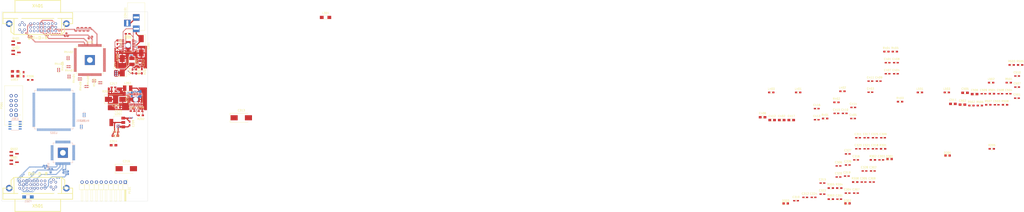
<source format=kicad_pcb>
(kicad_pcb (version 20160815) (host pcbnew "(2016-12-16 revision f631ae27b)-master")

  (general
    (links 517)
    (no_connects 458)
    (area 12.949999 12.949999 90.050001 113.050001)
    (thickness 1.6)
    (drawings 4)
    (tracks 1971)
    (zones 0)
    (modules 141)
    (nets 237)
  )

  (page A4)
  (layers
    (0 F.Cu signal)
    (1 In1.Cu signal)
    (2 In2.Cu signal hide)
    (31 B.Cu signal)
    (32 B.Adhes user)
    (33 F.Adhes user)
    (34 B.Paste user)
    (35 F.Paste user)
    (36 B.SilkS user)
    (37 F.SilkS user)
    (38 B.Mask user)
    (39 F.Mask user)
    (40 Dwgs.User user)
    (41 Cmts.User user)
    (42 Eco1.User user)
    (43 Eco2.User user)
    (44 Edge.Cuts user)
    (45 Margin user)
    (46 B.CrtYd user)
    (47 F.CrtYd user)
    (48 B.Fab user hide)
    (49 F.Fab user hide)
  )

  (setup
    (last_trace_width 1.5)
    (user_trace_width 0.16)
    (user_trace_width 0.2)
    (user_trace_width 0.4)
    (user_trace_width 0.6)
    (user_trace_width 1.5)
    (trace_clearance 0.16)
    (zone_clearance 0.3)
    (zone_45_only no)
    (trace_min 0.16)
    (segment_width 0.2)
    (edge_width 0.1)
    (via_size 0.5)
    (via_drill 0.3)
    (via_min_size 0.5)
    (via_min_drill 0.3)
    (user_via 0.5 0.3)
    (user_via 0.8 0.5)
    (user_via 2.8 2.5)
    (uvia_size 0.3)
    (uvia_drill 0.1)
    (uvias_allowed no)
    (uvia_min_size 0.2)
    (uvia_min_drill 0.1)
    (pcb_text_width 0.3)
    (pcb_text_size 1.5 1.5)
    (mod_edge_width 0.15)
    (mod_text_size 1 1)
    (mod_text_width 0.15)
    (pad_size 1.5 1.5)
    (pad_drill 0.6)
    (pad_to_mask_clearance 0.2)
    (solder_mask_min_width 0.16)
    (aux_axis_origin 0 0)
    (visible_elements FFFFFF7F)
    (pcbplotparams
      (layerselection 0x00030_ffffffff)
      (usegerberextensions false)
      (excludeedgelayer true)
      (linewidth 0.100000)
      (plotframeref false)
      (viasonmask false)
      (mode 1)
      (useauxorigin false)
      (hpglpennumber 1)
      (hpglpenspeed 20)
      (hpglpendiameter 15)
      (psnegative false)
      (psa4output false)
      (plotreference true)
      (plotvalue true)
      (plotinvisibletext false)
      (padsonsilk false)
      (subtractmaskfromsilk false)
      (outputformat 1)
      (mirror false)
      (drillshape 1)
      (scaleselection 1)
      (outputdirectory ""))
  )

  (net 0 "")
  (net 1 GND)
  (net 2 /power/VIN)
  (net 3 +2V5)
  (net 4 +3V3)
  (net 5 +1V2)
  (net 6 "Net-(C217-Pad2)")
  (net 7 "Net-(C218-Pad2)")
  (net 8 +V_IO)
  (net 9 /dvi_in/PVDD)
  (net 10 /dvi_in/DVDD)
  (net 11 /dvi_in/AVDD)
  (net 12 +5V)
  (net 13 /dvi_out/TVDD)
  (net 14 /dvi_out/DVDD)
  (net 15 /dvi_out/PVDD)
  (net 16 "Net-(D201-Pad1)")
  (net 17 "Net-(D301-Pad1)")
  (net 18 "Net-(D301-Pad2)")
  (net 19 "Net-(D302-Pad2)")
  (net 20 "Net-(D302-Pad1)")
  (net 21 "Net-(D303-Pad1)")
  (net 22 "Net-(D303-Pad2)")
  (net 23 "Net-(F501-Pad1)")
  (net 24 /GPIO7)
  (net 25 /GPIO6)
  (net 26 /GPIO5)
  (net 27 /GPIO4)
  (net 28 /GPIO3)
  (net 29 /GPIO2)
  (net 30 /GPIO1)
  (net 31 /GPIO0)
  (net 32 "Net-(P301-Pad9)")
  (net 33 "Net-(P301-Pad8)")
  (net 34 "Net-(P301-Pad7)")
  (net 35 "Net-(P301-Pad6)")
  (net 36 "Net-(P301-Pad5)")
  (net 37 "Net-(P301-Pad3)")
  (net 38 "Net-(P301-Pad1)")
  (net 39 /dvi_in/DDCDAT_)
  (net 40 /dvi_in/DDCDAT_IN)
  (net 41 /dvi_in/DDCCLK_IN)
  (net 42 /dvi_in/DDCCLK_)
  (net 43 /dvi_out/DDCDAT_)
  (net 44 /dvi_out/DDCDAT)
  (net 45 /dvi_out/DDCCLK)
  (net 46 /dvi_out/DDCCLK_)
  (net 47 "Net-(R301-Pad1)")
  (net 48 "Net-(R302-Pad1)")
  (net 49 "Net-(R303-Pad1)")
  (net 50 "Net-(R307-Pad2)")
  (net 51 /fpga/CLK50)
  (net 52 /dvi_out/TXCLK+)
  (net 53 "Net-(R308-Pad1)")
  (net 54 /dvi_in/HOTPLUG)
  (net 55 "Net-(R501-Pad1)")
  (net 56 /dvi_out/MSEN)
  (net 57 "Net-(R503-Pad2)")
  (net 58 /dvi_out/HOTPLUG)
  (net 59 "Net-(R504-Pad1)")
  (net 60 "Net-(RN301-Pad1)")
  (net 61 /dvi_out/VSYNC)
  (net 62 /dvi_out/HSYNC)
  (net 63 /dvi_out/DE)
  (net 64 "Net-(RN301-Pad8)")
  (net 65 "Net-(RN301-Pad5)")
  (net 66 "Net-(RN301-Pad6)")
  (net 67 "Net-(RN301-Pad7)")
  (net 68 "Net-(RN302-Pad7)")
  (net 69 "Net-(RN302-Pad6)")
  (net 70 "Net-(RN302-Pad5)")
  (net 71 "Net-(RN302-Pad8)")
  (net 72 /dvi_out/CTL3)
  (net 73 /dvi_out/CTL2)
  (net 74 /dvi_out/CTL1)
  (net 75 "Net-(RN302-Pad1)")
  (net 76 "Net-(RN401-Pad7)")
  (net 77 "Net-(RN401-Pad6)")
  (net 78 "Net-(RN401-Pad5)")
  (net 79 "Net-(RN401-Pad8)")
  (net 80 "Net-(RN401-Pad4)")
  (net 81 /dvi_in/HSYNC)
  (net 82 /dvi_in/VSYNC)
  (net 83 /dvi_in/DE)
  (net 84 "Net-(RN402-Pad7)")
  (net 85 "Net-(RN402-Pad6)")
  (net 86 "Net-(RN402-Pad5)")
  (net 87 "Net-(RN402-Pad8)")
  (net 88 /dvi_in/DATI3)
  (net 89 /dvi_in/DATI2)
  (net 90 /dvi_in/DATI1)
  (net 91 /dvi_in/DATI0)
  (net 92 "Net-(RN403-Pad7)")
  (net 93 "Net-(RN403-Pad6)")
  (net 94 "Net-(RN403-Pad5)")
  (net 95 "Net-(RN403-Pad8)")
  (net 96 /dvi_in/DATI11)
  (net 97 /dvi_in/DATI10)
  (net 98 /dvi_in/DATI9)
  (net 99 /dvi_in/DATI8)
  (net 100 "Net-(RN404-Pad7)")
  (net 101 "Net-(RN404-Pad6)")
  (net 102 "Net-(RN404-Pad5)")
  (net 103 "Net-(RN404-Pad8)")
  (net 104 /dvi_in/DATI19)
  (net 105 /dvi_in/DATI18)
  (net 106 /dvi_in/DATI17)
  (net 107 /dvi_in/DATI16)
  (net 108 /dvi_in/CTL1)
  (net 109 /dvi_in/CTL2)
  (net 110 /dvi_in/CTL3)
  (net 111 /fpga/CLKIN)
  (net 112 "Net-(RN405-Pad8)")
  (net 113 "Net-(RN405-Pad5)")
  (net 114 "Net-(RN405-Pad6)")
  (net 115 "Net-(RN405-Pad7)")
  (net 116 /dvi_in/DATI4)
  (net 117 /dvi_in/DATI5)
  (net 118 /dvi_in/DATI6)
  (net 119 /dvi_in/DATI7)
  (net 120 "Net-(RN406-Pad8)")
  (net 121 "Net-(RN406-Pad5)")
  (net 122 "Net-(RN406-Pad6)")
  (net 123 "Net-(RN406-Pad7)")
  (net 124 /dvi_in/DATI12)
  (net 125 /dvi_in/DATI13)
  (net 126 /dvi_in/DATI14)
  (net 127 /dvi_in/DATI15)
  (net 128 "Net-(RN407-Pad8)")
  (net 129 "Net-(RN407-Pad5)")
  (net 130 "Net-(RN407-Pad6)")
  (net 131 "Net-(RN407-Pad7)")
  (net 132 /dvi_in/DATI20)
  (net 133 /dvi_in/DATI21)
  (net 134 /dvi_in/DATI22)
  (net 135 /dvi_in/DATI23)
  (net 136 "Net-(RN408-Pad8)")
  (net 137 "Net-(RN408-Pad5)")
  (net 138 "Net-(RN408-Pad6)")
  (net 139 "Net-(RN408-Pad7)")
  (net 140 "Net-(U202-Pad3)")
  (net 141 "Net-(L201-Pad1)")
  (net 142 "Net-(L202-Pad1)")
  (net 143 "Net-(U203-Pad3)")
  (net 144 /fpga/DCLK)
  (net 145 /fpga/ASDI)
  (net 146 /fpga/DATA)
  (net 147 /fpga/nCS)
  (net 148 /dvi_out/DATO23)
  (net 149 /dvi_out/DATO22)
  (net 150 /dvi_out/DATO21)
  (net 151 /dvi_out/DATO20)
  (net 152 /dvi_out/DATO19)
  (net 153 /dvi_out/DATO18)
  (net 154 /dvi_out/DATO17)
  (net 155 /dvi_out/DATO16)
  (net 156 /dvi_out/DATO15)
  (net 157 /dvi_out/DATO14)
  (net 158 /dvi_out/DATO13)
  (net 159 /dvi_out/DATO12)
  (net 160 "Net-(U302-Pad127)")
  (net 161 /dvi_out/DATO11)
  (net 162 /dvi_out/DATO10)
  (net 163 /dvi_out/DATO9)
  (net 164 /dvi_out/DATO8)
  (net 165 /dvi_out/DATO7)
  (net 166 /dvi_out/DATO6)
  (net 167 /dvi_out/DATO5)
  (net 168 /dvi_out/DATO4)
  (net 169 /dvi_out/DATO3)
  (net 170 /dvi_out/DATO2)
  (net 171 /dvi_out/DATO1)
  (net 172 /dvi_out/DATO0)
  (net 173 "Net-(U302-Pad99)")
  (net 174 "Net-(U302-Pad84)")
  (net 175 "Net-(U302-Pad83)")
  (net 176 /dvi_in/LINK_ACT)
  (net 177 /dvi_in/PDOWN)
  (net 178 /dvi_out/EDGE)
  (net 179 /dvi_out/DKEN)
  (net 180 "Net-(U303-Pad1)")
  (net 181 "Net-(U401-Pad96)")
  (net 182 /dvi_in/RxC-)
  (net 183 /dvi_in/RxC+)
  (net 184 /dvi_in/Rx0-)
  (net 185 /dvi_in/Rx0+)
  (net 186 /dvi_in/Rx1-)
  (net 187 /dvi_in/Rx1+)
  (net 188 /dvi_in/Rx2-)
  (net 189 /dvi_in/Rx2+)
  (net 190 "Net-(U401-Pad77)")
  (net 191 "Net-(U401-Pad75)")
  (net 192 "Net-(U401-Pad74)")
  (net 193 "Net-(U401-Pad73)")
  (net 194 "Net-(U401-Pad72)")
  (net 195 "Net-(U401-Pad71)")
  (net 196 "Net-(U401-Pad70)")
  (net 197 "Net-(U401-Pad69)")
  (net 198 "Net-(U401-Pad66)")
  (net 199 "Net-(U401-Pad65)")
  (net 200 "Net-(U401-Pad64)")
  (net 201 "Net-(U401-Pad63)")
  (net 202 "Net-(U401-Pad62)")
  (net 203 "Net-(U401-Pad61)")
  (net 204 "Net-(U401-Pad60)")
  (net 205 "Net-(U401-Pad59)")
  (net 206 "Net-(U401-Pad56)")
  (net 207 "Net-(U401-Pad55)")
  (net 208 "Net-(U401-Pad54)")
  (net 209 "Net-(U401-Pad53)")
  (net 210 "Net-(U401-Pad52)")
  (net 211 "Net-(U401-Pad51)")
  (net 212 "Net-(U401-Pad50)")
  (net 213 "Net-(U401-Pad49)")
  (net 214 /dvi_out/TXC-)
  (net 215 /dvi_out/TXC+)
  (net 216 /dvi_out/TX0-)
  (net 217 /dvi_out/TX0+)
  (net 218 /dvi_out/TX1-)
  (net 219 /dvi_out/TX1+)
  (net 220 /dvi_out/TX2-)
  (net 221 /dvi_out/TX2+)
  (net 222 "Net-(U501-Pad49)")
  (net 223 "Net-(X401-Pad4)")
  (net 224 "Net-(X401-Pad5)")
  (net 225 "Net-(X401-Pad12)")
  (net 226 "Net-(X401-Pad13)")
  (net 227 "Net-(X401-Pad20)")
  (net 228 "Net-(X401-Pad21)")
  (net 229 "Net-(X401-Pad8)")
  (net 230 "Net-(X501-Pad8)")
  (net 231 "Net-(X501-Pad21)")
  (net 232 "Net-(X501-Pad20)")
  (net 233 "Net-(X501-Pad13)")
  (net 234 "Net-(X501-Pad12)")
  (net 235 "Net-(X501-Pad5)")
  (net 236 "Net-(X501-Pad4)")

  (net_class Default "This is the default net class."
    (clearance 0.16)
    (trace_width 0.25)
    (via_dia 0.5)
    (via_drill 0.3)
    (uvia_dia 0.3)
    (uvia_drill 0.1)
    (diff_pair_gap 0.2)
    (diff_pair_width 0.16)
    (add_net +1V2)
    (add_net +2V5)
    (add_net +3V3)
    (add_net +5V)
    (add_net +V_IO)
    (add_net /GPIO0)
    (add_net /GPIO1)
    (add_net /GPIO2)
    (add_net /GPIO3)
    (add_net /GPIO4)
    (add_net /GPIO5)
    (add_net /GPIO6)
    (add_net /GPIO7)
    (add_net /dvi_in/AVDD)
    (add_net /dvi_in/CTL1)
    (add_net /dvi_in/CTL2)
    (add_net /dvi_in/CTL3)
    (add_net /dvi_in/DATI0)
    (add_net /dvi_in/DATI1)
    (add_net /dvi_in/DATI10)
    (add_net /dvi_in/DATI11)
    (add_net /dvi_in/DATI12)
    (add_net /dvi_in/DATI13)
    (add_net /dvi_in/DATI14)
    (add_net /dvi_in/DATI15)
    (add_net /dvi_in/DATI16)
    (add_net /dvi_in/DATI17)
    (add_net /dvi_in/DATI18)
    (add_net /dvi_in/DATI19)
    (add_net /dvi_in/DATI2)
    (add_net /dvi_in/DATI20)
    (add_net /dvi_in/DATI21)
    (add_net /dvi_in/DATI22)
    (add_net /dvi_in/DATI23)
    (add_net /dvi_in/DATI3)
    (add_net /dvi_in/DATI4)
    (add_net /dvi_in/DATI5)
    (add_net /dvi_in/DATI6)
    (add_net /dvi_in/DATI7)
    (add_net /dvi_in/DATI8)
    (add_net /dvi_in/DATI9)
    (add_net /dvi_in/DDCCLK_)
    (add_net /dvi_in/DDCCLK_IN)
    (add_net /dvi_in/DDCDAT_)
    (add_net /dvi_in/DDCDAT_IN)
    (add_net /dvi_in/DE)
    (add_net /dvi_in/DVDD)
    (add_net /dvi_in/HOTPLUG)
    (add_net /dvi_in/HSYNC)
    (add_net /dvi_in/LINK_ACT)
    (add_net /dvi_in/PDOWN)
    (add_net /dvi_in/PVDD)
    (add_net /dvi_in/Rx0+)
    (add_net /dvi_in/Rx0-)
    (add_net /dvi_in/Rx1+)
    (add_net /dvi_in/Rx1-)
    (add_net /dvi_in/Rx2+)
    (add_net /dvi_in/Rx2-)
    (add_net /dvi_in/RxC+)
    (add_net /dvi_in/RxC-)
    (add_net /dvi_in/VSYNC)
    (add_net /dvi_out/CTL1)
    (add_net /dvi_out/CTL2)
    (add_net /dvi_out/CTL3)
    (add_net /dvi_out/DATO0)
    (add_net /dvi_out/DATO1)
    (add_net /dvi_out/DATO10)
    (add_net /dvi_out/DATO11)
    (add_net /dvi_out/DATO12)
    (add_net /dvi_out/DATO13)
    (add_net /dvi_out/DATO14)
    (add_net /dvi_out/DATO15)
    (add_net /dvi_out/DATO16)
    (add_net /dvi_out/DATO17)
    (add_net /dvi_out/DATO18)
    (add_net /dvi_out/DATO19)
    (add_net /dvi_out/DATO2)
    (add_net /dvi_out/DATO20)
    (add_net /dvi_out/DATO21)
    (add_net /dvi_out/DATO22)
    (add_net /dvi_out/DATO23)
    (add_net /dvi_out/DATO3)
    (add_net /dvi_out/DATO4)
    (add_net /dvi_out/DATO5)
    (add_net /dvi_out/DATO6)
    (add_net /dvi_out/DATO7)
    (add_net /dvi_out/DATO8)
    (add_net /dvi_out/DATO9)
    (add_net /dvi_out/DDCCLK)
    (add_net /dvi_out/DDCCLK_)
    (add_net /dvi_out/DDCDAT)
    (add_net /dvi_out/DDCDAT_)
    (add_net /dvi_out/DE)
    (add_net /dvi_out/DKEN)
    (add_net /dvi_out/DVDD)
    (add_net /dvi_out/EDGE)
    (add_net /dvi_out/HOTPLUG)
    (add_net /dvi_out/HSYNC)
    (add_net /dvi_out/MSEN)
    (add_net /dvi_out/PVDD)
    (add_net /dvi_out/TVDD)
    (add_net /dvi_out/TX0+)
    (add_net /dvi_out/TX0-)
    (add_net /dvi_out/TX1+)
    (add_net /dvi_out/TX1-)
    (add_net /dvi_out/TX2+)
    (add_net /dvi_out/TX2-)
    (add_net /dvi_out/TXC+)
    (add_net /dvi_out/TXC-)
    (add_net /dvi_out/TXCLK+)
    (add_net /dvi_out/VSYNC)
    (add_net /fpga/ASDI)
    (add_net /fpga/CLK50)
    (add_net /fpga/CLKIN)
    (add_net /fpga/DATA)
    (add_net /fpga/DCLK)
    (add_net /fpga/nCS)
    (add_net /power/VIN)
    (add_net GND)
    (add_net "Net-(C217-Pad2)")
    (add_net "Net-(C218-Pad2)")
    (add_net "Net-(D201-Pad1)")
    (add_net "Net-(D301-Pad1)")
    (add_net "Net-(D301-Pad2)")
    (add_net "Net-(D302-Pad1)")
    (add_net "Net-(D302-Pad2)")
    (add_net "Net-(D303-Pad1)")
    (add_net "Net-(D303-Pad2)")
    (add_net "Net-(F501-Pad1)")
    (add_net "Net-(L201-Pad1)")
    (add_net "Net-(L202-Pad1)")
    (add_net "Net-(P301-Pad1)")
    (add_net "Net-(P301-Pad3)")
    (add_net "Net-(P301-Pad5)")
    (add_net "Net-(P301-Pad6)")
    (add_net "Net-(P301-Pad7)")
    (add_net "Net-(P301-Pad8)")
    (add_net "Net-(P301-Pad9)")
    (add_net "Net-(R301-Pad1)")
    (add_net "Net-(R302-Pad1)")
    (add_net "Net-(R303-Pad1)")
    (add_net "Net-(R307-Pad2)")
    (add_net "Net-(R308-Pad1)")
    (add_net "Net-(R501-Pad1)")
    (add_net "Net-(R503-Pad2)")
    (add_net "Net-(R504-Pad1)")
    (add_net "Net-(RN301-Pad1)")
    (add_net "Net-(RN301-Pad5)")
    (add_net "Net-(RN301-Pad6)")
    (add_net "Net-(RN301-Pad7)")
    (add_net "Net-(RN301-Pad8)")
    (add_net "Net-(RN302-Pad1)")
    (add_net "Net-(RN302-Pad5)")
    (add_net "Net-(RN302-Pad6)")
    (add_net "Net-(RN302-Pad7)")
    (add_net "Net-(RN302-Pad8)")
    (add_net "Net-(RN401-Pad4)")
    (add_net "Net-(RN401-Pad5)")
    (add_net "Net-(RN401-Pad6)")
    (add_net "Net-(RN401-Pad7)")
    (add_net "Net-(RN401-Pad8)")
    (add_net "Net-(RN402-Pad5)")
    (add_net "Net-(RN402-Pad6)")
    (add_net "Net-(RN402-Pad7)")
    (add_net "Net-(RN402-Pad8)")
    (add_net "Net-(RN403-Pad5)")
    (add_net "Net-(RN403-Pad6)")
    (add_net "Net-(RN403-Pad7)")
    (add_net "Net-(RN403-Pad8)")
    (add_net "Net-(RN404-Pad5)")
    (add_net "Net-(RN404-Pad6)")
    (add_net "Net-(RN404-Pad7)")
    (add_net "Net-(RN404-Pad8)")
    (add_net "Net-(RN405-Pad5)")
    (add_net "Net-(RN405-Pad6)")
    (add_net "Net-(RN405-Pad7)")
    (add_net "Net-(RN405-Pad8)")
    (add_net "Net-(RN406-Pad5)")
    (add_net "Net-(RN406-Pad6)")
    (add_net "Net-(RN406-Pad7)")
    (add_net "Net-(RN406-Pad8)")
    (add_net "Net-(RN407-Pad5)")
    (add_net "Net-(RN407-Pad6)")
    (add_net "Net-(RN407-Pad7)")
    (add_net "Net-(RN407-Pad8)")
    (add_net "Net-(RN408-Pad5)")
    (add_net "Net-(RN408-Pad6)")
    (add_net "Net-(RN408-Pad7)")
    (add_net "Net-(RN408-Pad8)")
    (add_net "Net-(U202-Pad3)")
    (add_net "Net-(U203-Pad3)")
    (add_net "Net-(U302-Pad127)")
    (add_net "Net-(U302-Pad83)")
    (add_net "Net-(U302-Pad84)")
    (add_net "Net-(U302-Pad99)")
    (add_net "Net-(U303-Pad1)")
    (add_net "Net-(U401-Pad49)")
    (add_net "Net-(U401-Pad50)")
    (add_net "Net-(U401-Pad51)")
    (add_net "Net-(U401-Pad52)")
    (add_net "Net-(U401-Pad53)")
    (add_net "Net-(U401-Pad54)")
    (add_net "Net-(U401-Pad55)")
    (add_net "Net-(U401-Pad56)")
    (add_net "Net-(U401-Pad59)")
    (add_net "Net-(U401-Pad60)")
    (add_net "Net-(U401-Pad61)")
    (add_net "Net-(U401-Pad62)")
    (add_net "Net-(U401-Pad63)")
    (add_net "Net-(U401-Pad64)")
    (add_net "Net-(U401-Pad65)")
    (add_net "Net-(U401-Pad66)")
    (add_net "Net-(U401-Pad69)")
    (add_net "Net-(U401-Pad70)")
    (add_net "Net-(U401-Pad71)")
    (add_net "Net-(U401-Pad72)")
    (add_net "Net-(U401-Pad73)")
    (add_net "Net-(U401-Pad74)")
    (add_net "Net-(U401-Pad75)")
    (add_net "Net-(U401-Pad77)")
    (add_net "Net-(U401-Pad96)")
    (add_net "Net-(U501-Pad49)")
    (add_net "Net-(X401-Pad12)")
    (add_net "Net-(X401-Pad13)")
    (add_net "Net-(X401-Pad20)")
    (add_net "Net-(X401-Pad21)")
    (add_net "Net-(X401-Pad4)")
    (add_net "Net-(X401-Pad5)")
    (add_net "Net-(X401-Pad8)")
    (add_net "Net-(X501-Pad12)")
    (add_net "Net-(X501-Pad13)")
    (add_net "Net-(X501-Pad20)")
    (add_net "Net-(X501-Pad21)")
    (add_net "Net-(X501-Pad4)")
    (add_net "Net-(X501-Pad5)")
    (add_net "Net-(X501-Pad8)")
  )

  (module Inductors:Inductor_Taiyo-Yuden_NR-30xx_HandSoldering (layer F.Cu) (tedit 574C3AE3) (tstamp 587BC89E)
    (at 79.48 53.38 180)
    (descr "Inductor, Taiyo Yuden, NR series, Taiyo-Yuden_NR-30xx, 3.0mmx3.0mm")
    (tags "inductor taiyo-yuden nr smd")
    (path /5839A46D/587999C1)
    (attr smd)
    (fp_text reference L202 (at 0.05 2.69 180) (layer F.SilkS)
      (effects (font (size 1 1) (thickness 0.15)))
    )
    (fp_text value 490nH-1uH (at 0 3 180) (layer F.Fab)
      (effects (font (size 1 1) (thickness 0.15)))
    )
    (fp_line (start -1.5 0) (end -1.5 -0.95) (layer F.Fab) (width 0.15))
    (fp_line (start -1.5 -0.95) (end -0.95 -1.5) (layer F.Fab) (width 0.15))
    (fp_line (start -0.95 -1.5) (end 0 -1.5) (layer F.Fab) (width 0.15))
    (fp_line (start 1.5 0) (end 1.5 -0.95) (layer F.Fab) (width 0.15))
    (fp_line (start 1.5 -0.95) (end 0.95 -1.5) (layer F.Fab) (width 0.15))
    (fp_line (start 0.95 -1.5) (end 0 -1.5) (layer F.Fab) (width 0.15))
    (fp_line (start 1.5 0) (end 1.5 0.95) (layer F.Fab) (width 0.15))
    (fp_line (start 1.5 0.95) (end 0.95 1.5) (layer F.Fab) (width 0.15))
    (fp_line (start 0.95 1.5) (end 0 1.5) (layer F.Fab) (width 0.15))
    (fp_line (start -1.5 0) (end -1.5 0.95) (layer F.Fab) (width 0.15))
    (fp_line (start -1.5 0.95) (end -0.95 1.5) (layer F.Fab) (width 0.15))
    (fp_line (start -0.95 1.5) (end 0 1.5) (layer F.Fab) (width 0.15))
    (fp_line (start -2.5 -1.6) (end 2.5 -1.6) (layer F.SilkS) (width 0.15))
    (fp_line (start -2.5 1.6) (end 2.5 1.6) (layer F.SilkS) (width 0.15))
    (fp_line (start -2.75 -1.8) (end -2.75 1.8) (layer F.CrtYd) (width 0.05))
    (fp_line (start -2.75 1.8) (end 2.75 1.8) (layer F.CrtYd) (width 0.05))
    (fp_line (start 2.75 1.8) (end 2.75 -1.8) (layer F.CrtYd) (width 0.05))
    (fp_line (start 2.75 -1.8) (end -2.75 -1.8) (layer F.CrtYd) (width 0.05))
    (pad 1 smd rect (at -1.6 0 180) (size 1.8 2.9) (layers F.Cu F.Paste F.Mask)
      (net 142 "Net-(L202-Pad1)"))
    (pad 2 smd rect (at 1.6 0 180) (size 1.8 2.9) (layers F.Cu F.Paste F.Mask)
      (net 5 +1V2))
    (model Inductors.3dshapes/Inductor_Taiyo-Yuden_NR-30xx.wrl
      (at (xyz 0 0 0))
      (scale (xyz 1 1 1))
      (rotate (xyz 0 0 0))
    )
  )

  (module Capacitors_Tantalum_SMD:Tantalum_Case-D_EIA-7343-31_Hand (layer F.Cu) (tedit 57B6E980) (tstamp 58797C0F)
    (at 86.6 30.97 270)
    (descr "Tantalum capacitor, Case D, EIA 7343-31, 7.3x4.3x2.8mm, Hand soldering footprint")
    (tags "capacitor tantalum smd")
    (path /5839A46D/58797306)
    (attr smd)
    (fp_text reference C201 (at 0 -3.9 270) (layer F.SilkS)
      (effects (font (size 1 1) (thickness 0.15)))
    )
    (fp_text value 100u (at 0 3.9 270) (layer F.Fab)
      (effects (font (size 1 1) (thickness 0.15)))
    )
    (fp_line (start -5.95 -2.4) (end -5.95 2.4) (layer F.SilkS) (width 0.15))
    (fp_line (start -5.95 2.4) (end 3.65 2.4) (layer F.SilkS) (width 0.15))
    (fp_line (start -5.95 -2.4) (end 3.65 -2.4) (layer F.SilkS) (width 0.15))
    (fp_line (start -2.555 -2.15) (end -2.555 2.15) (layer F.Fab) (width 0.15))
    (fp_line (start -2.92 -2.15) (end -2.92 2.15) (layer F.Fab) (width 0.15))
    (fp_line (start 3.65 -2.15) (end -3.65 -2.15) (layer F.Fab) (width 0.15))
    (fp_line (start 3.65 2.15) (end 3.65 -2.15) (layer F.Fab) (width 0.15))
    (fp_line (start -3.65 2.15) (end 3.65 2.15) (layer F.Fab) (width 0.15))
    (fp_line (start -3.65 -2.15) (end -3.65 2.15) (layer F.Fab) (width 0.15))
    (fp_line (start 6.05 -2.5) (end -6.05 -2.5) (layer F.CrtYd) (width 0.05))
    (fp_line (start 6.05 2.5) (end 6.05 -2.5) (layer F.CrtYd) (width 0.05))
    (fp_line (start -6.05 2.5) (end 6.05 2.5) (layer F.CrtYd) (width 0.05))
    (fp_line (start -6.05 -2.5) (end -6.05 2.5) (layer F.CrtYd) (width 0.05))
    (pad 2 smd rect (at 3.775 0 270) (size 3.75 2.7) (layers F.Cu F.Paste F.Mask)
      (net 1 GND))
    (pad 1 smd rect (at -3.775 0 270) (size 3.75 2.7) (layers F.Cu F.Paste F.Mask)
      (net 2 /power/VIN))
    (model Capacitors_Tantalum_SMD.3dshapes/Tantalum_Case-D_EIA-7343-31.wrl
      (at (xyz 0 0 0))
      (scale (xyz 1 1 1))
      (rotate (xyz 0 0 0))
    )
  )

  (module Capacitors_SMD:C_0603_HandSoldering (layer F.Cu) (tedit 541A9B4D) (tstamp 58797C1F)
    (at 74.02 29.11 270)
    (descr "Capacitor SMD 0603, hand soldering")
    (tags "capacitor 0603")
    (path /5839A46D/5879A330)
    (attr smd)
    (fp_text reference C202 (at 0 -1.9 270) (layer F.SilkS)
      (effects (font (size 1 1) (thickness 0.15)))
    )
    (fp_text value 100n (at 0 1.9 270) (layer F.Fab)
      (effects (font (size 1 1) (thickness 0.15)))
    )
    (fp_line (start -0.8 0.4) (end -0.8 -0.4) (layer F.Fab) (width 0.15))
    (fp_line (start 0.8 0.4) (end -0.8 0.4) (layer F.Fab) (width 0.15))
    (fp_line (start 0.8 -0.4) (end 0.8 0.4) (layer F.Fab) (width 0.15))
    (fp_line (start -0.8 -0.4) (end 0.8 -0.4) (layer F.Fab) (width 0.15))
    (fp_line (start -1.85 -0.75) (end 1.85 -0.75) (layer F.CrtYd) (width 0.05))
    (fp_line (start -1.85 0.75) (end 1.85 0.75) (layer F.CrtYd) (width 0.05))
    (fp_line (start -1.85 -0.75) (end -1.85 0.75) (layer F.CrtYd) (width 0.05))
    (fp_line (start 1.85 -0.75) (end 1.85 0.75) (layer F.CrtYd) (width 0.05))
    (fp_line (start -0.35 -0.6) (end 0.35 -0.6) (layer F.SilkS) (width 0.15))
    (fp_line (start 0.35 0.6) (end -0.35 0.6) (layer F.SilkS) (width 0.15))
    (pad 1 smd rect (at -0.95 0 270) (size 1.2 0.75) (layers F.Cu F.Paste F.Mask)
      (net 2 /power/VIN))
    (pad 2 smd rect (at 0.95 0 270) (size 1.2 0.75) (layers F.Cu F.Paste F.Mask)
      (net 1 GND))
    (model Capacitors_SMD.3dshapes/C_0603_HandSoldering.wrl
      (at (xyz 0 0 0))
      (scale (xyz 1 1 1))
      (rotate (xyz 0 0 0))
    )
  )

  (module Capacitors_SMD:C_0603_HandSoldering (layer B.Cu) (tedit 541A9B4D) (tstamp 58797C2F)
    (at 81.67 56.6 270)
    (descr "Capacitor SMD 0603, hand soldering")
    (tags "capacitor 0603")
    (path /5839A46D/58797543)
    (attr smd)
    (fp_text reference C203 (at 0 1.9 270) (layer B.SilkS)
      (effects (font (size 1 1) (thickness 0.15)) (justify mirror))
    )
    (fp_text value 100n (at 0 -1.9 270) (layer B.Fab)
      (effects (font (size 1 1) (thickness 0.15)) (justify mirror))
    )
    (fp_line (start 0.35 -0.6) (end -0.35 -0.6) (layer B.SilkS) (width 0.15))
    (fp_line (start -0.35 0.6) (end 0.35 0.6) (layer B.SilkS) (width 0.15))
    (fp_line (start 1.85 0.75) (end 1.85 -0.75) (layer B.CrtYd) (width 0.05))
    (fp_line (start -1.85 0.75) (end -1.85 -0.75) (layer B.CrtYd) (width 0.05))
    (fp_line (start -1.85 -0.75) (end 1.85 -0.75) (layer B.CrtYd) (width 0.05))
    (fp_line (start -1.85 0.75) (end 1.85 0.75) (layer B.CrtYd) (width 0.05))
    (fp_line (start -0.8 0.4) (end 0.8 0.4) (layer B.Fab) (width 0.15))
    (fp_line (start 0.8 0.4) (end 0.8 -0.4) (layer B.Fab) (width 0.15))
    (fp_line (start 0.8 -0.4) (end -0.8 -0.4) (layer B.Fab) (width 0.15))
    (fp_line (start -0.8 -0.4) (end -0.8 0.4) (layer B.Fab) (width 0.15))
    (pad 2 smd rect (at 0.95 0 270) (size 1.2 0.75) (layers B.Cu B.Paste B.Mask)
      (net 1 GND))
    (pad 1 smd rect (at -0.95 0 270) (size 1.2 0.75) (layers B.Cu B.Paste B.Mask)
      (net 2 /power/VIN))
    (model Capacitors_SMD.3dshapes/C_0603_HandSoldering.wrl
      (at (xyz 0 0 0))
      (scale (xyz 1 1 1))
      (rotate (xyz 0 0 0))
    )
  )

  (module Capacitors_SMD:C_0805_HandSoldering (layer B.Cu) (tedit 541A9B8D) (tstamp 58797C3F)
    (at 86.19 56.44 270)
    (descr "Capacitor SMD 0805, hand soldering")
    (tags "capacitor 0805")
    (path /5839A46D/58797422)
    (attr smd)
    (fp_text reference C204 (at 0 2.1 270) (layer B.SilkS)
      (effects (font (size 1 1) (thickness 0.15)) (justify mirror))
    )
    (fp_text value 10u (at 0 -2.1 270) (layer B.Fab)
      (effects (font (size 1 1) (thickness 0.15)) (justify mirror))
    )
    (fp_line (start -1 -0.625) (end -1 0.625) (layer B.Fab) (width 0.15))
    (fp_line (start 1 -0.625) (end -1 -0.625) (layer B.Fab) (width 0.15))
    (fp_line (start 1 0.625) (end 1 -0.625) (layer B.Fab) (width 0.15))
    (fp_line (start -1 0.625) (end 1 0.625) (layer B.Fab) (width 0.15))
    (fp_line (start -2.3 1) (end 2.3 1) (layer B.CrtYd) (width 0.05))
    (fp_line (start -2.3 -1) (end 2.3 -1) (layer B.CrtYd) (width 0.05))
    (fp_line (start -2.3 1) (end -2.3 -1) (layer B.CrtYd) (width 0.05))
    (fp_line (start 2.3 1) (end 2.3 -1) (layer B.CrtYd) (width 0.05))
    (fp_line (start 0.5 0.85) (end -0.5 0.85) (layer B.SilkS) (width 0.15))
    (fp_line (start -0.5 -0.85) (end 0.5 -0.85) (layer B.SilkS) (width 0.15))
    (pad 1 smd rect (at -1.25 0 270) (size 1.5 1.25) (layers B.Cu B.Paste B.Mask)
      (net 2 /power/VIN))
    (pad 2 smd rect (at 1.25 0 270) (size 1.5 1.25) (layers B.Cu B.Paste B.Mask)
      (net 1 GND))
    (model Capacitors_SMD.3dshapes/C_0805_HandSoldering.wrl
      (at (xyz 0 0 0))
      (scale (xyz 1 1 1))
      (rotate (xyz 0 0 0))
    )
  )

  (module Capacitors_SMD:C_0603_HandSoldering (layer F.Cu) (tedit 541A9B4D) (tstamp 58797C4F)
    (at 79.44 24.61 180)
    (descr "Capacitor SMD 0603, hand soldering")
    (tags "capacitor 0603")
    (path /5839A46D/5879A32A)
    (attr smd)
    (fp_text reference C205 (at 0 -1.9 180) (layer F.SilkS)
      (effects (font (size 1 1) (thickness 0.15)))
    )
    (fp_text value 100n (at 0 1.9 180) (layer F.Fab)
      (effects (font (size 1 1) (thickness 0.15)))
    )
    (fp_line (start 0.35 0.6) (end -0.35 0.6) (layer F.SilkS) (width 0.15))
    (fp_line (start -0.35 -0.6) (end 0.35 -0.6) (layer F.SilkS) (width 0.15))
    (fp_line (start 1.85 -0.75) (end 1.85 0.75) (layer F.CrtYd) (width 0.05))
    (fp_line (start -1.85 -0.75) (end -1.85 0.75) (layer F.CrtYd) (width 0.05))
    (fp_line (start -1.85 0.75) (end 1.85 0.75) (layer F.CrtYd) (width 0.05))
    (fp_line (start -1.85 -0.75) (end 1.85 -0.75) (layer F.CrtYd) (width 0.05))
    (fp_line (start -0.8 -0.4) (end 0.8 -0.4) (layer F.Fab) (width 0.15))
    (fp_line (start 0.8 -0.4) (end 0.8 0.4) (layer F.Fab) (width 0.15))
    (fp_line (start 0.8 0.4) (end -0.8 0.4) (layer F.Fab) (width 0.15))
    (fp_line (start -0.8 0.4) (end -0.8 -0.4) (layer F.Fab) (width 0.15))
    (pad 2 smd rect (at 0.95 0 180) (size 1.2 0.75) (layers F.Cu F.Paste F.Mask)
      (net 1 GND))
    (pad 1 smd rect (at -0.95 0 180) (size 1.2 0.75) (layers F.Cu F.Paste F.Mask)
      (net 2 /power/VIN))
    (model Capacitors_SMD.3dshapes/C_0603_HandSoldering.wrl
      (at (xyz 0 0 0))
      (scale (xyz 1 1 1))
      (rotate (xyz 0 0 0))
    )
  )

  (module Capacitors_SMD:C_0603_HandSoldering (layer F.Cu) (tedit 541A9B4D) (tstamp 58797C5F)
    (at 74.02 33.11 270)
    (descr "Capacitor SMD 0603, hand soldering")
    (tags "capacitor 0603")
    (path /5839A46D/5879A336)
    (attr smd)
    (fp_text reference C206 (at 4.04 -0.04 270) (layer F.SilkS)
      (effects (font (size 1 1) (thickness 0.15)))
    )
    (fp_text value 100n (at 0 1.9 270) (layer F.Fab)
      (effects (font (size 1 1) (thickness 0.15)))
    )
    (fp_line (start 0.35 0.6) (end -0.35 0.6) (layer F.SilkS) (width 0.15))
    (fp_line (start -0.35 -0.6) (end 0.35 -0.6) (layer F.SilkS) (width 0.15))
    (fp_line (start 1.85 -0.75) (end 1.85 0.75) (layer F.CrtYd) (width 0.05))
    (fp_line (start -1.85 -0.75) (end -1.85 0.75) (layer F.CrtYd) (width 0.05))
    (fp_line (start -1.85 0.75) (end 1.85 0.75) (layer F.CrtYd) (width 0.05))
    (fp_line (start -1.85 -0.75) (end 1.85 -0.75) (layer F.CrtYd) (width 0.05))
    (fp_line (start -0.8 -0.4) (end 0.8 -0.4) (layer F.Fab) (width 0.15))
    (fp_line (start 0.8 -0.4) (end 0.8 0.4) (layer F.Fab) (width 0.15))
    (fp_line (start 0.8 0.4) (end -0.8 0.4) (layer F.Fab) (width 0.15))
    (fp_line (start -0.8 0.4) (end -0.8 -0.4) (layer F.Fab) (width 0.15))
    (pad 2 smd rect (at 0.95 0 270) (size 1.2 0.75) (layers F.Cu F.Paste F.Mask)
      (net 1 GND))
    (pad 1 smd rect (at -0.95 0 270) (size 1.2 0.75) (layers F.Cu F.Paste F.Mask)
      (net 2 /power/VIN))
    (model Capacitors_SMD.3dshapes/C_0603_HandSoldering.wrl
      (at (xyz 0 0 0))
      (scale (xyz 1 1 1))
      (rotate (xyz 0 0 0))
    )
  )

  (module Capacitors_SMD:C_0603_HandSoldering (layer F.Cu) (tedit 541A9B4D) (tstamp 58797C6F)
    (at 82.05 65.5)
    (descr "Capacitor SMD 0603, hand soldering")
    (tags "capacitor 0603")
    (path /5839A46D/587974D6)
    (attr smd)
    (fp_text reference C207 (at 0 -1.9) (layer F.SilkS)
      (effects (font (size 1 1) (thickness 0.15)))
    )
    (fp_text value 100n (at 0 1.9) (layer F.Fab)
      (effects (font (size 1 1) (thickness 0.15)))
    )
    (fp_line (start -0.8 0.4) (end -0.8 -0.4) (layer F.Fab) (width 0.15))
    (fp_line (start 0.8 0.4) (end -0.8 0.4) (layer F.Fab) (width 0.15))
    (fp_line (start 0.8 -0.4) (end 0.8 0.4) (layer F.Fab) (width 0.15))
    (fp_line (start -0.8 -0.4) (end 0.8 -0.4) (layer F.Fab) (width 0.15))
    (fp_line (start -1.85 -0.75) (end 1.85 -0.75) (layer F.CrtYd) (width 0.05))
    (fp_line (start -1.85 0.75) (end 1.85 0.75) (layer F.CrtYd) (width 0.05))
    (fp_line (start -1.85 -0.75) (end -1.85 0.75) (layer F.CrtYd) (width 0.05))
    (fp_line (start 1.85 -0.75) (end 1.85 0.75) (layer F.CrtYd) (width 0.05))
    (fp_line (start -0.35 -0.6) (end 0.35 -0.6) (layer F.SilkS) (width 0.15))
    (fp_line (start 0.35 0.6) (end -0.35 0.6) (layer F.SilkS) (width 0.15))
    (pad 1 smd rect (at -0.95 0) (size 1.2 0.75) (layers F.Cu F.Paste F.Mask)
      (net 2 /power/VIN))
    (pad 2 smd rect (at 0.95 0) (size 1.2 0.75) (layers F.Cu F.Paste F.Mask)
      (net 1 GND))
    (model Capacitors_SMD.3dshapes/C_0603_HandSoldering.wrl
      (at (xyz 0 0 0))
      (scale (xyz 1 1 1))
      (rotate (xyz 0 0 0))
    )
  )

  (module Capacitors_SMD:C_0603_HandSoldering (layer F.Cu) (tedit 541A9B4D) (tstamp 58797C7F)
    (at 86.25 65.5)
    (descr "Capacitor SMD 0603, hand soldering")
    (tags "capacitor 0603")
    (path /5839A46D/58797595)
    (attr smd)
    (fp_text reference C208 (at 0 -1.9) (layer F.SilkS)
      (effects (font (size 1 1) (thickness 0.15)))
    )
    (fp_text value 100n (at 0 1.9) (layer F.Fab)
      (effects (font (size 1 1) (thickness 0.15)))
    )
    (fp_line (start -0.8 0.4) (end -0.8 -0.4) (layer F.Fab) (width 0.15))
    (fp_line (start 0.8 0.4) (end -0.8 0.4) (layer F.Fab) (width 0.15))
    (fp_line (start 0.8 -0.4) (end 0.8 0.4) (layer F.Fab) (width 0.15))
    (fp_line (start -0.8 -0.4) (end 0.8 -0.4) (layer F.Fab) (width 0.15))
    (fp_line (start -1.85 -0.75) (end 1.85 -0.75) (layer F.CrtYd) (width 0.05))
    (fp_line (start -1.85 0.75) (end 1.85 0.75) (layer F.CrtYd) (width 0.05))
    (fp_line (start -1.85 -0.75) (end -1.85 0.75) (layer F.CrtYd) (width 0.05))
    (fp_line (start 1.85 -0.75) (end 1.85 0.75) (layer F.CrtYd) (width 0.05))
    (fp_line (start -0.35 -0.6) (end 0.35 -0.6) (layer F.SilkS) (width 0.15))
    (fp_line (start 0.35 0.6) (end -0.35 0.6) (layer F.SilkS) (width 0.15))
    (pad 1 smd rect (at -0.95 0) (size 1.2 0.75) (layers F.Cu F.Paste F.Mask)
      (net 2 /power/VIN))
    (pad 2 smd rect (at 0.95 0) (size 1.2 0.75) (layers F.Cu F.Paste F.Mask)
      (net 1 GND))
    (model Capacitors_SMD.3dshapes/C_0603_HandSoldering.wrl
      (at (xyz 0 0 0))
      (scale (xyz 1 1 1))
      (rotate (xyz 0 0 0))
    )
  )

  (module Capacitors_SMD:C_0603_HandSoldering (layer F.Cu) (tedit 541A9B4D) (tstamp 58797C8F)
    (at 80.5 72 270)
    (descr "Capacitor SMD 0603, hand soldering")
    (tags "capacitor 0603")
    (path /5839A46D/5879D21C)
    (attr smd)
    (fp_text reference C209 (at 0 -1.9 270) (layer F.SilkS)
      (effects (font (size 1 1) (thickness 0.15)))
    )
    (fp_text value 100n (at 0 1.9 270) (layer F.Fab)
      (effects (font (size 1 1) (thickness 0.15)))
    )
    (fp_line (start -0.8 0.4) (end -0.8 -0.4) (layer F.Fab) (width 0.15))
    (fp_line (start 0.8 0.4) (end -0.8 0.4) (layer F.Fab) (width 0.15))
    (fp_line (start 0.8 -0.4) (end 0.8 0.4) (layer F.Fab) (width 0.15))
    (fp_line (start -0.8 -0.4) (end 0.8 -0.4) (layer F.Fab) (width 0.15))
    (fp_line (start -1.85 -0.75) (end 1.85 -0.75) (layer F.CrtYd) (width 0.05))
    (fp_line (start -1.85 0.75) (end 1.85 0.75) (layer F.CrtYd) (width 0.05))
    (fp_line (start -1.85 -0.75) (end -1.85 0.75) (layer F.CrtYd) (width 0.05))
    (fp_line (start 1.85 -0.75) (end 1.85 0.75) (layer F.CrtYd) (width 0.05))
    (fp_line (start -0.35 -0.6) (end 0.35 -0.6) (layer F.SilkS) (width 0.15))
    (fp_line (start 0.35 0.6) (end -0.35 0.6) (layer F.SilkS) (width 0.15))
    (pad 1 smd rect (at -0.95 0 270) (size 1.2 0.75) (layers F.Cu F.Paste F.Mask)
      (net 2 /power/VIN))
    (pad 2 smd rect (at 0.95 0 270) (size 1.2 0.75) (layers F.Cu F.Paste F.Mask)
      (net 1 GND))
    (model Capacitors_SMD.3dshapes/C_0603_HandSoldering.wrl
      (at (xyz 0 0 0))
      (scale (xyz 1 1 1))
      (rotate (xyz 0 0 0))
    )
  )

  (module Capacitors_SMD:C_0603_HandSoldering (layer F.Cu) (tedit 541A9B4D) (tstamp 58797C9F)
    (at 73.5 76.5)
    (descr "Capacitor SMD 0603, hand soldering")
    (tags "capacitor 0603")
    (path /5839A46D/5879D91A)
    (attr smd)
    (fp_text reference C210 (at 0 2) (layer F.SilkS)
      (effects (font (size 1 1) (thickness 0.15)))
    )
    (fp_text value 100n (at 0 1.9) (layer F.Fab)
      (effects (font (size 1 1) (thickness 0.15)))
    )
    (fp_line (start 0.35 0.6) (end -0.35 0.6) (layer F.SilkS) (width 0.15))
    (fp_line (start -0.35 -0.6) (end 0.35 -0.6) (layer F.SilkS) (width 0.15))
    (fp_line (start 1.85 -0.75) (end 1.85 0.75) (layer F.CrtYd) (width 0.05))
    (fp_line (start -1.85 -0.75) (end -1.85 0.75) (layer F.CrtYd) (width 0.05))
    (fp_line (start -1.85 0.75) (end 1.85 0.75) (layer F.CrtYd) (width 0.05))
    (fp_line (start -1.85 -0.75) (end 1.85 -0.75) (layer F.CrtYd) (width 0.05))
    (fp_line (start -0.8 -0.4) (end 0.8 -0.4) (layer F.Fab) (width 0.15))
    (fp_line (start 0.8 -0.4) (end 0.8 0.4) (layer F.Fab) (width 0.15))
    (fp_line (start 0.8 0.4) (end -0.8 0.4) (layer F.Fab) (width 0.15))
    (fp_line (start -0.8 0.4) (end -0.8 -0.4) (layer F.Fab) (width 0.15))
    (pad 2 smd rect (at 0.95 0) (size 1.2 0.75) (layers F.Cu F.Paste F.Mask)
      (net 1 GND))
    (pad 1 smd rect (at -0.95 0) (size 1.2 0.75) (layers F.Cu F.Paste F.Mask)
      (net 3 +2V5))
    (model Capacitors_SMD.3dshapes/C_0603_HandSoldering.wrl
      (at (xyz 0 0 0))
      (scale (xyz 1 1 1))
      (rotate (xyz 0 0 0))
    )
  )

  (module Capacitors_SMD:C_0805_HandSoldering (layer F.Cu) (tedit 541A9B8D) (tstamp 58797CAF)
    (at 73 78.5)
    (descr "Capacitor SMD 0805, hand soldering")
    (tags "capacitor 0805")
    (path /5839A46D/5879DDAA)
    (attr smd)
    (fp_text reference C211 (at 0 -2.1) (layer F.SilkS)
      (effects (font (size 1 1) (thickness 0.15)))
    )
    (fp_text value 22u (at 0 2.1) (layer F.Fab)
      (effects (font (size 1 1) (thickness 0.15)))
    )
    (fp_line (start -0.5 0.85) (end 0.5 0.85) (layer F.SilkS) (width 0.15))
    (fp_line (start 0.5 -0.85) (end -0.5 -0.85) (layer F.SilkS) (width 0.15))
    (fp_line (start 2.3 -1) (end 2.3 1) (layer F.CrtYd) (width 0.05))
    (fp_line (start -2.3 -1) (end -2.3 1) (layer F.CrtYd) (width 0.05))
    (fp_line (start -2.3 1) (end 2.3 1) (layer F.CrtYd) (width 0.05))
    (fp_line (start -2.3 -1) (end 2.3 -1) (layer F.CrtYd) (width 0.05))
    (fp_line (start -1 -0.625) (end 1 -0.625) (layer F.Fab) (width 0.15))
    (fp_line (start 1 -0.625) (end 1 0.625) (layer F.Fab) (width 0.15))
    (fp_line (start 1 0.625) (end -1 0.625) (layer F.Fab) (width 0.15))
    (fp_line (start -1 0.625) (end -1 -0.625) (layer F.Fab) (width 0.15))
    (pad 2 smd rect (at 1.25 0) (size 1.5 1.25) (layers F.Cu F.Paste F.Mask)
      (net 1 GND))
    (pad 1 smd rect (at -1.25 0) (size 1.5 1.25) (layers F.Cu F.Paste F.Mask)
      (net 3 +2V5))
    (model Capacitors_SMD.3dshapes/C_0805_HandSoldering.wrl
      (at (xyz 0 0 0))
      (scale (xyz 1 1 1))
      (rotate (xyz 0 0 0))
    )
  )

  (module Capacitors_SMD:C_0603_HandSoldering (layer F.Cu) (tedit 541A9B4D) (tstamp 58797CBF)
    (at 86 40 270)
    (descr "Capacitor SMD 0603, hand soldering")
    (tags "capacitor 0603")
    (path /5839A46D/58797F37)
    (attr smd)
    (fp_text reference C212 (at 0 -1.9 270) (layer F.SilkS)
      (effects (font (size 1 1) (thickness 0.15)))
    )
    (fp_text value 100n (at 0 1.9 270) (layer F.Fab)
      (effects (font (size 1 1) (thickness 0.15)))
    )
    (fp_line (start 0.35 0.6) (end -0.35 0.6) (layer F.SilkS) (width 0.15))
    (fp_line (start -0.35 -0.6) (end 0.35 -0.6) (layer F.SilkS) (width 0.15))
    (fp_line (start 1.85 -0.75) (end 1.85 0.75) (layer F.CrtYd) (width 0.05))
    (fp_line (start -1.85 -0.75) (end -1.85 0.75) (layer F.CrtYd) (width 0.05))
    (fp_line (start -1.85 0.75) (end 1.85 0.75) (layer F.CrtYd) (width 0.05))
    (fp_line (start -1.85 -0.75) (end 1.85 -0.75) (layer F.CrtYd) (width 0.05))
    (fp_line (start -0.8 -0.4) (end 0.8 -0.4) (layer F.Fab) (width 0.15))
    (fp_line (start 0.8 -0.4) (end 0.8 0.4) (layer F.Fab) (width 0.15))
    (fp_line (start 0.8 0.4) (end -0.8 0.4) (layer F.Fab) (width 0.15))
    (fp_line (start -0.8 0.4) (end -0.8 -0.4) (layer F.Fab) (width 0.15))
    (pad 2 smd rect (at 0.95 0 270) (size 1.2 0.75) (layers F.Cu F.Paste F.Mask)
      (net 4 +3V3))
    (pad 1 smd rect (at -0.95 0 270) (size 1.2 0.75) (layers F.Cu F.Paste F.Mask)
      (net 1 GND))
    (model Capacitors_SMD.3dshapes/C_0603_HandSoldering.wrl
      (at (xyz 0 0 0))
      (scale (xyz 1 1 1))
      (rotate (xyz 0 0 0))
    )
  )

  (module Capacitors_SMD:C_0603_HandSoldering (layer F.Cu) (tedit 541A9B4D) (tstamp 58797CEF)
    (at 74.5 63.5 180)
    (descr "Capacitor SMD 0603, hand soldering")
    (tags "capacitor 0603")
    (path /5839A46D/5879A43B)
    (attr smd)
    (fp_text reference C215 (at 0 -1.9 180) (layer F.SilkS)
      (effects (font (size 1 1) (thickness 0.15)))
    )
    (fp_text value 100n (at 0 1.9 180) (layer F.Fab)
      (effects (font (size 1 1) (thickness 0.15)))
    )
    (fp_line (start -0.8 0.4) (end -0.8 -0.4) (layer F.Fab) (width 0.15))
    (fp_line (start 0.8 0.4) (end -0.8 0.4) (layer F.Fab) (width 0.15))
    (fp_line (start 0.8 -0.4) (end 0.8 0.4) (layer F.Fab) (width 0.15))
    (fp_line (start -0.8 -0.4) (end 0.8 -0.4) (layer F.Fab) (width 0.15))
    (fp_line (start -1.85 -0.75) (end 1.85 -0.75) (layer F.CrtYd) (width 0.05))
    (fp_line (start -1.85 0.75) (end 1.85 0.75) (layer F.CrtYd) (width 0.05))
    (fp_line (start -1.85 -0.75) (end -1.85 0.75) (layer F.CrtYd) (width 0.05))
    (fp_line (start 1.85 -0.75) (end 1.85 0.75) (layer F.CrtYd) (width 0.05))
    (fp_line (start -0.35 -0.6) (end 0.35 -0.6) (layer F.SilkS) (width 0.15))
    (fp_line (start 0.35 0.6) (end -0.35 0.6) (layer F.SilkS) (width 0.15))
    (pad 1 smd rect (at -0.95 0 180) (size 1.2 0.75) (layers F.Cu F.Paste F.Mask)
      (net 1 GND))
    (pad 2 smd rect (at 0.95 0 180) (size 1.2 0.75) (layers F.Cu F.Paste F.Mask)
      (net 5 +1V2))
    (model Capacitors_SMD.3dshapes/C_0603_HandSoldering.wrl
      (at (xyz 0 0 0))
      (scale (xyz 1 1 1))
      (rotate (xyz 0 0 0))
    )
  )

  (module Capacitors_Tantalum_SMD:Tantalum_Case-D_EIA-7343-31_Hand (layer F.Cu) (tedit 57B6E980) (tstamp 58797D02)
    (at 78.76 95.89)
    (descr "Tantalum capacitor, Case D, EIA 7343-31, 7.3x4.3x2.8mm, Hand soldering footprint")
    (tags "capacitor tantalum smd")
    (path /5839A46D/58797EAB)
    (attr smd)
    (fp_text reference C216 (at 0 -3.9) (layer F.SilkS)
      (effects (font (size 1 1) (thickness 0.15)))
    )
    (fp_text value 100u (at 0 3.9) (layer F.Fab)
      (effects (font (size 1 1) (thickness 0.15)))
    )
    (fp_line (start -6.05 -2.5) (end -6.05 2.5) (layer F.CrtYd) (width 0.05))
    (fp_line (start -6.05 2.5) (end 6.05 2.5) (layer F.CrtYd) (width 0.05))
    (fp_line (start 6.05 2.5) (end 6.05 -2.5) (layer F.CrtYd) (width 0.05))
    (fp_line (start 6.05 -2.5) (end -6.05 -2.5) (layer F.CrtYd) (width 0.05))
    (fp_line (start -3.65 -2.15) (end -3.65 2.15) (layer F.Fab) (width 0.15))
    (fp_line (start -3.65 2.15) (end 3.65 2.15) (layer F.Fab) (width 0.15))
    (fp_line (start 3.65 2.15) (end 3.65 -2.15) (layer F.Fab) (width 0.15))
    (fp_line (start 3.65 -2.15) (end -3.65 -2.15) (layer F.Fab) (width 0.15))
    (fp_line (start -2.92 -2.15) (end -2.92 2.15) (layer F.Fab) (width 0.15))
    (fp_line (start -2.555 -2.15) (end -2.555 2.15) (layer F.Fab) (width 0.15))
    (fp_line (start -5.95 -2.4) (end 3.65 -2.4) (layer F.SilkS) (width 0.15))
    (fp_line (start -5.95 2.4) (end 3.65 2.4) (layer F.SilkS) (width 0.15))
    (fp_line (start -5.95 -2.4) (end -5.95 2.4) (layer F.SilkS) (width 0.15))
    (pad 1 smd rect (at -3.775 0) (size 3.75 2.7) (layers F.Cu F.Paste F.Mask)
      (net 4 +3V3))
    (pad 2 smd rect (at 3.775 0) (size 3.75 2.7) (layers F.Cu F.Paste F.Mask)
      (net 1 GND))
    (model Capacitors_Tantalum_SMD.3dshapes/Tantalum_Case-D_EIA-7343-31.wrl
      (at (xyz 0 0 0))
      (scale (xyz 1 1 1))
      (rotate (xyz 0 0 0))
    )
  )

  (module Capacitors_SMD:C_0603_HandSoldering (layer F.Cu) (tedit 541A9B4D) (tstamp 58797D12)
    (at 71.97 52.93)
    (descr "Capacitor SMD 0603, hand soldering")
    (tags "capacitor 0603")
    (path /5839A46D/5879B493)
    (attr smd)
    (fp_text reference C217 (at 0 -1.9) (layer F.SilkS)
      (effects (font (size 1 1) (thickness 0.15)))
    )
    (fp_text value 22p (at 0 1.9) (layer F.Fab)
      (effects (font (size 1 1) (thickness 0.15)))
    )
    (fp_line (start 0.35 0.6) (end -0.35 0.6) (layer F.SilkS) (width 0.15))
    (fp_line (start -0.35 -0.6) (end 0.35 -0.6) (layer F.SilkS) (width 0.15))
    (fp_line (start 1.85 -0.75) (end 1.85 0.75) (layer F.CrtYd) (width 0.05))
    (fp_line (start -1.85 -0.75) (end -1.85 0.75) (layer F.CrtYd) (width 0.05))
    (fp_line (start -1.85 0.75) (end 1.85 0.75) (layer F.CrtYd) (width 0.05))
    (fp_line (start -1.85 -0.75) (end 1.85 -0.75) (layer F.CrtYd) (width 0.05))
    (fp_line (start -0.8 -0.4) (end 0.8 -0.4) (layer F.Fab) (width 0.15))
    (fp_line (start 0.8 -0.4) (end 0.8 0.4) (layer F.Fab) (width 0.15))
    (fp_line (start 0.8 0.4) (end -0.8 0.4) (layer F.Fab) (width 0.15))
    (fp_line (start -0.8 0.4) (end -0.8 -0.4) (layer F.Fab) (width 0.15))
    (pad 2 smd rect (at 0.95 0) (size 1.2 0.75) (layers F.Cu F.Paste F.Mask)
      (net 6 "Net-(C217-Pad2)"))
    (pad 1 smd rect (at -0.95 0) (size 1.2 0.75) (layers F.Cu F.Paste F.Mask)
      (net 5 +1V2))
    (model Capacitors_SMD.3dshapes/C_0603_HandSoldering.wrl
      (at (xyz 0 0 0))
      (scale (xyz 1 1 1))
      (rotate (xyz 0 0 0))
    )
  )

  (module Capacitors_SMD:C_0603_HandSoldering (layer F.Cu) (tedit 541A9B4D) (tstamp 58797D22)
    (at 82 44.5 270)
    (descr "Capacitor SMD 0603, hand soldering")
    (tags "capacitor 0603")
    (path /5839A46D/5879814E)
    (attr smd)
    (fp_text reference C218 (at 0 1.5 270) (layer F.SilkS)
      (effects (font (size 1 1) (thickness 0.15)))
    )
    (fp_text value 22p (at 0 1.9 270) (layer F.Fab)
      (effects (font (size 1 1) (thickness 0.15)))
    )
    (fp_line (start -0.8 0.4) (end -0.8 -0.4) (layer F.Fab) (width 0.15))
    (fp_line (start 0.8 0.4) (end -0.8 0.4) (layer F.Fab) (width 0.15))
    (fp_line (start 0.8 -0.4) (end 0.8 0.4) (layer F.Fab) (width 0.15))
    (fp_line (start -0.8 -0.4) (end 0.8 -0.4) (layer F.Fab) (width 0.15))
    (fp_line (start -1.85 -0.75) (end 1.85 -0.75) (layer F.CrtYd) (width 0.05))
    (fp_line (start -1.85 0.75) (end 1.85 0.75) (layer F.CrtYd) (width 0.05))
    (fp_line (start -1.85 -0.75) (end -1.85 0.75) (layer F.CrtYd) (width 0.05))
    (fp_line (start 1.85 -0.75) (end 1.85 0.75) (layer F.CrtYd) (width 0.05))
    (fp_line (start -0.35 -0.6) (end 0.35 -0.6) (layer F.SilkS) (width 0.15))
    (fp_line (start 0.35 0.6) (end -0.35 0.6) (layer F.SilkS) (width 0.15))
    (pad 1 smd rect (at -0.95 0 270) (size 1.2 0.75) (layers F.Cu F.Paste F.Mask)
      (net 4 +3V3))
    (pad 2 smd rect (at 0.95 0 270) (size 1.2 0.75) (layers F.Cu F.Paste F.Mask)
      (net 7 "Net-(C218-Pad2)"))
    (model Capacitors_SMD.3dshapes/C_0603_HandSoldering.wrl
      (at (xyz 0 0 0))
      (scale (xyz 1 1 1))
      (rotate (xyz 0 0 0))
    )
  )

  (module Capacitors_SMD:C_0603_HandSoldering (layer F.Cu) (tedit 541A9B4D) (tstamp 58797D32)
    (at 455.354562 111.997371)
    (descr "Capacitor SMD 0603, hand soldering")
    (tags "capacitor 0603")
    (path /583A26B6/583B7DED)
    (attr smd)
    (fp_text reference C301 (at 0 -1.9) (layer F.SilkS)
      (effects (font (size 1 1) (thickness 0.15)))
    )
    (fp_text value 100n (at 0 1.9) (layer F.Fab)
      (effects (font (size 1 1) (thickness 0.15)))
    )
    (fp_line (start -0.8 0.4) (end -0.8 -0.4) (layer F.Fab) (width 0.15))
    (fp_line (start 0.8 0.4) (end -0.8 0.4) (layer F.Fab) (width 0.15))
    (fp_line (start 0.8 -0.4) (end 0.8 0.4) (layer F.Fab) (width 0.15))
    (fp_line (start -0.8 -0.4) (end 0.8 -0.4) (layer F.Fab) (width 0.15))
    (fp_line (start -1.85 -0.75) (end 1.85 -0.75) (layer F.CrtYd) (width 0.05))
    (fp_line (start -1.85 0.75) (end 1.85 0.75) (layer F.CrtYd) (width 0.05))
    (fp_line (start -1.85 -0.75) (end -1.85 0.75) (layer F.CrtYd) (width 0.05))
    (fp_line (start 1.85 -0.75) (end 1.85 0.75) (layer F.CrtYd) (width 0.05))
    (fp_line (start -0.35 -0.6) (end 0.35 -0.6) (layer F.SilkS) (width 0.15))
    (fp_line (start 0.35 0.6) (end -0.35 0.6) (layer F.SilkS) (width 0.15))
    (pad 1 smd rect (at -0.95 0) (size 1.2 0.75) (layers F.Cu F.Paste F.Mask)
      (net 3 +2V5))
    (pad 2 smd rect (at 0.95 0) (size 1.2 0.75) (layers F.Cu F.Paste F.Mask)
      (net 1 GND))
    (model Capacitors_SMD.3dshapes/C_0603_HandSoldering.wrl
      (at (xyz 0 0 0))
      (scale (xyz 1 1 1))
      (rotate (xyz 0 0 0))
    )
  )

  (module Capacitors_SMD:C_0603_HandSoldering (layer F.Cu) (tedit 541A9B4D) (tstamp 58797D42)
    (at 473.124562 97.107371)
    (descr "Capacitor SMD 0603, hand soldering")
    (tags "capacitor 0603")
    (path /583A26B6/583B1B7A)
    (attr smd)
    (fp_text reference C302 (at 0 -1.9) (layer F.SilkS)
      (effects (font (size 1 1) (thickness 0.15)))
    )
    (fp_text value 100n (at 0 1.9) (layer F.Fab)
      (effects (font (size 1 1) (thickness 0.15)))
    )
    (fp_line (start 0.35 0.6) (end -0.35 0.6) (layer F.SilkS) (width 0.15))
    (fp_line (start -0.35 -0.6) (end 0.35 -0.6) (layer F.SilkS) (width 0.15))
    (fp_line (start 1.85 -0.75) (end 1.85 0.75) (layer F.CrtYd) (width 0.05))
    (fp_line (start -1.85 -0.75) (end -1.85 0.75) (layer F.CrtYd) (width 0.05))
    (fp_line (start -1.85 0.75) (end 1.85 0.75) (layer F.CrtYd) (width 0.05))
    (fp_line (start -1.85 -0.75) (end 1.85 -0.75) (layer F.CrtYd) (width 0.05))
    (fp_line (start -0.8 -0.4) (end 0.8 -0.4) (layer F.Fab) (width 0.15))
    (fp_line (start 0.8 -0.4) (end 0.8 0.4) (layer F.Fab) (width 0.15))
    (fp_line (start 0.8 0.4) (end -0.8 0.4) (layer F.Fab) (width 0.15))
    (fp_line (start -0.8 0.4) (end -0.8 -0.4) (layer F.Fab) (width 0.15))
    (pad 2 smd rect (at 0.95 0) (size 1.2 0.75) (layers F.Cu F.Paste F.Mask)
      (net 1 GND))
    (pad 1 smd rect (at -0.95 0) (size 1.2 0.75) (layers F.Cu F.Paste F.Mask)
      (net 5 +1V2))
    (model Capacitors_SMD.3dshapes/C_0603_HandSoldering.wrl
      (at (xyz 0 0 0))
      (scale (xyz 1 1 1))
      (rotate (xyz 0 0 0))
    )
  )

  (module Capacitors_SMD:C_0603_HandSoldering (layer F.Cu) (tedit 541A9B4D) (tstamp 58797D52)
    (at 477.574562 91.257371)
    (descr "Capacitor SMD 0603, hand soldering")
    (tags "capacitor 0603")
    (path /583A26B6/583B1619)
    (attr smd)
    (fp_text reference C303 (at 0 -1.9) (layer F.SilkS)
      (effects (font (size 1 1) (thickness 0.15)))
    )
    (fp_text value 100n (at 0 1.9) (layer F.Fab)
      (effects (font (size 1 1) (thickness 0.15)))
    )
    (fp_line (start 0.35 0.6) (end -0.35 0.6) (layer F.SilkS) (width 0.15))
    (fp_line (start -0.35 -0.6) (end 0.35 -0.6) (layer F.SilkS) (width 0.15))
    (fp_line (start 1.85 -0.75) (end 1.85 0.75) (layer F.CrtYd) (width 0.05))
    (fp_line (start -1.85 -0.75) (end -1.85 0.75) (layer F.CrtYd) (width 0.05))
    (fp_line (start -1.85 0.75) (end 1.85 0.75) (layer F.CrtYd) (width 0.05))
    (fp_line (start -1.85 -0.75) (end 1.85 -0.75) (layer F.CrtYd) (width 0.05))
    (fp_line (start -0.8 -0.4) (end 0.8 -0.4) (layer F.Fab) (width 0.15))
    (fp_line (start 0.8 -0.4) (end 0.8 0.4) (layer F.Fab) (width 0.15))
    (fp_line (start 0.8 0.4) (end -0.8 0.4) (layer F.Fab) (width 0.15))
    (fp_line (start -0.8 0.4) (end -0.8 -0.4) (layer F.Fab) (width 0.15))
    (pad 2 smd rect (at 0.95 0) (size 1.2 0.75) (layers F.Cu F.Paste F.Mask)
      (net 1 GND))
    (pad 1 smd rect (at -0.95 0) (size 1.2 0.75) (layers F.Cu F.Paste F.Mask)
      (net 5 +1V2))
    (model Capacitors_SMD.3dshapes/C_0603_HandSoldering.wrl
      (at (xyz 0 0 0))
      (scale (xyz 1 1 1))
      (rotate (xyz 0 0 0))
    )
  )

  (module Capacitors_SMD:C_0603_HandSoldering (layer F.Cu) (tedit 541A9B4D) (tstamp 58797D62)
    (at 459.804562 108.807371)
    (descr "Capacitor SMD 0603, hand soldering")
    (tags "capacitor 0603")
    (path /583A26B6/583B32A4)
    (attr smd)
    (fp_text reference C304 (at 0 -1.9) (layer F.SilkS)
      (effects (font (size 1 1) (thickness 0.15)))
    )
    (fp_text value 100n (at 0 1.9) (layer F.Fab)
      (effects (font (size 1 1) (thickness 0.15)))
    )
    (fp_line (start 0.35 0.6) (end -0.35 0.6) (layer F.SilkS) (width 0.15))
    (fp_line (start -0.35 -0.6) (end 0.35 -0.6) (layer F.SilkS) (width 0.15))
    (fp_line (start 1.85 -0.75) (end 1.85 0.75) (layer F.CrtYd) (width 0.05))
    (fp_line (start -1.85 -0.75) (end -1.85 0.75) (layer F.CrtYd) (width 0.05))
    (fp_line (start -1.85 0.75) (end 1.85 0.75) (layer F.CrtYd) (width 0.05))
    (fp_line (start -1.85 -0.75) (end 1.85 -0.75) (layer F.CrtYd) (width 0.05))
    (fp_line (start -0.8 -0.4) (end 0.8 -0.4) (layer F.Fab) (width 0.15))
    (fp_line (start 0.8 -0.4) (end 0.8 0.4) (layer F.Fab) (width 0.15))
    (fp_line (start 0.8 0.4) (end -0.8 0.4) (layer F.Fab) (width 0.15))
    (fp_line (start -0.8 0.4) (end -0.8 -0.4) (layer F.Fab) (width 0.15))
    (pad 2 smd rect (at 0.95 0) (size 1.2 0.75) (layers F.Cu F.Paste F.Mask)
      (net 8 +V_IO))
    (pad 1 smd rect (at -0.95 0) (size 1.2 0.75) (layers F.Cu F.Paste F.Mask)
      (net 1 GND))
    (model Capacitors_SMD.3dshapes/C_0603_HandSoldering.wrl
      (at (xyz 0 0 0))
      (scale (xyz 1 1 1))
      (rotate (xyz 0 0 0))
    )
  )

  (module Capacitors_SMD:C_0603_HandSoldering (layer F.Cu) (tedit 541A9B4D) (tstamp 58797D72)
    (at 468.234562 102.957371)
    (descr "Capacitor SMD 0603, hand soldering")
    (tags "capacitor 0603")
    (path /583A26B6/583B1B80)
    (attr smd)
    (fp_text reference C305 (at 0 -1.9) (layer F.SilkS)
      (effects (font (size 1 1) (thickness 0.15)))
    )
    (fp_text value 100n (at 0 1.9) (layer F.Fab)
      (effects (font (size 1 1) (thickness 0.15)))
    )
    (fp_line (start 0.35 0.6) (end -0.35 0.6) (layer F.SilkS) (width 0.15))
    (fp_line (start -0.35 -0.6) (end 0.35 -0.6) (layer F.SilkS) (width 0.15))
    (fp_line (start 1.85 -0.75) (end 1.85 0.75) (layer F.CrtYd) (width 0.05))
    (fp_line (start -1.85 -0.75) (end -1.85 0.75) (layer F.CrtYd) (width 0.05))
    (fp_line (start -1.85 0.75) (end 1.85 0.75) (layer F.CrtYd) (width 0.05))
    (fp_line (start -1.85 -0.75) (end 1.85 -0.75) (layer F.CrtYd) (width 0.05))
    (fp_line (start -0.8 -0.4) (end 0.8 -0.4) (layer F.Fab) (width 0.15))
    (fp_line (start 0.8 -0.4) (end 0.8 0.4) (layer F.Fab) (width 0.15))
    (fp_line (start 0.8 0.4) (end -0.8 0.4) (layer F.Fab) (width 0.15))
    (fp_line (start -0.8 0.4) (end -0.8 -0.4) (layer F.Fab) (width 0.15))
    (pad 2 smd rect (at 0.95 0) (size 1.2 0.75) (layers F.Cu F.Paste F.Mask)
      (net 1 GND))
    (pad 1 smd rect (at -0.95 0) (size 1.2 0.75) (layers F.Cu F.Paste F.Mask)
      (net 5 +1V2))
    (model Capacitors_SMD.3dshapes/C_0603_HandSoldering.wrl
      (at (xyz 0 0 0))
      (scale (xyz 1 1 1))
      (rotate (xyz 0 0 0))
    )
  )

  (module Capacitors_SMD:C_0603_HandSoldering (layer F.Cu) (tedit 541A9B4D) (tstamp 58797D82)
    (at 454.984562 94.447371)
    (descr "Capacitor SMD 0603, hand soldering")
    (tags "capacitor 0603")
    (path /583A26B6/583B1669)
    (attr smd)
    (fp_text reference C306 (at 0 -1.9) (layer F.SilkS)
      (effects (font (size 1 1) (thickness 0.15)))
    )
    (fp_text value 100n (at 0 1.9) (layer F.Fab)
      (effects (font (size 1 1) (thickness 0.15)))
    )
    (fp_line (start -0.8 0.4) (end -0.8 -0.4) (layer F.Fab) (width 0.15))
    (fp_line (start 0.8 0.4) (end -0.8 0.4) (layer F.Fab) (width 0.15))
    (fp_line (start 0.8 -0.4) (end 0.8 0.4) (layer F.Fab) (width 0.15))
    (fp_line (start -0.8 -0.4) (end 0.8 -0.4) (layer F.Fab) (width 0.15))
    (fp_line (start -1.85 -0.75) (end 1.85 -0.75) (layer F.CrtYd) (width 0.05))
    (fp_line (start -1.85 0.75) (end 1.85 0.75) (layer F.CrtYd) (width 0.05))
    (fp_line (start -1.85 -0.75) (end -1.85 0.75) (layer F.CrtYd) (width 0.05))
    (fp_line (start 1.85 -0.75) (end 1.85 0.75) (layer F.CrtYd) (width 0.05))
    (fp_line (start -0.35 -0.6) (end 0.35 -0.6) (layer F.SilkS) (width 0.15))
    (fp_line (start 0.35 0.6) (end -0.35 0.6) (layer F.SilkS) (width 0.15))
    (pad 1 smd rect (at -0.95 0) (size 1.2 0.75) (layers F.Cu F.Paste F.Mask)
      (net 5 +1V2))
    (pad 2 smd rect (at 0.95 0) (size 1.2 0.75) (layers F.Cu F.Paste F.Mask)
      (net 1 GND))
    (model Capacitors_SMD.3dshapes/C_0603_HandSoldering.wrl
      (at (xyz 0 0 0))
      (scale (xyz 1 1 1))
      (rotate (xyz 0 0 0))
    )
  )

  (module Capacitors_SMD:C_0603_HandSoldering (layer F.Cu) (tedit 541A9B4D) (tstamp 58797D92)
    (at 464.204562 108.807371)
    (descr "Capacitor SMD 0603, hand soldering")
    (tags "capacitor 0603")
    (path /583A26B6/583B1B86)
    (attr smd)
    (fp_text reference C307 (at 0 -1.9) (layer F.SilkS)
      (effects (font (size 1 1) (thickness 0.15)))
    )
    (fp_text value 100n (at 0 1.9) (layer F.Fab)
      (effects (font (size 1 1) (thickness 0.15)))
    )
    (fp_line (start 0.35 0.6) (end -0.35 0.6) (layer F.SilkS) (width 0.15))
    (fp_line (start -0.35 -0.6) (end 0.35 -0.6) (layer F.SilkS) (width 0.15))
    (fp_line (start 1.85 -0.75) (end 1.85 0.75) (layer F.CrtYd) (width 0.05))
    (fp_line (start -1.85 -0.75) (end -1.85 0.75) (layer F.CrtYd) (width 0.05))
    (fp_line (start -1.85 0.75) (end 1.85 0.75) (layer F.CrtYd) (width 0.05))
    (fp_line (start -1.85 -0.75) (end 1.85 -0.75) (layer F.CrtYd) (width 0.05))
    (fp_line (start -0.8 -0.4) (end 0.8 -0.4) (layer F.Fab) (width 0.15))
    (fp_line (start 0.8 -0.4) (end 0.8 0.4) (layer F.Fab) (width 0.15))
    (fp_line (start 0.8 0.4) (end -0.8 0.4) (layer F.Fab) (width 0.15))
    (fp_line (start -0.8 0.4) (end -0.8 -0.4) (layer F.Fab) (width 0.15))
    (pad 2 smd rect (at 0.95 0) (size 1.2 0.75) (layers F.Cu F.Paste F.Mask)
      (net 1 GND))
    (pad 1 smd rect (at -0.95 0) (size 1.2 0.75) (layers F.Cu F.Paste F.Mask)
      (net 5 +1V2))
    (model Capacitors_SMD.3dshapes/C_0603_HandSoldering.wrl
      (at (xyz 0 0 0))
      (scale (xyz 1 1 1))
      (rotate (xyz 0 0 0))
    )
  )

  (module Capacitors_SMD:C_0603_HandSoldering (layer F.Cu) (tedit 541A9B4D) (tstamp 58797DA2)
    (at 472.634562 102.957371)
    (descr "Capacitor SMD 0603, hand soldering")
    (tags "capacitor 0603")
    (path /583A26B6/583B18AC)
    (attr smd)
    (fp_text reference C308 (at 0 -1.9) (layer F.SilkS)
      (effects (font (size 1 1) (thickness 0.15)))
    )
    (fp_text value 100n (at 0 1.9) (layer F.Fab)
      (effects (font (size 1 1) (thickness 0.15)))
    )
    (fp_line (start 0.35 0.6) (end -0.35 0.6) (layer F.SilkS) (width 0.15))
    (fp_line (start -0.35 -0.6) (end 0.35 -0.6) (layer F.SilkS) (width 0.15))
    (fp_line (start 1.85 -0.75) (end 1.85 0.75) (layer F.CrtYd) (width 0.05))
    (fp_line (start -1.85 -0.75) (end -1.85 0.75) (layer F.CrtYd) (width 0.05))
    (fp_line (start -1.85 0.75) (end 1.85 0.75) (layer F.CrtYd) (width 0.05))
    (fp_line (start -1.85 -0.75) (end 1.85 -0.75) (layer F.CrtYd) (width 0.05))
    (fp_line (start -0.8 -0.4) (end 0.8 -0.4) (layer F.Fab) (width 0.15))
    (fp_line (start 0.8 -0.4) (end 0.8 0.4) (layer F.Fab) (width 0.15))
    (fp_line (start 0.8 0.4) (end -0.8 0.4) (layer F.Fab) (width 0.15))
    (fp_line (start -0.8 0.4) (end -0.8 -0.4) (layer F.Fab) (width 0.15))
    (pad 2 smd rect (at 0.95 0) (size 1.2 0.75) (layers F.Cu F.Paste F.Mask)
      (net 1 GND))
    (pad 1 smd rect (at -0.95 0) (size 1.2 0.75) (layers F.Cu F.Paste F.Mask)
      (net 5 +1V2))
    (model Capacitors_SMD.3dshapes/C_0603_HandSoldering.wrl
      (at (xyz 0 0 0))
      (scale (xyz 1 1 1))
      (rotate (xyz 0 0 0))
    )
  )

  (module Capacitors_SMD:C_0603_HandSoldering (layer F.Cu) (tedit 541A9B4D) (tstamp 58797DB2)
    (at 478.524562 79.557371)
    (descr "Capacitor SMD 0603, hand soldering")
    (tags "capacitor 0603")
    (path /583A26B6/583B1C83)
    (attr smd)
    (fp_text reference C309 (at 0 -1.9) (layer F.SilkS)
      (effects (font (size 1 1) (thickness 0.15)))
    )
    (fp_text value 100n (at 0 1.9) (layer F.Fab)
      (effects (font (size 1 1) (thickness 0.15)))
    )
    (fp_line (start -0.8 0.4) (end -0.8 -0.4) (layer F.Fab) (width 0.15))
    (fp_line (start 0.8 0.4) (end -0.8 0.4) (layer F.Fab) (width 0.15))
    (fp_line (start 0.8 -0.4) (end 0.8 0.4) (layer F.Fab) (width 0.15))
    (fp_line (start -0.8 -0.4) (end 0.8 -0.4) (layer F.Fab) (width 0.15))
    (fp_line (start -1.85 -0.75) (end 1.85 -0.75) (layer F.CrtYd) (width 0.05))
    (fp_line (start -1.85 0.75) (end 1.85 0.75) (layer F.CrtYd) (width 0.05))
    (fp_line (start -1.85 -0.75) (end -1.85 0.75) (layer F.CrtYd) (width 0.05))
    (fp_line (start 1.85 -0.75) (end 1.85 0.75) (layer F.CrtYd) (width 0.05))
    (fp_line (start -0.35 -0.6) (end 0.35 -0.6) (layer F.SilkS) (width 0.15))
    (fp_line (start 0.35 0.6) (end -0.35 0.6) (layer F.SilkS) (width 0.15))
    (pad 1 smd rect (at -0.95 0) (size 1.2 0.75) (layers F.Cu F.Paste F.Mask)
      (net 5 +1V2))
    (pad 2 smd rect (at 0.95 0) (size 1.2 0.75) (layers F.Cu F.Paste F.Mask)
      (net 1 GND))
    (model Capacitors_SMD.3dshapes/C_0603_HandSoldering.wrl
      (at (xyz 0 0 0))
      (scale (xyz 1 1 1))
      (rotate (xyz 0 0 0))
    )
  )

  (module Capacitors_SMD:C_0603_HandSoldering (layer F.Cu) (tedit 541A9B4D) (tstamp 58797DC2)
    (at 432.554562 112.807371)
    (descr "Capacitor SMD 0603, hand soldering")
    (tags "capacitor 0603")
    (path /583A26B6/583B1C7D)
    (attr smd)
    (fp_text reference C310 (at 0 -1.9) (layer F.SilkS)
      (effects (font (size 1 1) (thickness 0.15)))
    )
    (fp_text value 100n (at 0 1.9) (layer F.Fab)
      (effects (font (size 1 1) (thickness 0.15)))
    )
    (fp_line (start 0.35 0.6) (end -0.35 0.6) (layer F.SilkS) (width 0.15))
    (fp_line (start -0.35 -0.6) (end 0.35 -0.6) (layer F.SilkS) (width 0.15))
    (fp_line (start 1.85 -0.75) (end 1.85 0.75) (layer F.CrtYd) (width 0.05))
    (fp_line (start -1.85 -0.75) (end -1.85 0.75) (layer F.CrtYd) (width 0.05))
    (fp_line (start -1.85 0.75) (end 1.85 0.75) (layer F.CrtYd) (width 0.05))
    (fp_line (start -1.85 -0.75) (end 1.85 -0.75) (layer F.CrtYd) (width 0.05))
    (fp_line (start -0.8 -0.4) (end 0.8 -0.4) (layer F.Fab) (width 0.15))
    (fp_line (start 0.8 -0.4) (end 0.8 0.4) (layer F.Fab) (width 0.15))
    (fp_line (start 0.8 0.4) (end -0.8 0.4) (layer F.Fab) (width 0.15))
    (fp_line (start -0.8 0.4) (end -0.8 -0.4) (layer F.Fab) (width 0.15))
    (pad 2 smd rect (at 0.95 0) (size 1.2 0.75) (layers F.Cu F.Paste F.Mask)
      (net 1 GND))
    (pad 1 smd rect (at -0.95 0) (size 1.2 0.75) (layers F.Cu F.Paste F.Mask)
      (net 5 +1V2))
    (model Capacitors_SMD.3dshapes/C_0603_HandSoldering.wrl
      (at (xyz 0 0 0))
      (scale (xyz 1 1 1))
      (rotate (xyz 0 0 0))
    )
  )

  (module Capacitors_SMD:C_0603_HandSoldering (layer F.Cu) (tedit 541A9B4D) (tstamp 58797DD2)
    (at 465.324562 79.557371)
    (descr "Capacitor SMD 0603, hand soldering")
    (tags "capacitor 0603")
    (path /583A26B6/583B1B8C)
    (attr smd)
    (fp_text reference C311 (at 0 -1.9) (layer F.SilkS)
      (effects (font (size 1 1) (thickness 0.15)))
    )
    (fp_text value 100n (at 0 1.9) (layer F.Fab)
      (effects (font (size 1 1) (thickness 0.15)))
    )
    (fp_line (start 0.35 0.6) (end -0.35 0.6) (layer F.SilkS) (width 0.15))
    (fp_line (start -0.35 -0.6) (end 0.35 -0.6) (layer F.SilkS) (width 0.15))
    (fp_line (start 1.85 -0.75) (end 1.85 0.75) (layer F.CrtYd) (width 0.05))
    (fp_line (start -1.85 -0.75) (end -1.85 0.75) (layer F.CrtYd) (width 0.05))
    (fp_line (start -1.85 0.75) (end 1.85 0.75) (layer F.CrtYd) (width 0.05))
    (fp_line (start -1.85 -0.75) (end 1.85 -0.75) (layer F.CrtYd) (width 0.05))
    (fp_line (start -0.8 -0.4) (end 0.8 -0.4) (layer F.Fab) (width 0.15))
    (fp_line (start 0.8 -0.4) (end 0.8 0.4) (layer F.Fab) (width 0.15))
    (fp_line (start 0.8 0.4) (end -0.8 0.4) (layer F.Fab) (width 0.15))
    (fp_line (start -0.8 0.4) (end -0.8 -0.4) (layer F.Fab) (width 0.15))
    (pad 2 smd rect (at 0.95 0) (size 1.2 0.75) (layers F.Cu F.Paste F.Mask)
      (net 1 GND))
    (pad 1 smd rect (at -0.95 0) (size 1.2 0.75) (layers F.Cu F.Paste F.Mask)
      (net 5 +1V2))
    (model Capacitors_SMD.3dshapes/C_0603_HandSoldering.wrl
      (at (xyz 0 0 0))
      (scale (xyz 1 1 1))
      (rotate (xyz 0 0 0))
    )
  )

  (module Capacitors_SMD:C_0603_HandSoldering (layer F.Cu) (tedit 541A9B4D) (tstamp 58797DE2)
    (at 437.404562 111.057371)
    (descr "Capacitor SMD 0603, hand soldering")
    (tags "capacitor 0603")
    (path /583A26B6/583B18B2)
    (attr smd)
    (fp_text reference C312 (at 0 -1.9) (layer F.SilkS)
      (effects (font (size 1 1) (thickness 0.15)))
    )
    (fp_text value 100n (at 0 1.9) (layer F.Fab)
      (effects (font (size 1 1) (thickness 0.15)))
    )
    (fp_line (start -0.8 0.4) (end -0.8 -0.4) (layer F.Fab) (width 0.15))
    (fp_line (start 0.8 0.4) (end -0.8 0.4) (layer F.Fab) (width 0.15))
    (fp_line (start 0.8 -0.4) (end 0.8 0.4) (layer F.Fab) (width 0.15))
    (fp_line (start -0.8 -0.4) (end 0.8 -0.4) (layer F.Fab) (width 0.15))
    (fp_line (start -1.85 -0.75) (end 1.85 -0.75) (layer F.CrtYd) (width 0.05))
    (fp_line (start -1.85 0.75) (end 1.85 0.75) (layer F.CrtYd) (width 0.05))
    (fp_line (start -1.85 -0.75) (end -1.85 0.75) (layer F.CrtYd) (width 0.05))
    (fp_line (start 1.85 -0.75) (end 1.85 0.75) (layer F.CrtYd) (width 0.05))
    (fp_line (start -0.35 -0.6) (end 0.35 -0.6) (layer F.SilkS) (width 0.15))
    (fp_line (start 0.35 0.6) (end -0.35 0.6) (layer F.SilkS) (width 0.15))
    (pad 1 smd rect (at -0.95 0) (size 1.2 0.75) (layers F.Cu F.Paste F.Mask)
      (net 5 +1V2))
    (pad 2 smd rect (at 0.95 0) (size 1.2 0.75) (layers F.Cu F.Paste F.Mask)
      (net 1 GND))
    (model Capacitors_SMD.3dshapes/C_0603_HandSoldering.wrl
      (at (xyz 0 0 0))
      (scale (xyz 1 1 1))
      (rotate (xyz 0 0 0))
    )
  )

  (module Capacitors_Tantalum_SMD:Tantalum_Case-D_EIA-7343-31_Hand (layer F.Cu) (tedit 57B6E980) (tstamp 58797DF5)
    (at 139.5 69)
    (descr "Tantalum capacitor, Case D, EIA 7343-31, 7.3x4.3x2.8mm, Hand soldering footprint")
    (tags "capacitor tantalum smd")
    (path /583A26B6/58489EA0)
    (attr smd)
    (fp_text reference C313 (at 0 -3.9) (layer F.SilkS)
      (effects (font (size 1 1) (thickness 0.15)))
    )
    (fp_text value 100u (at 0 3.9) (layer F.Fab)
      (effects (font (size 1 1) (thickness 0.15)))
    )
    (fp_line (start -5.95 -2.4) (end -5.95 2.4) (layer F.SilkS) (width 0.15))
    (fp_line (start -5.95 2.4) (end 3.65 2.4) (layer F.SilkS) (width 0.15))
    (fp_line (start -5.95 -2.4) (end 3.65 -2.4) (layer F.SilkS) (width 0.15))
    (fp_line (start -2.555 -2.15) (end -2.555 2.15) (layer F.Fab) (width 0.15))
    (fp_line (start -2.92 -2.15) (end -2.92 2.15) (layer F.Fab) (width 0.15))
    (fp_line (start 3.65 -2.15) (end -3.65 -2.15) (layer F.Fab) (width 0.15))
    (fp_line (start 3.65 2.15) (end 3.65 -2.15) (layer F.Fab) (width 0.15))
    (fp_line (start -3.65 2.15) (end 3.65 2.15) (layer F.Fab) (width 0.15))
    (fp_line (start -3.65 -2.15) (end -3.65 2.15) (layer F.Fab) (width 0.15))
    (fp_line (start 6.05 -2.5) (end -6.05 -2.5) (layer F.CrtYd) (width 0.05))
    (fp_line (start 6.05 2.5) (end 6.05 -2.5) (layer F.CrtYd) (width 0.05))
    (fp_line (start -6.05 2.5) (end 6.05 2.5) (layer F.CrtYd) (width 0.05))
    (fp_line (start -6.05 -2.5) (end -6.05 2.5) (layer F.CrtYd) (width 0.05))
    (pad 2 smd rect (at 3.775 0) (size 3.75 2.7) (layers F.Cu F.Paste F.Mask)
      (net 1 GND))
    (pad 1 smd rect (at -3.775 0) (size 3.75 2.7) (layers F.Cu F.Paste F.Mask)
      (net 8 +V_IO))
    (model Capacitors_Tantalum_SMD.3dshapes/Tantalum_Case-D_EIA-7343-31.wrl
      (at (xyz 0 0 0))
      (scale (xyz 1 1 1))
      (rotate (xyz 0 0 0))
    )
  )

  (module Capacitors_SMD:C_0805_HandSoldering (layer F.Cu) (tedit 541A9B8D) (tstamp 58797E05)
    (at 72 83.5)
    (descr "Capacitor SMD 0805, hand soldering")
    (tags "capacitor 0805")
    (path /583A26B6/583B734C)
    (attr smd)
    (fp_text reference C314 (at 0 -2.1) (layer F.SilkS)
      (effects (font (size 1 1) (thickness 0.15)))
    )
    (fp_text value 1u (at 0 2.1) (layer F.Fab)
      (effects (font (size 1 1) (thickness 0.15)))
    )
    (fp_line (start -0.5 0.85) (end 0.5 0.85) (layer F.SilkS) (width 0.15))
    (fp_line (start 0.5 -0.85) (end -0.5 -0.85) (layer F.SilkS) (width 0.15))
    (fp_line (start 2.3 -1) (end 2.3 1) (layer F.CrtYd) (width 0.05))
    (fp_line (start -2.3 -1) (end -2.3 1) (layer F.CrtYd) (width 0.05))
    (fp_line (start -2.3 1) (end 2.3 1) (layer F.CrtYd) (width 0.05))
    (fp_line (start -2.3 -1) (end 2.3 -1) (layer F.CrtYd) (width 0.05))
    (fp_line (start -1 -0.625) (end 1 -0.625) (layer F.Fab) (width 0.15))
    (fp_line (start 1 -0.625) (end 1 0.625) (layer F.Fab) (width 0.15))
    (fp_line (start 1 0.625) (end -1 0.625) (layer F.Fab) (width 0.15))
    (fp_line (start -1 0.625) (end -1 -0.625) (layer F.Fab) (width 0.15))
    (pad 2 smd rect (at 1.25 0) (size 1.5 1.25) (layers F.Cu F.Paste F.Mask)
      (net 1 GND))
    (pad 1 smd rect (at -1.25 0) (size 1.5 1.25) (layers F.Cu F.Paste F.Mask)
      (net 8 +V_IO))
    (model Capacitors_SMD.3dshapes/C_0805_HandSoldering.wrl
      (at (xyz 0 0 0))
      (scale (xyz 1 1 1))
      (rotate (xyz 0 0 0))
    )
  )

  (module Capacitors_SMD:C_0603_HandSoldering (layer F.Cu) (tedit 541A9B4D) (tstamp 58797E15)
    (at 446.504562 103.497371)
    (descr "Capacitor SMD 0603, hand soldering")
    (tags "capacitor 0603")
    (path /583A26B6/584894DF)
    (attr smd)
    (fp_text reference C315 (at 0 -1.9) (layer F.SilkS)
      (effects (font (size 1 1) (thickness 0.15)))
    )
    (fp_text value 100n (at 0 1.9) (layer F.Fab)
      (effects (font (size 1 1) (thickness 0.15)))
    )
    (fp_line (start 0.35 0.6) (end -0.35 0.6) (layer F.SilkS) (width 0.15))
    (fp_line (start -0.35 -0.6) (end 0.35 -0.6) (layer F.SilkS) (width 0.15))
    (fp_line (start 1.85 -0.75) (end 1.85 0.75) (layer F.CrtYd) (width 0.05))
    (fp_line (start -1.85 -0.75) (end -1.85 0.75) (layer F.CrtYd) (width 0.05))
    (fp_line (start -1.85 0.75) (end 1.85 0.75) (layer F.CrtYd) (width 0.05))
    (fp_line (start -1.85 -0.75) (end 1.85 -0.75) (layer F.CrtYd) (width 0.05))
    (fp_line (start -0.8 -0.4) (end 0.8 -0.4) (layer F.Fab) (width 0.15))
    (fp_line (start 0.8 -0.4) (end 0.8 0.4) (layer F.Fab) (width 0.15))
    (fp_line (start 0.8 0.4) (end -0.8 0.4) (layer F.Fab) (width 0.15))
    (fp_line (start -0.8 0.4) (end -0.8 -0.4) (layer F.Fab) (width 0.15))
    (pad 2 smd rect (at 0.95 0) (size 1.2 0.75) (layers F.Cu F.Paste F.Mask)
      (net 1 GND))
    (pad 1 smd rect (at -0.95 0) (size 1.2 0.75) (layers F.Cu F.Paste F.Mask)
      (net 4 +3V3))
    (model Capacitors_SMD.3dshapes/C_0603_HandSoldering.wrl
      (at (xyz 0 0 0))
      (scale (xyz 1 1 1))
      (rotate (xyz 0 0 0))
    )
  )

  (module Capacitors_SMD:C_0603_HandSoldering (layer F.Cu) (tedit 541A9B4D) (tstamp 58797E25)
    (at 464.274562 91.257371)
    (descr "Capacitor SMD 0603, hand soldering")
    (tags "capacitor 0603")
    (path /583A26B6/583B0AE8)
    (attr smd)
    (fp_text reference C316 (at 0 -1.9) (layer F.SilkS)
      (effects (font (size 1 1) (thickness 0.15)))
    )
    (fp_text value 10n (at 0 1.9) (layer F.Fab)
      (effects (font (size 1 1) (thickness 0.15)))
    )
    (fp_line (start 0.35 0.6) (end -0.35 0.6) (layer F.SilkS) (width 0.15))
    (fp_line (start -0.35 -0.6) (end 0.35 -0.6) (layer F.SilkS) (width 0.15))
    (fp_line (start 1.85 -0.75) (end 1.85 0.75) (layer F.CrtYd) (width 0.05))
    (fp_line (start -1.85 -0.75) (end -1.85 0.75) (layer F.CrtYd) (width 0.05))
    (fp_line (start -1.85 0.75) (end 1.85 0.75) (layer F.CrtYd) (width 0.05))
    (fp_line (start -1.85 -0.75) (end 1.85 -0.75) (layer F.CrtYd) (width 0.05))
    (fp_line (start -0.8 -0.4) (end 0.8 -0.4) (layer F.Fab) (width 0.15))
    (fp_line (start 0.8 -0.4) (end 0.8 0.4) (layer F.Fab) (width 0.15))
    (fp_line (start 0.8 0.4) (end -0.8 0.4) (layer F.Fab) (width 0.15))
    (fp_line (start -0.8 0.4) (end -0.8 -0.4) (layer F.Fab) (width 0.15))
    (pad 2 smd rect (at 0.95 0) (size 1.2 0.75) (layers F.Cu F.Paste F.Mask)
      (net 1 GND))
    (pad 1 smd rect (at -0.95 0) (size 1.2 0.75) (layers F.Cu F.Paste F.Mask)
      (net 4 +3V3))
    (model Capacitors_SMD.3dshapes/C_0603_HandSoldering.wrl
      (at (xyz 0 0 0))
      (scale (xyz 1 1 1))
      (rotate (xyz 0 0 0))
    )
  )

  (module Capacitors_SMD:C_0603_HandSoldering (layer F.Cu) (tedit 541A9B4D) (tstamp 58797E35)
    (at 469.724562 79.557371)
    (descr "Capacitor SMD 0603, hand soldering")
    (tags "capacitor 0603")
    (path /583A26B6/583B584E)
    (attr smd)
    (fp_text reference C317 (at 0 -1.9) (layer F.SilkS)
      (effects (font (size 1 1) (thickness 0.15)))
    )
    (fp_text value 100n (at 0 1.9) (layer F.Fab)
      (effects (font (size 1 1) (thickness 0.15)))
    )
    (fp_line (start -0.8 0.4) (end -0.8 -0.4) (layer F.Fab) (width 0.15))
    (fp_line (start 0.8 0.4) (end -0.8 0.4) (layer F.Fab) (width 0.15))
    (fp_line (start 0.8 -0.4) (end 0.8 0.4) (layer F.Fab) (width 0.15))
    (fp_line (start -0.8 -0.4) (end 0.8 -0.4) (layer F.Fab) (width 0.15))
    (fp_line (start -1.85 -0.75) (end 1.85 -0.75) (layer F.CrtYd) (width 0.05))
    (fp_line (start -1.85 0.75) (end 1.85 0.75) (layer F.CrtYd) (width 0.05))
    (fp_line (start -1.85 -0.75) (end -1.85 0.75) (layer F.CrtYd) (width 0.05))
    (fp_line (start 1.85 -0.75) (end 1.85 0.75) (layer F.CrtYd) (width 0.05))
    (fp_line (start -0.35 -0.6) (end 0.35 -0.6) (layer F.SilkS) (width 0.15))
    (fp_line (start 0.35 0.6) (end -0.35 0.6) (layer F.SilkS) (width 0.15))
    (pad 1 smd rect (at -0.95 0) (size 1.2 0.75) (layers F.Cu F.Paste F.Mask)
      (net 8 +V_IO))
    (pad 2 smd rect (at 0.95 0) (size 1.2 0.75) (layers F.Cu F.Paste F.Mask)
      (net 1 GND))
    (model Capacitors_SMD.3dshapes/C_0603_HandSoldering.wrl
      (at (xyz 0 0 0))
      (scale (xyz 1 1 1))
      (rotate (xyz 0 0 0))
    )
  )

  (module Capacitors_SMD:C_0603_HandSoldering (layer F.Cu) (tedit 541A9B4D) (tstamp 58797E45)
    (at 474.124562 85.407371)
    (descr "Capacitor SMD 0603, hand soldering")
    (tags "capacitor 0603")
    (path /583A26B6/583B061F)
    (attr smd)
    (fp_text reference C318 (at 0 -1.9) (layer F.SilkS)
      (effects (font (size 1 1) (thickness 0.15)))
    )
    (fp_text value 100n (at 0 1.9) (layer F.Fab)
      (effects (font (size 1 1) (thickness 0.15)))
    )
    (fp_line (start -0.8 0.4) (end -0.8 -0.4) (layer F.Fab) (width 0.15))
    (fp_line (start 0.8 0.4) (end -0.8 0.4) (layer F.Fab) (width 0.15))
    (fp_line (start 0.8 -0.4) (end 0.8 0.4) (layer F.Fab) (width 0.15))
    (fp_line (start -0.8 -0.4) (end 0.8 -0.4) (layer F.Fab) (width 0.15))
    (fp_line (start -1.85 -0.75) (end 1.85 -0.75) (layer F.CrtYd) (width 0.05))
    (fp_line (start -1.85 0.75) (end 1.85 0.75) (layer F.CrtYd) (width 0.05))
    (fp_line (start -1.85 -0.75) (end -1.85 0.75) (layer F.CrtYd) (width 0.05))
    (fp_line (start 1.85 -0.75) (end 1.85 0.75) (layer F.CrtYd) (width 0.05))
    (fp_line (start -0.35 -0.6) (end 0.35 -0.6) (layer F.SilkS) (width 0.15))
    (fp_line (start 0.35 0.6) (end -0.35 0.6) (layer F.SilkS) (width 0.15))
    (pad 1 smd rect (at -0.95 0) (size 1.2 0.75) (layers F.Cu F.Paste F.Mask)
      (net 8 +V_IO))
    (pad 2 smd rect (at 0.95 0) (size 1.2 0.75) (layers F.Cu F.Paste F.Mask)
      (net 1 GND))
    (model Capacitors_SMD.3dshapes/C_0603_HandSoldering.wrl
      (at (xyz 0 0 0))
      (scale (xyz 1 1 1))
      (rotate (xyz 0 0 0))
    )
  )

  (module Capacitors_SMD:C_0603_HandSoldering (layer F.Cu) (tedit 541A9B4D) (tstamp 58797E55)
    (at 459.384562 99.807371)
    (descr "Capacitor SMD 0603, hand soldering")
    (tags "capacitor 0603")
    (path /583A26B6/583B7355)
    (attr smd)
    (fp_text reference C319 (at 0 -1.9) (layer F.SilkS)
      (effects (font (size 1 1) (thickness 0.15)))
    )
    (fp_text value 100n (at 0 1.9) (layer F.Fab)
      (effects (font (size 1 1) (thickness 0.15)))
    )
    (fp_line (start 0.35 0.6) (end -0.35 0.6) (layer F.SilkS) (width 0.15))
    (fp_line (start -0.35 -0.6) (end 0.35 -0.6) (layer F.SilkS) (width 0.15))
    (fp_line (start 1.85 -0.75) (end 1.85 0.75) (layer F.CrtYd) (width 0.05))
    (fp_line (start -1.85 -0.75) (end -1.85 0.75) (layer F.CrtYd) (width 0.05))
    (fp_line (start -1.85 0.75) (end 1.85 0.75) (layer F.CrtYd) (width 0.05))
    (fp_line (start -1.85 -0.75) (end 1.85 -0.75) (layer F.CrtYd) (width 0.05))
    (fp_line (start -0.8 -0.4) (end 0.8 -0.4) (layer F.Fab) (width 0.15))
    (fp_line (start 0.8 -0.4) (end 0.8 0.4) (layer F.Fab) (width 0.15))
    (fp_line (start 0.8 0.4) (end -0.8 0.4) (layer F.Fab) (width 0.15))
    (fp_line (start -0.8 0.4) (end -0.8 -0.4) (layer F.Fab) (width 0.15))
    (pad 2 smd rect (at 0.95 0) (size 1.2 0.75) (layers F.Cu F.Paste F.Mask)
      (net 1 GND))
    (pad 1 smd rect (at -0.95 0) (size 1.2 0.75) (layers F.Cu F.Paste F.Mask)
      (net 8 +V_IO))
    (model Capacitors_SMD.3dshapes/C_0603_HandSoldering.wrl
      (at (xyz 0 0 0))
      (scale (xyz 1 1 1))
      (rotate (xyz 0 0 0))
    )
  )

  (module Capacitors_SMD:C_0603_HandSoldering (layer F.Cu) (tedit 541A9B4D) (tstamp 58797E65)
    (at 454.984562 100.297371)
    (descr "Capacitor SMD 0603, hand soldering")
    (tags "capacitor 0603")
    (path /583A26B6/583B64F8)
    (attr smd)
    (fp_text reference C320 (at 0 -1.9) (layer F.SilkS)
      (effects (font (size 1 1) (thickness 0.15)))
    )
    (fp_text value 100n (at 0 1.9) (layer F.Fab)
      (effects (font (size 1 1) (thickness 0.15)))
    )
    (fp_line (start -0.8 0.4) (end -0.8 -0.4) (layer F.Fab) (width 0.15))
    (fp_line (start 0.8 0.4) (end -0.8 0.4) (layer F.Fab) (width 0.15))
    (fp_line (start 0.8 -0.4) (end 0.8 0.4) (layer F.Fab) (width 0.15))
    (fp_line (start -0.8 -0.4) (end 0.8 -0.4) (layer F.Fab) (width 0.15))
    (fp_line (start -1.85 -0.75) (end 1.85 -0.75) (layer F.CrtYd) (width 0.05))
    (fp_line (start -1.85 0.75) (end 1.85 0.75) (layer F.CrtYd) (width 0.05))
    (fp_line (start -1.85 -0.75) (end -1.85 0.75) (layer F.CrtYd) (width 0.05))
    (fp_line (start 1.85 -0.75) (end 1.85 0.75) (layer F.CrtYd) (width 0.05))
    (fp_line (start -0.35 -0.6) (end 0.35 -0.6) (layer F.SilkS) (width 0.15))
    (fp_line (start 0.35 0.6) (end -0.35 0.6) (layer F.SilkS) (width 0.15))
    (pad 1 smd rect (at -0.95 0) (size 1.2 0.75) (layers F.Cu F.Paste F.Mask)
      (net 8 +V_IO))
    (pad 2 smd rect (at 0.95 0) (size 1.2 0.75) (layers F.Cu F.Paste F.Mask)
      (net 1 GND))
    (model Capacitors_SMD.3dshapes/C_0603_HandSoldering.wrl
      (at (xyz 0 0 0))
      (scale (xyz 1 1 1))
      (rotate (xyz 0 0 0))
    )
  )

  (module Capacitors_SMD:C_0603_HandSoldering (layer F.Cu) (tedit 541A9B4D) (tstamp 58797E75)
    (at 469.724562 85.407371)
    (descr "Capacitor SMD 0603, hand soldering")
    (tags "capacitor 0603")
    (path /583A26B6/583B6250)
    (attr smd)
    (fp_text reference C321 (at 0 -1.9) (layer F.SilkS)
      (effects (font (size 1 1) (thickness 0.15)))
    )
    (fp_text value 100n (at 0 1.9) (layer F.Fab)
      (effects (font (size 1 1) (thickness 0.15)))
    )
    (fp_line (start 0.35 0.6) (end -0.35 0.6) (layer F.SilkS) (width 0.15))
    (fp_line (start -0.35 -0.6) (end 0.35 -0.6) (layer F.SilkS) (width 0.15))
    (fp_line (start 1.85 -0.75) (end 1.85 0.75) (layer F.CrtYd) (width 0.05))
    (fp_line (start -1.85 -0.75) (end -1.85 0.75) (layer F.CrtYd) (width 0.05))
    (fp_line (start -1.85 0.75) (end 1.85 0.75) (layer F.CrtYd) (width 0.05))
    (fp_line (start -1.85 -0.75) (end 1.85 -0.75) (layer F.CrtYd) (width 0.05))
    (fp_line (start -0.8 -0.4) (end 0.8 -0.4) (layer F.Fab) (width 0.15))
    (fp_line (start 0.8 -0.4) (end 0.8 0.4) (layer F.Fab) (width 0.15))
    (fp_line (start 0.8 0.4) (end -0.8 0.4) (layer F.Fab) (width 0.15))
    (fp_line (start -0.8 0.4) (end -0.8 -0.4) (layer F.Fab) (width 0.15))
    (pad 2 smd rect (at 0.95 0) (size 1.2 0.75) (layers F.Cu F.Paste F.Mask)
      (net 1 GND))
    (pad 1 smd rect (at -0.95 0) (size 1.2 0.75) (layers F.Cu F.Paste F.Mask)
      (net 8 +V_IO))
    (model Capacitors_SMD.3dshapes/C_0603_HandSoldering.wrl
      (at (xyz 0 0 0))
      (scale (xyz 1 1 1))
      (rotate (xyz 0 0 0))
    )
  )

  (module Capacitors_SMD:C_0603_HandSoldering (layer F.Cu) (tedit 541A9B4D) (tstamp 58797E85)
    (at 446.504562 109.347371)
    (descr "Capacitor SMD 0603, hand soldering")
    (tags "capacitor 0603")
    (path /583A26B6/583B6981)
    (attr smd)
    (fp_text reference C322 (at 0 -1.9) (layer F.SilkS)
      (effects (font (size 1 1) (thickness 0.15)))
    )
    (fp_text value 100n (at 0 1.9) (layer F.Fab)
      (effects (font (size 1 1) (thickness 0.15)))
    )
    (fp_line (start -0.8 0.4) (end -0.8 -0.4) (layer F.Fab) (width 0.15))
    (fp_line (start 0.8 0.4) (end -0.8 0.4) (layer F.Fab) (width 0.15))
    (fp_line (start 0.8 -0.4) (end 0.8 0.4) (layer F.Fab) (width 0.15))
    (fp_line (start -0.8 -0.4) (end 0.8 -0.4) (layer F.Fab) (width 0.15))
    (fp_line (start -1.85 -0.75) (end 1.85 -0.75) (layer F.CrtYd) (width 0.05))
    (fp_line (start -1.85 0.75) (end 1.85 0.75) (layer F.CrtYd) (width 0.05))
    (fp_line (start -1.85 -0.75) (end -1.85 0.75) (layer F.CrtYd) (width 0.05))
    (fp_line (start 1.85 -0.75) (end 1.85 0.75) (layer F.CrtYd) (width 0.05))
    (fp_line (start -0.35 -0.6) (end 0.35 -0.6) (layer F.SilkS) (width 0.15))
    (fp_line (start 0.35 0.6) (end -0.35 0.6) (layer F.SilkS) (width 0.15))
    (pad 1 smd rect (at -0.95 0) (size 1.2 0.75) (layers F.Cu F.Paste F.Mask)
      (net 8 +V_IO))
    (pad 2 smd rect (at 0.95 0) (size 1.2 0.75) (layers F.Cu F.Paste F.Mask)
      (net 1 GND))
    (model Capacitors_SMD.3dshapes/C_0603_HandSoldering.wrl
      (at (xyz 0 0 0))
      (scale (xyz 1 1 1))
      (rotate (xyz 0 0 0))
    )
  )

  (module Capacitors_SMD:C_0603_HandSoldering (layer F.Cu) (tedit 541A9B4D) (tstamp 58797E95)
    (at 465.324562 85.407371)
    (descr "Capacitor SMD 0603, hand soldering")
    (tags "capacitor 0603")
    (path /583A26B6/583BFDCA)
    (attr smd)
    (fp_text reference C323 (at 0 -1.9) (layer F.SilkS)
      (effects (font (size 1 1) (thickness 0.15)))
    )
    (fp_text value 100n (at 0 1.9) (layer F.Fab)
      (effects (font (size 1 1) (thickness 0.15)))
    )
    (fp_line (start 0.35 0.6) (end -0.35 0.6) (layer F.SilkS) (width 0.15))
    (fp_line (start -0.35 -0.6) (end 0.35 -0.6) (layer F.SilkS) (width 0.15))
    (fp_line (start 1.85 -0.75) (end 1.85 0.75) (layer F.CrtYd) (width 0.05))
    (fp_line (start -1.85 -0.75) (end -1.85 0.75) (layer F.CrtYd) (width 0.05))
    (fp_line (start -1.85 0.75) (end 1.85 0.75) (layer F.CrtYd) (width 0.05))
    (fp_line (start -1.85 -0.75) (end 1.85 -0.75) (layer F.CrtYd) (width 0.05))
    (fp_line (start -0.8 -0.4) (end 0.8 -0.4) (layer F.Fab) (width 0.15))
    (fp_line (start 0.8 -0.4) (end 0.8 0.4) (layer F.Fab) (width 0.15))
    (fp_line (start 0.8 0.4) (end -0.8 0.4) (layer F.Fab) (width 0.15))
    (fp_line (start -0.8 0.4) (end -0.8 -0.4) (layer F.Fab) (width 0.15))
    (pad 2 smd rect (at 0.95 0) (size 1.2 0.75) (layers F.Cu F.Paste F.Mask)
      (net 1 GND))
    (pad 1 smd rect (at -0.95 0) (size 1.2 0.75) (layers F.Cu F.Paste F.Mask)
      (net 8 +V_IO))
    (model Capacitors_SMD.3dshapes/C_0603_HandSoldering.wrl
      (at (xyz 0 0 0))
      (scale (xyz 1 1 1))
      (rotate (xyz 0 0 0))
    )
  )

  (module Capacitors_SMD:C_0603_HandSoldering (layer F.Cu) (tedit 541A9B4D) (tstamp 58797EA5)
    (at 441.804562 111.057371)
    (descr "Capacitor SMD 0603, hand soldering")
    (tags "capacitor 0603")
    (path /583A26B6/583C0CA9)
    (attr smd)
    (fp_text reference C324 (at 0 -1.9) (layer F.SilkS)
      (effects (font (size 1 1) (thickness 0.15)))
    )
    (fp_text value 100n (at 0 1.9) (layer F.Fab)
      (effects (font (size 1 1) (thickness 0.15)))
    )
    (fp_line (start -0.8 0.4) (end -0.8 -0.4) (layer F.Fab) (width 0.15))
    (fp_line (start 0.8 0.4) (end -0.8 0.4) (layer F.Fab) (width 0.15))
    (fp_line (start 0.8 -0.4) (end 0.8 0.4) (layer F.Fab) (width 0.15))
    (fp_line (start -0.8 -0.4) (end 0.8 -0.4) (layer F.Fab) (width 0.15))
    (fp_line (start -1.85 -0.75) (end 1.85 -0.75) (layer F.CrtYd) (width 0.05))
    (fp_line (start -1.85 0.75) (end 1.85 0.75) (layer F.CrtYd) (width 0.05))
    (fp_line (start -1.85 -0.75) (end -1.85 0.75) (layer F.CrtYd) (width 0.05))
    (fp_line (start 1.85 -0.75) (end 1.85 0.75) (layer F.CrtYd) (width 0.05))
    (fp_line (start -0.35 -0.6) (end 0.35 -0.6) (layer F.SilkS) (width 0.15))
    (fp_line (start 0.35 0.6) (end -0.35 0.6) (layer F.SilkS) (width 0.15))
    (pad 1 smd rect (at -0.95 0) (size 1.2 0.75) (layers F.Cu F.Paste F.Mask)
      (net 8 +V_IO))
    (pad 2 smd rect (at 0.95 0) (size 1.2 0.75) (layers F.Cu F.Paste F.Mask)
      (net 1 GND))
    (model Capacitors_SMD.3dshapes/C_0603_HandSoldering.wrl
      (at (xyz 0 0 0))
      (scale (xyz 1 1 1))
      (rotate (xyz 0 0 0))
    )
  )

  (module Capacitors_SMD:C_0603_HandSoldering (layer F.Cu) (tedit 541A9B4D) (tstamp 58797EB5)
    (at 474.124562 79.557371)
    (descr "Capacitor SMD 0603, hand soldering")
    (tags "capacitor 0603")
    (path /583A26B6/583C2506)
    (attr smd)
    (fp_text reference C325 (at 0 -1.9) (layer F.SilkS)
      (effects (font (size 1 1) (thickness 0.15)))
    )
    (fp_text value 100n (at 0 1.9) (layer F.Fab)
      (effects (font (size 1 1) (thickness 0.15)))
    )
    (fp_line (start 0.35 0.6) (end -0.35 0.6) (layer F.SilkS) (width 0.15))
    (fp_line (start -0.35 -0.6) (end 0.35 -0.6) (layer F.SilkS) (width 0.15))
    (fp_line (start 1.85 -0.75) (end 1.85 0.75) (layer F.CrtYd) (width 0.05))
    (fp_line (start -1.85 -0.75) (end -1.85 0.75) (layer F.CrtYd) (width 0.05))
    (fp_line (start -1.85 0.75) (end 1.85 0.75) (layer F.CrtYd) (width 0.05))
    (fp_line (start -1.85 -0.75) (end 1.85 -0.75) (layer F.CrtYd) (width 0.05))
    (fp_line (start -0.8 -0.4) (end 0.8 -0.4) (layer F.Fab) (width 0.15))
    (fp_line (start 0.8 -0.4) (end 0.8 0.4) (layer F.Fab) (width 0.15))
    (fp_line (start 0.8 0.4) (end -0.8 0.4) (layer F.Fab) (width 0.15))
    (fp_line (start -0.8 0.4) (end -0.8 -0.4) (layer F.Fab) (width 0.15))
    (pad 2 smd rect (at 0.95 0) (size 1.2 0.75) (layers F.Cu F.Paste F.Mask)
      (net 1 GND))
    (pad 1 smd rect (at -0.95 0) (size 1.2 0.75) (layers F.Cu F.Paste F.Mask)
      (net 8 +V_IO))
    (model Capacitors_SMD.3dshapes/C_0603_HandSoldering.wrl
      (at (xyz 0 0 0))
      (scale (xyz 1 1 1))
      (rotate (xyz 0 0 0))
    )
  )

  (module Capacitors_SMD:C_0603_HandSoldering (layer F.Cu) (tedit 541A9B4D) (tstamp 58797EC5)
    (at 459.874562 93.957371)
    (descr "Capacitor SMD 0603, hand soldering")
    (tags "capacitor 0603")
    (path /583A26B6/583BFF14)
    (attr smd)
    (fp_text reference C326 (at 0 -1.9) (layer F.SilkS)
      (effects (font (size 1 1) (thickness 0.15)))
    )
    (fp_text value 100n (at 0 1.9) (layer F.Fab)
      (effects (font (size 1 1) (thickness 0.15)))
    )
    (fp_line (start -0.8 0.4) (end -0.8 -0.4) (layer F.Fab) (width 0.15))
    (fp_line (start 0.8 0.4) (end -0.8 0.4) (layer F.Fab) (width 0.15))
    (fp_line (start 0.8 -0.4) (end 0.8 0.4) (layer F.Fab) (width 0.15))
    (fp_line (start -0.8 -0.4) (end 0.8 -0.4) (layer F.Fab) (width 0.15))
    (fp_line (start -1.85 -0.75) (end 1.85 -0.75) (layer F.CrtYd) (width 0.05))
    (fp_line (start -1.85 0.75) (end 1.85 0.75) (layer F.CrtYd) (width 0.05))
    (fp_line (start -1.85 -0.75) (end -1.85 0.75) (layer F.CrtYd) (width 0.05))
    (fp_line (start 1.85 -0.75) (end 1.85 0.75) (layer F.CrtYd) (width 0.05))
    (fp_line (start -0.35 -0.6) (end 0.35 -0.6) (layer F.SilkS) (width 0.15))
    (fp_line (start 0.35 0.6) (end -0.35 0.6) (layer F.SilkS) (width 0.15))
    (pad 1 smd rect (at -0.95 0) (size 1.2 0.75) (layers F.Cu F.Paste F.Mask)
      (net 8 +V_IO))
    (pad 2 smd rect (at 0.95 0) (size 1.2 0.75) (layers F.Cu F.Paste F.Mask)
      (net 1 GND))
    (model Capacitors_SMD.3dshapes/C_0603_HandSoldering.wrl
      (at (xyz 0 0 0))
      (scale (xyz 1 1 1))
      (rotate (xyz 0 0 0))
    )
  )

  (module Capacitors_SMD:C_0603_HandSoldering (layer F.Cu) (tedit 541A9B4D) (tstamp 58797ED5)
    (at 459.874562 88.107371)
    (descr "Capacitor SMD 0603, hand soldering")
    (tags "capacitor 0603")
    (path /583A26B6/583C0DB7)
    (attr smd)
    (fp_text reference C327 (at 0 -1.9) (layer F.SilkS)
      (effects (font (size 1 1) (thickness 0.15)))
    )
    (fp_text value 100n (at 0 1.9) (layer F.Fab)
      (effects (font (size 1 1) (thickness 0.15)))
    )
    (fp_line (start -0.8 0.4) (end -0.8 -0.4) (layer F.Fab) (width 0.15))
    (fp_line (start 0.8 0.4) (end -0.8 0.4) (layer F.Fab) (width 0.15))
    (fp_line (start 0.8 -0.4) (end 0.8 0.4) (layer F.Fab) (width 0.15))
    (fp_line (start -0.8 -0.4) (end 0.8 -0.4) (layer F.Fab) (width 0.15))
    (fp_line (start -1.85 -0.75) (end 1.85 -0.75) (layer F.CrtYd) (width 0.05))
    (fp_line (start -1.85 0.75) (end 1.85 0.75) (layer F.CrtYd) (width 0.05))
    (fp_line (start -1.85 -0.75) (end -1.85 0.75) (layer F.CrtYd) (width 0.05))
    (fp_line (start 1.85 -0.75) (end 1.85 0.75) (layer F.CrtYd) (width 0.05))
    (fp_line (start -0.35 -0.6) (end 0.35 -0.6) (layer F.SilkS) (width 0.15))
    (fp_line (start 0.35 0.6) (end -0.35 0.6) (layer F.SilkS) (width 0.15))
    (pad 1 smd rect (at -0.95 0) (size 1.2 0.75) (layers F.Cu F.Paste F.Mask)
      (net 8 +V_IO))
    (pad 2 smd rect (at 0.95 0) (size 1.2 0.75) (layers F.Cu F.Paste F.Mask)
      (net 1 GND))
    (model Capacitors_SMD.3dshapes/C_0603_HandSoldering.wrl
      (at (xyz 0 0 0))
      (scale (xyz 1 1 1))
      (rotate (xyz 0 0 0))
    )
  )

  (module Capacitors_SMD:C_0603_HandSoldering (layer F.Cu) (tedit 541A9B4D) (tstamp 58797EE5)
    (at 468.724562 97.107371)
    (descr "Capacitor SMD 0603, hand soldering")
    (tags "capacitor 0603")
    (path /583A26B6/583B6A55)
    (attr smd)
    (fp_text reference C328 (at 0 -1.9) (layer F.SilkS)
      (effects (font (size 1 1) (thickness 0.15)))
    )
    (fp_text value 100n (at 0 1.9) (layer F.Fab)
      (effects (font (size 1 1) (thickness 0.15)))
    )
    (fp_line (start 0.35 0.6) (end -0.35 0.6) (layer F.SilkS) (width 0.15))
    (fp_line (start -0.35 -0.6) (end 0.35 -0.6) (layer F.SilkS) (width 0.15))
    (fp_line (start 1.85 -0.75) (end 1.85 0.75) (layer F.CrtYd) (width 0.05))
    (fp_line (start -1.85 -0.75) (end -1.85 0.75) (layer F.CrtYd) (width 0.05))
    (fp_line (start -1.85 0.75) (end 1.85 0.75) (layer F.CrtYd) (width 0.05))
    (fp_line (start -1.85 -0.75) (end 1.85 -0.75) (layer F.CrtYd) (width 0.05))
    (fp_line (start -0.8 -0.4) (end 0.8 -0.4) (layer F.Fab) (width 0.15))
    (fp_line (start 0.8 -0.4) (end 0.8 0.4) (layer F.Fab) (width 0.15))
    (fp_line (start 0.8 0.4) (end -0.8 0.4) (layer F.Fab) (width 0.15))
    (fp_line (start -0.8 0.4) (end -0.8 -0.4) (layer F.Fab) (width 0.15))
    (pad 2 smd rect (at 0.95 0) (size 1.2 0.75) (layers F.Cu F.Paste F.Mask)
      (net 1 GND))
    (pad 1 smd rect (at -0.95 0) (size 1.2 0.75) (layers F.Cu F.Paste F.Mask)
      (net 8 +V_IO))
    (model Capacitors_SMD.3dshapes/C_0603_HandSoldering.wrl
      (at (xyz 0 0 0))
      (scale (xyz 1 1 1))
      (rotate (xyz 0 0 0))
    )
  )

  (module Capacitors_SMD:C_0603_HandSoldering (layer F.Cu) (tedit 541A9B4D) (tstamp 58797EF5)
    (at 480.914562 39.897371)
    (descr "Capacitor SMD 0603, hand soldering")
    (tags "capacitor 0603")
    (path /583B5F85/584FFE12)
    (attr smd)
    (fp_text reference C401 (at 0 -1.9) (layer F.SilkS)
      (effects (font (size 1 1) (thickness 0.15)))
    )
    (fp_text value 100n (at 0 1.9) (layer F.Fab)
      (effects (font (size 1 1) (thickness 0.15)))
    )
    (fp_line (start -0.8 0.4) (end -0.8 -0.4) (layer F.Fab) (width 0.15))
    (fp_line (start 0.8 0.4) (end -0.8 0.4) (layer F.Fab) (width 0.15))
    (fp_line (start 0.8 -0.4) (end 0.8 0.4) (layer F.Fab) (width 0.15))
    (fp_line (start -0.8 -0.4) (end 0.8 -0.4) (layer F.Fab) (width 0.15))
    (fp_line (start -1.85 -0.75) (end 1.85 -0.75) (layer F.CrtYd) (width 0.05))
    (fp_line (start -1.85 0.75) (end 1.85 0.75) (layer F.CrtYd) (width 0.05))
    (fp_line (start -1.85 -0.75) (end -1.85 0.75) (layer F.CrtYd) (width 0.05))
    (fp_line (start 1.85 -0.75) (end 1.85 0.75) (layer F.CrtYd) (width 0.05))
    (fp_line (start -0.35 -0.6) (end 0.35 -0.6) (layer F.SilkS) (width 0.15))
    (fp_line (start 0.35 0.6) (end -0.35 0.6) (layer F.SilkS) (width 0.15))
    (pad 1 smd rect (at -0.95 0) (size 1.2 0.75) (layers F.Cu F.Paste F.Mask)
      (net 9 /dvi_in/PVDD))
    (pad 2 smd rect (at 0.95 0) (size 1.2 0.75) (layers F.Cu F.Paste F.Mask)
      (net 1 GND))
    (model Capacitors_SMD.3dshapes/C_0603_HandSoldering.wrl
      (at (xyz 0 0 0))
      (scale (xyz 1 1 1))
      (rotate (xyz 0 0 0))
    )
  )

  (module Capacitors_SMD:C_0805_HandSoldering (layer F.Cu) (tedit 541A9B8D) (tstamp 58797F05)
    (at 424.975992 70.217371)
    (descr "Capacitor SMD 0805, hand soldering")
    (tags "capacitor 0805")
    (path /583B5F85/583B7D7C)
    (attr smd)
    (fp_text reference C402 (at 0 -2.1) (layer F.SilkS)
      (effects (font (size 1 1) (thickness 0.15)))
    )
    (fp_text value 10u (at 0 2.1) (layer F.Fab)
      (effects (font (size 1 1) (thickness 0.15)))
    )
    (fp_line (start -1 0.625) (end -1 -0.625) (layer F.Fab) (width 0.15))
    (fp_line (start 1 0.625) (end -1 0.625) (layer F.Fab) (width 0.15))
    (fp_line (start 1 -0.625) (end 1 0.625) (layer F.Fab) (width 0.15))
    (fp_line (start -1 -0.625) (end 1 -0.625) (layer F.Fab) (width 0.15))
    (fp_line (start -2.3 -1) (end 2.3 -1) (layer F.CrtYd) (width 0.05))
    (fp_line (start -2.3 1) (end 2.3 1) (layer F.CrtYd) (width 0.05))
    (fp_line (start -2.3 -1) (end -2.3 1) (layer F.CrtYd) (width 0.05))
    (fp_line (start 2.3 -1) (end 2.3 1) (layer F.CrtYd) (width 0.05))
    (fp_line (start 0.5 -0.85) (end -0.5 -0.85) (layer F.SilkS) (width 0.15))
    (fp_line (start -0.5 0.85) (end 0.5 0.85) (layer F.SilkS) (width 0.15))
    (pad 1 smd rect (at -1.25 0) (size 1.5 1.25) (layers F.Cu F.Paste F.Mask)
      (net 9 /dvi_in/PVDD))
    (pad 2 smd rect (at 1.25 0) (size 1.5 1.25) (layers F.Cu F.Paste F.Mask)
      (net 1 GND))
    (model Capacitors_SMD.3dshapes/C_0805_HandSoldering.wrl
      (at (xyz 0 0 0))
      (scale (xyz 1 1 1))
      (rotate (xyz 0 0 0))
    )
  )

  (module Capacitors_SMD:C_0603_HandSoldering (layer F.Cu) (tedit 541A9B4D) (tstamp 58797F15)
    (at 471.824562 55.497371)
    (descr "Capacitor SMD 0603, hand soldering")
    (tags "capacitor 0603")
    (path /583B5F85/583B6A76)
    (attr smd)
    (fp_text reference C403 (at 0 -1.9) (layer F.SilkS)
      (effects (font (size 1 1) (thickness 0.15)))
    )
    (fp_text value 100n (at 0 1.9) (layer F.Fab)
      (effects (font (size 1 1) (thickness 0.15)))
    )
    (fp_line (start -0.8 0.4) (end -0.8 -0.4) (layer F.Fab) (width 0.15))
    (fp_line (start 0.8 0.4) (end -0.8 0.4) (layer F.Fab) (width 0.15))
    (fp_line (start 0.8 -0.4) (end 0.8 0.4) (layer F.Fab) (width 0.15))
    (fp_line (start -0.8 -0.4) (end 0.8 -0.4) (layer F.Fab) (width 0.15))
    (fp_line (start -1.85 -0.75) (end 1.85 -0.75) (layer F.CrtYd) (width 0.05))
    (fp_line (start -1.85 0.75) (end 1.85 0.75) (layer F.CrtYd) (width 0.05))
    (fp_line (start -1.85 -0.75) (end -1.85 0.75) (layer F.CrtYd) (width 0.05))
    (fp_line (start 1.85 -0.75) (end 1.85 0.75) (layer F.CrtYd) (width 0.05))
    (fp_line (start -0.35 -0.6) (end 0.35 -0.6) (layer F.SilkS) (width 0.15))
    (fp_line (start 0.35 0.6) (end -0.35 0.6) (layer F.SilkS) (width 0.15))
    (pad 1 smd rect (at -0.95 0) (size 1.2 0.75) (layers F.Cu F.Paste F.Mask)
      (net 10 /dvi_in/DVDD))
    (pad 2 smd rect (at 0.95 0) (size 1.2 0.75) (layers F.Cu F.Paste F.Mask)
      (net 1 GND))
    (model Capacitors_SMD.3dshapes/C_0603_HandSoldering.wrl
      (at (xyz 0 0 0))
      (scale (xyz 1 1 1))
      (rotate (xyz 0 0 0))
    )
  )

  (module Capacitors_SMD:C_0603_HandSoldering (layer F.Cu) (tedit 541A9B4D) (tstamp 58797F25)
    (at 485.314562 45.747371)
    (descr "Capacitor SMD 0603, hand soldering")
    (tags "capacitor 0603")
    (path /583B5F85/583B746B)
    (attr smd)
    (fp_text reference C404 (at 0 -1.9) (layer F.SilkS)
      (effects (font (size 1 1) (thickness 0.15)))
    )
    (fp_text value 100n (at 0 1.9) (layer F.Fab)
      (effects (font (size 1 1) (thickness 0.15)))
    )
    (fp_line (start 0.35 0.6) (end -0.35 0.6) (layer F.SilkS) (width 0.15))
    (fp_line (start -0.35 -0.6) (end 0.35 -0.6) (layer F.SilkS) (width 0.15))
    (fp_line (start 1.85 -0.75) (end 1.85 0.75) (layer F.CrtYd) (width 0.05))
    (fp_line (start -1.85 -0.75) (end -1.85 0.75) (layer F.CrtYd) (width 0.05))
    (fp_line (start -1.85 0.75) (end 1.85 0.75) (layer F.CrtYd) (width 0.05))
    (fp_line (start -1.85 -0.75) (end 1.85 -0.75) (layer F.CrtYd) (width 0.05))
    (fp_line (start -0.8 -0.4) (end 0.8 -0.4) (layer F.Fab) (width 0.15))
    (fp_line (start 0.8 -0.4) (end 0.8 0.4) (layer F.Fab) (width 0.15))
    (fp_line (start 0.8 0.4) (end -0.8 0.4) (layer F.Fab) (width 0.15))
    (fp_line (start -0.8 0.4) (end -0.8 -0.4) (layer F.Fab) (width 0.15))
    (pad 2 smd rect (at 0.95 0) (size 1.2 0.75) (layers F.Cu F.Paste F.Mask)
      (net 1 GND))
    (pad 1 smd rect (at -0.95 0) (size 1.2 0.75) (layers F.Cu F.Paste F.Mask)
      (net 11 /dvi_in/AVDD))
    (model Capacitors_SMD.3dshapes/C_0603_HandSoldering.wrl
      (at (xyz 0 0 0))
      (scale (xyz 1 1 1))
      (rotate (xyz 0 0 0))
    )
  )

  (module Capacitors_SMD:C_0603_HandSoldering (layer F.Cu) (tedit 541A9B4D) (tstamp 58797F35)
    (at 462.674562 69.397371)
    (descr "Capacitor SMD 0603, hand soldering")
    (tags "capacitor 0603")
    (path /583B5F85/58500021)
    (attr smd)
    (fp_text reference C405 (at 0 -1.9) (layer F.SilkS)
      (effects (font (size 1 1) (thickness 0.15)))
    )
    (fp_text value 100n (at 0 1.9) (layer F.Fab)
      (effects (font (size 1 1) (thickness 0.15)))
    )
    (fp_line (start -0.8 0.4) (end -0.8 -0.4) (layer F.Fab) (width 0.15))
    (fp_line (start 0.8 0.4) (end -0.8 0.4) (layer F.Fab) (width 0.15))
    (fp_line (start 0.8 -0.4) (end 0.8 0.4) (layer F.Fab) (width 0.15))
    (fp_line (start -0.8 -0.4) (end 0.8 -0.4) (layer F.Fab) (width 0.15))
    (fp_line (start -1.85 -0.75) (end 1.85 -0.75) (layer F.CrtYd) (width 0.05))
    (fp_line (start -1.85 0.75) (end 1.85 0.75) (layer F.CrtYd) (width 0.05))
    (fp_line (start -1.85 -0.75) (end -1.85 0.75) (layer F.CrtYd) (width 0.05))
    (fp_line (start 1.85 -0.75) (end 1.85 0.75) (layer F.CrtYd) (width 0.05))
    (fp_line (start -0.35 -0.6) (end 0.35 -0.6) (layer F.SilkS) (width 0.15))
    (fp_line (start 0.35 0.6) (end -0.35 0.6) (layer F.SilkS) (width 0.15))
    (pad 1 smd rect (at -0.95 0) (size 1.2 0.75) (layers F.Cu F.Paste F.Mask)
      (net 1 GND))
    (pad 2 smd rect (at 0.95 0) (size 1.2 0.75) (layers F.Cu F.Paste F.Mask)
      (net 9 /dvi_in/PVDD))
    (model Capacitors_SMD.3dshapes/C_0603_HandSoldering.wrl
      (at (xyz 0 0 0))
      (scale (xyz 1 1 1))
      (rotate (xyz 0 0 0))
    )
  )

  (module Capacitors_SMD:C_0805_HandSoldering (layer F.Cu) (tedit 541A9B8D) (tstamp 58797F45)
    (at 414.875992 68.717371)
    (descr "Capacitor SMD 0805, hand soldering")
    (tags "capacitor 0805")
    (path /583B5F85/583B731C)
    (attr smd)
    (fp_text reference C406 (at 0 -2.1) (layer F.SilkS)
      (effects (font (size 1 1) (thickness 0.15)))
    )
    (fp_text value 10u (at 0 2.1) (layer F.Fab)
      (effects (font (size 1 1) (thickness 0.15)))
    )
    (fp_line (start -0.5 0.85) (end 0.5 0.85) (layer F.SilkS) (width 0.15))
    (fp_line (start 0.5 -0.85) (end -0.5 -0.85) (layer F.SilkS) (width 0.15))
    (fp_line (start 2.3 -1) (end 2.3 1) (layer F.CrtYd) (width 0.05))
    (fp_line (start -2.3 -1) (end -2.3 1) (layer F.CrtYd) (width 0.05))
    (fp_line (start -2.3 1) (end 2.3 1) (layer F.CrtYd) (width 0.05))
    (fp_line (start -2.3 -1) (end 2.3 -1) (layer F.CrtYd) (width 0.05))
    (fp_line (start -1 -0.625) (end 1 -0.625) (layer F.Fab) (width 0.15))
    (fp_line (start 1 -0.625) (end 1 0.625) (layer F.Fab) (width 0.15))
    (fp_line (start 1 0.625) (end -1 0.625) (layer F.Fab) (width 0.15))
    (fp_line (start -1 0.625) (end -1 -0.625) (layer F.Fab) (width 0.15))
    (pad 2 smd rect (at 1.25 0) (size 1.5 1.25) (layers F.Cu F.Paste F.Mask)
      (net 1 GND))
    (pad 1 smd rect (at -1.25 0) (size 1.5 1.25) (layers F.Cu F.Paste F.Mask)
      (net 11 /dvi_in/AVDD))
    (model Capacitors_SMD.3dshapes/C_0805_HandSoldering.wrl
      (at (xyz 0 0 0))
      (scale (xyz 1 1 1))
      (rotate (xyz 0 0 0))
    )
  )

  (module Capacitors_SMD:C_0603_HandSoldering (layer F.Cu) (tedit 541A9B4D) (tstamp 58797F55)
    (at 480.914562 45.747371)
    (descr "Capacitor SMD 0603, hand soldering")
    (tags "capacitor 0603")
    (path /583B5F85/583B6AD8)
    (attr smd)
    (fp_text reference C407 (at 0 -1.9) (layer F.SilkS)
      (effects (font (size 1 1) (thickness 0.15)))
    )
    (fp_text value 100n (at 0 1.9) (layer F.Fab)
      (effects (font (size 1 1) (thickness 0.15)))
    )
    (fp_line (start 0.35 0.6) (end -0.35 0.6) (layer F.SilkS) (width 0.15))
    (fp_line (start -0.35 -0.6) (end 0.35 -0.6) (layer F.SilkS) (width 0.15))
    (fp_line (start 1.85 -0.75) (end 1.85 0.75) (layer F.CrtYd) (width 0.05))
    (fp_line (start -1.85 -0.75) (end -1.85 0.75) (layer F.CrtYd) (width 0.05))
    (fp_line (start -1.85 0.75) (end 1.85 0.75) (layer F.CrtYd) (width 0.05))
    (fp_line (start -1.85 -0.75) (end 1.85 -0.75) (layer F.CrtYd) (width 0.05))
    (fp_line (start -0.8 -0.4) (end 0.8 -0.4) (layer F.Fab) (width 0.15))
    (fp_line (start 0.8 -0.4) (end 0.8 0.4) (layer F.Fab) (width 0.15))
    (fp_line (start 0.8 0.4) (end -0.8 0.4) (layer F.Fab) (width 0.15))
    (fp_line (start -0.8 0.4) (end -0.8 -0.4) (layer F.Fab) (width 0.15))
    (pad 2 smd rect (at 0.95 0) (size 1.2 0.75) (layers F.Cu F.Paste F.Mask)
      (net 1 GND))
    (pad 1 smd rect (at -0.95 0) (size 1.2 0.75) (layers F.Cu F.Paste F.Mask)
      (net 10 /dvi_in/DVDD))
    (model Capacitors_SMD.3dshapes/C_0603_HandSoldering.wrl
      (at (xyz 0 0 0))
      (scale (xyz 1 1 1))
      (rotate (xyz 0 0 0))
    )
  )

  (module Capacitors_SMD:C_0603_HandSoldering (layer F.Cu) (tedit 541A9B4D) (tstamp 58797F65)
    (at 485.314562 39.897371)
    (descr "Capacitor SMD 0603, hand soldering")
    (tags "capacitor 0603")
    (path /583B5F85/583B7E01)
    (attr smd)
    (fp_text reference C408 (at 0 -1.9) (layer F.SilkS)
      (effects (font (size 1 1) (thickness 0.15)))
    )
    (fp_text value 100n (at 0 1.9) (layer F.Fab)
      (effects (font (size 1 1) (thickness 0.15)))
    )
    (fp_line (start 0.35 0.6) (end -0.35 0.6) (layer F.SilkS) (width 0.15))
    (fp_line (start -0.35 -0.6) (end 0.35 -0.6) (layer F.SilkS) (width 0.15))
    (fp_line (start 1.85 -0.75) (end 1.85 0.75) (layer F.CrtYd) (width 0.05))
    (fp_line (start -1.85 -0.75) (end -1.85 0.75) (layer F.CrtYd) (width 0.05))
    (fp_line (start -1.85 0.75) (end 1.85 0.75) (layer F.CrtYd) (width 0.05))
    (fp_line (start -1.85 -0.75) (end 1.85 -0.75) (layer F.CrtYd) (width 0.05))
    (fp_line (start -0.8 -0.4) (end 0.8 -0.4) (layer F.Fab) (width 0.15))
    (fp_line (start 0.8 -0.4) (end 0.8 0.4) (layer F.Fab) (width 0.15))
    (fp_line (start 0.8 0.4) (end -0.8 0.4) (layer F.Fab) (width 0.15))
    (fp_line (start -0.8 0.4) (end -0.8 -0.4) (layer F.Fab) (width 0.15))
    (pad 2 smd rect (at 0.95 0) (size 1.2 0.75) (layers F.Cu F.Paste F.Mask)
      (net 1 GND))
    (pad 1 smd rect (at -0.95 0) (size 1.2 0.75) (layers F.Cu F.Paste F.Mask)
      (net 9 /dvi_in/PVDD))
    (model Capacitors_SMD.3dshapes/C_0603_HandSoldering.wrl
      (at (xyz 0 0 0))
      (scale (xyz 1 1 1))
      (rotate (xyz 0 0 0))
    )
  )

  (module Capacitors_SMD:C_0603_HandSoldering (layer F.Cu) (tedit 541A9B4D) (tstamp 58797F75)
    (at 476.224562 49.647371)
    (descr "Capacitor SMD 0603, hand soldering")
    (tags "capacitor 0603")
    (path /583B5F85/583B750A)
    (attr smd)
    (fp_text reference C409 (at 0 -1.9) (layer F.SilkS)
      (effects (font (size 1 1) (thickness 0.15)))
    )
    (fp_text value 100n (at 0 1.9) (layer F.Fab)
      (effects (font (size 1 1) (thickness 0.15)))
    )
    (fp_line (start -0.8 0.4) (end -0.8 -0.4) (layer F.Fab) (width 0.15))
    (fp_line (start 0.8 0.4) (end -0.8 0.4) (layer F.Fab) (width 0.15))
    (fp_line (start 0.8 -0.4) (end 0.8 0.4) (layer F.Fab) (width 0.15))
    (fp_line (start -0.8 -0.4) (end 0.8 -0.4) (layer F.Fab) (width 0.15))
    (fp_line (start -1.85 -0.75) (end 1.85 -0.75) (layer F.CrtYd) (width 0.05))
    (fp_line (start -1.85 0.75) (end 1.85 0.75) (layer F.CrtYd) (width 0.05))
    (fp_line (start -1.85 -0.75) (end -1.85 0.75) (layer F.CrtYd) (width 0.05))
    (fp_line (start 1.85 -0.75) (end 1.85 0.75) (layer F.CrtYd) (width 0.05))
    (fp_line (start -0.35 -0.6) (end 0.35 -0.6) (layer F.SilkS) (width 0.15))
    (fp_line (start 0.35 0.6) (end -0.35 0.6) (layer F.SilkS) (width 0.15))
    (pad 1 smd rect (at -0.95 0) (size 1.2 0.75) (layers F.Cu F.Paste F.Mask)
      (net 11 /dvi_in/AVDD))
    (pad 2 smd rect (at 0.95 0) (size 1.2 0.75) (layers F.Cu F.Paste F.Mask)
      (net 1 GND))
    (model Capacitors_SMD.3dshapes/C_0603_HandSoldering.wrl
      (at (xyz 0 0 0))
      (scale (xyz 1 1 1))
      (rotate (xyz 0 0 0))
    )
  )

  (module Capacitors_SMD:C_0603_HandSoldering (layer F.Cu) (tedit 541A9B4D) (tstamp 58797F85)
    (at 458.274562 66.697371)
    (descr "Capacitor SMD 0603, hand soldering")
    (tags "capacitor 0603")
    (path /583B5F85/58500487)
    (attr smd)
    (fp_text reference C410 (at 0 -1.9) (layer F.SilkS)
      (effects (font (size 1 1) (thickness 0.15)))
    )
    (fp_text value 100n (at 0 1.9) (layer F.Fab)
      (effects (font (size 1 1) (thickness 0.15)))
    )
    (fp_line (start 0.35 0.6) (end -0.35 0.6) (layer F.SilkS) (width 0.15))
    (fp_line (start -0.35 -0.6) (end 0.35 -0.6) (layer F.SilkS) (width 0.15))
    (fp_line (start 1.85 -0.75) (end 1.85 0.75) (layer F.CrtYd) (width 0.05))
    (fp_line (start -1.85 -0.75) (end -1.85 0.75) (layer F.CrtYd) (width 0.05))
    (fp_line (start -1.85 0.75) (end 1.85 0.75) (layer F.CrtYd) (width 0.05))
    (fp_line (start -1.85 -0.75) (end 1.85 -0.75) (layer F.CrtYd) (width 0.05))
    (fp_line (start -0.8 -0.4) (end 0.8 -0.4) (layer F.Fab) (width 0.15))
    (fp_line (start 0.8 -0.4) (end 0.8 0.4) (layer F.Fab) (width 0.15))
    (fp_line (start 0.8 0.4) (end -0.8 0.4) (layer F.Fab) (width 0.15))
    (fp_line (start -0.8 0.4) (end -0.8 -0.4) (layer F.Fab) (width 0.15))
    (pad 2 smd rect (at 0.95 0) (size 1.2 0.75) (layers F.Cu F.Paste F.Mask)
      (net 9 /dvi_in/PVDD))
    (pad 1 smd rect (at -0.95 0) (size 1.2 0.75) (layers F.Cu F.Paste F.Mask)
      (net 1 GND))
    (model Capacitors_SMD.3dshapes/C_0603_HandSoldering.wrl
      (at (xyz 0 0 0))
      (scale (xyz 1 1 1))
      (rotate (xyz 0 0 0))
    )
  )

  (module Capacitors_SMD:C_0603_HandSoldering (layer F.Cu) (tedit 541A9B4D) (tstamp 58797F95)
    (at 471.824562 49.647371)
    (descr "Capacitor SMD 0603, hand soldering")
    (tags "capacitor 0603")
    (path /583B5F85/583B6B09)
    (attr smd)
    (fp_text reference C411 (at 0 -1.9) (layer F.SilkS)
      (effects (font (size 1 1) (thickness 0.15)))
    )
    (fp_text value 100n (at 0 1.9) (layer F.Fab)
      (effects (font (size 1 1) (thickness 0.15)))
    )
    (fp_line (start -0.8 0.4) (end -0.8 -0.4) (layer F.Fab) (width 0.15))
    (fp_line (start 0.8 0.4) (end -0.8 0.4) (layer F.Fab) (width 0.15))
    (fp_line (start 0.8 -0.4) (end 0.8 0.4) (layer F.Fab) (width 0.15))
    (fp_line (start -0.8 -0.4) (end 0.8 -0.4) (layer F.Fab) (width 0.15))
    (fp_line (start -1.85 -0.75) (end 1.85 -0.75) (layer F.CrtYd) (width 0.05))
    (fp_line (start -1.85 0.75) (end 1.85 0.75) (layer F.CrtYd) (width 0.05))
    (fp_line (start -1.85 -0.75) (end -1.85 0.75) (layer F.CrtYd) (width 0.05))
    (fp_line (start 1.85 -0.75) (end 1.85 0.75) (layer F.CrtYd) (width 0.05))
    (fp_line (start -0.35 -0.6) (end 0.35 -0.6) (layer F.SilkS) (width 0.15))
    (fp_line (start 0.35 0.6) (end -0.35 0.6) (layer F.SilkS) (width 0.15))
    (pad 1 smd rect (at -0.95 0) (size 1.2 0.75) (layers F.Cu F.Paste F.Mask)
      (net 10 /dvi_in/DVDD))
    (pad 2 smd rect (at 0.95 0) (size 1.2 0.75) (layers F.Cu F.Paste F.Mask)
      (net 1 GND))
    (model Capacitors_SMD.3dshapes/C_0603_HandSoldering.wrl
      (at (xyz 0 0 0))
      (scale (xyz 1 1 1))
      (rotate (xyz 0 0 0))
    )
  )

  (module Capacitors_SMD:C_0805_HandSoldering (layer F.Cu) (tedit 541A9B8D) (tstamp 58797FA5)
    (at 419.925992 70.217371)
    (descr "Capacitor SMD 0805, hand soldering")
    (tags "capacitor 0805")
    (path /583B5F85/583B719B)
    (attr smd)
    (fp_text reference C412 (at 0 -2.1) (layer F.SilkS)
      (effects (font (size 1 1) (thickness 0.15)))
    )
    (fp_text value 10u (at 0 2.1) (layer F.Fab)
      (effects (font (size 1 1) (thickness 0.15)))
    )
    (fp_line (start -0.5 0.85) (end 0.5 0.85) (layer F.SilkS) (width 0.15))
    (fp_line (start 0.5 -0.85) (end -0.5 -0.85) (layer F.SilkS) (width 0.15))
    (fp_line (start 2.3 -1) (end 2.3 1) (layer F.CrtYd) (width 0.05))
    (fp_line (start -2.3 -1) (end -2.3 1) (layer F.CrtYd) (width 0.05))
    (fp_line (start -2.3 1) (end 2.3 1) (layer F.CrtYd) (width 0.05))
    (fp_line (start -2.3 -1) (end 2.3 -1) (layer F.CrtYd) (width 0.05))
    (fp_line (start -1 -0.625) (end 1 -0.625) (layer F.Fab) (width 0.15))
    (fp_line (start 1 -0.625) (end 1 0.625) (layer F.Fab) (width 0.15))
    (fp_line (start 1 0.625) (end -1 0.625) (layer F.Fab) (width 0.15))
    (fp_line (start -1 0.625) (end -1 -0.625) (layer F.Fab) (width 0.15))
    (pad 2 smd rect (at 1.25 0) (size 1.5 1.25) (layers F.Cu F.Paste F.Mask)
      (net 1 GND))
    (pad 1 smd rect (at -1.25 0) (size 1.5 1.25) (layers F.Cu F.Paste F.Mask)
      (net 10 /dvi_in/DVDD))
    (model Capacitors_SMD.3dshapes/C_0805_HandSoldering.wrl
      (at (xyz 0 0 0))
      (scale (xyz 1 1 1))
      (rotate (xyz 0 0 0))
    )
  )

  (module Capacitors_SMD:C_0603_HandSoldering (layer F.Cu) (tedit 541A9B4D) (tstamp 58797FB5)
    (at 443.494562 70.017371)
    (descr "Capacitor SMD 0603, hand soldering")
    (tags "capacitor 0603")
    (path /583B5F85/583B7E78)
    (attr smd)
    (fp_text reference C413 (at 0 -1.9) (layer F.SilkS)
      (effects (font (size 1 1) (thickness 0.15)))
    )
    (fp_text value 100n (at 0 1.9) (layer F.Fab)
      (effects (font (size 1 1) (thickness 0.15)))
    )
    (fp_line (start -0.8 0.4) (end -0.8 -0.4) (layer F.Fab) (width 0.15))
    (fp_line (start 0.8 0.4) (end -0.8 0.4) (layer F.Fab) (width 0.15))
    (fp_line (start 0.8 -0.4) (end 0.8 0.4) (layer F.Fab) (width 0.15))
    (fp_line (start -0.8 -0.4) (end 0.8 -0.4) (layer F.Fab) (width 0.15))
    (fp_line (start -1.85 -0.75) (end 1.85 -0.75) (layer F.CrtYd) (width 0.05))
    (fp_line (start -1.85 0.75) (end 1.85 0.75) (layer F.CrtYd) (width 0.05))
    (fp_line (start -1.85 -0.75) (end -1.85 0.75) (layer F.CrtYd) (width 0.05))
    (fp_line (start 1.85 -0.75) (end 1.85 0.75) (layer F.CrtYd) (width 0.05))
    (fp_line (start -0.35 -0.6) (end 0.35 -0.6) (layer F.SilkS) (width 0.15))
    (fp_line (start 0.35 0.6) (end -0.35 0.6) (layer F.SilkS) (width 0.15))
    (pad 1 smd rect (at -0.95 0) (size 1.2 0.75) (layers F.Cu F.Paste F.Mask)
      (net 9 /dvi_in/PVDD))
    (pad 2 smd rect (at 0.95 0) (size 1.2 0.75) (layers F.Cu F.Paste F.Mask)
      (net 1 GND))
    (model Capacitors_SMD.3dshapes/C_0603_HandSoldering.wrl
      (at (xyz 0 0 0))
      (scale (xyz 1 1 1))
      (rotate (xyz 0 0 0))
    )
  )

  (module Capacitors_SMD:C_0603_HandSoldering (layer F.Cu) (tedit 541A9B4D) (tstamp 58797FC5)
    (at 462.774562 63.547371)
    (descr "Capacitor SMD 0603, hand soldering")
    (tags "capacitor 0603")
    (path /583B5F85/583B7405)
    (attr smd)
    (fp_text reference C414 (at 0 -1.9) (layer F.SilkS)
      (effects (font (size 1 1) (thickness 0.15)))
    )
    (fp_text value 100n (at 0 1.9) (layer F.Fab)
      (effects (font (size 1 1) (thickness 0.15)))
    )
    (fp_line (start -0.8 0.4) (end -0.8 -0.4) (layer F.Fab) (width 0.15))
    (fp_line (start 0.8 0.4) (end -0.8 0.4) (layer F.Fab) (width 0.15))
    (fp_line (start 0.8 -0.4) (end 0.8 0.4) (layer F.Fab) (width 0.15))
    (fp_line (start -0.8 -0.4) (end 0.8 -0.4) (layer F.Fab) (width 0.15))
    (fp_line (start -1.85 -0.75) (end 1.85 -0.75) (layer F.CrtYd) (width 0.05))
    (fp_line (start -1.85 0.75) (end 1.85 0.75) (layer F.CrtYd) (width 0.05))
    (fp_line (start -1.85 -0.75) (end -1.85 0.75) (layer F.CrtYd) (width 0.05))
    (fp_line (start 1.85 -0.75) (end 1.85 0.75) (layer F.CrtYd) (width 0.05))
    (fp_line (start -0.35 -0.6) (end 0.35 -0.6) (layer F.SilkS) (width 0.15))
    (fp_line (start 0.35 0.6) (end -0.35 0.6) (layer F.SilkS) (width 0.15))
    (pad 1 smd rect (at -0.95 0) (size 1.2 0.75) (layers F.Cu F.Paste F.Mask)
      (net 11 /dvi_in/AVDD))
    (pad 2 smd rect (at 0.95 0) (size 1.2 0.75) (layers F.Cu F.Paste F.Mask)
      (net 1 GND))
    (model Capacitors_SMD.3dshapes/C_0603_HandSoldering.wrl
      (at (xyz 0 0 0))
      (scale (xyz 1 1 1))
      (rotate (xyz 0 0 0))
    )
  )

  (module Capacitors_SMD:C_0603_HandSoldering (layer F.Cu) (tedit 541A9B4D) (tstamp 58797FD5)
    (at 453.874562 66.697371)
    (descr "Capacitor SMD 0603, hand soldering")
    (tags "capacitor 0603")
    (path /583B5F85/58500516)
    (attr smd)
    (fp_text reference C415 (at 0 -1.9) (layer F.SilkS)
      (effects (font (size 1 1) (thickness 0.15)))
    )
    (fp_text value 100n (at 0 1.9) (layer F.Fab)
      (effects (font (size 1 1) (thickness 0.15)))
    )
    (fp_line (start -0.8 0.4) (end -0.8 -0.4) (layer F.Fab) (width 0.15))
    (fp_line (start 0.8 0.4) (end -0.8 0.4) (layer F.Fab) (width 0.15))
    (fp_line (start 0.8 -0.4) (end 0.8 0.4) (layer F.Fab) (width 0.15))
    (fp_line (start -0.8 -0.4) (end 0.8 -0.4) (layer F.Fab) (width 0.15))
    (fp_line (start -1.85 -0.75) (end 1.85 -0.75) (layer F.CrtYd) (width 0.05))
    (fp_line (start -1.85 0.75) (end 1.85 0.75) (layer F.CrtYd) (width 0.05))
    (fp_line (start -1.85 -0.75) (end -1.85 0.75) (layer F.CrtYd) (width 0.05))
    (fp_line (start 1.85 -0.75) (end 1.85 0.75) (layer F.CrtYd) (width 0.05))
    (fp_line (start -0.35 -0.6) (end 0.35 -0.6) (layer F.SilkS) (width 0.15))
    (fp_line (start 0.35 0.6) (end -0.35 0.6) (layer F.SilkS) (width 0.15))
    (pad 1 smd rect (at -0.95 0) (size 1.2 0.75) (layers F.Cu F.Paste F.Mask)
      (net 1 GND))
    (pad 2 smd rect (at 0.95 0) (size 1.2 0.75) (layers F.Cu F.Paste F.Mask)
      (net 9 /dvi_in/PVDD))
    (model Capacitors_SMD.3dshapes/C_0603_HandSoldering.wrl
      (at (xyz 0 0 0))
      (scale (xyz 1 1 1))
      (rotate (xyz 0 0 0))
    )
  )

  (module Capacitors_SMD:C_0603_HandSoldering (layer F.Cu) (tedit 541A9B4D) (tstamp 58797FE5)
    (at 443.494562 64.167371)
    (descr "Capacitor SMD 0603, hand soldering")
    (tags "capacitor 0603")
    (path /583B5F85/587029F0)
    (attr smd)
    (fp_text reference C416 (at 0 -1.9) (layer F.SilkS)
      (effects (font (size 1 1) (thickness 0.15)))
    )
    (fp_text value 100n (at 0 1.9) (layer F.Fab)
      (effects (font (size 1 1) (thickness 0.15)))
    )
    (fp_line (start -0.8 0.4) (end -0.8 -0.4) (layer F.Fab) (width 0.15))
    (fp_line (start 0.8 0.4) (end -0.8 0.4) (layer F.Fab) (width 0.15))
    (fp_line (start 0.8 -0.4) (end 0.8 0.4) (layer F.Fab) (width 0.15))
    (fp_line (start -0.8 -0.4) (end 0.8 -0.4) (layer F.Fab) (width 0.15))
    (fp_line (start -1.85 -0.75) (end 1.85 -0.75) (layer F.CrtYd) (width 0.05))
    (fp_line (start -1.85 0.75) (end 1.85 0.75) (layer F.CrtYd) (width 0.05))
    (fp_line (start -1.85 -0.75) (end -1.85 0.75) (layer F.CrtYd) (width 0.05))
    (fp_line (start 1.85 -0.75) (end 1.85 0.75) (layer F.CrtYd) (width 0.05))
    (fp_line (start -0.35 -0.6) (end 0.35 -0.6) (layer F.SilkS) (width 0.15))
    (fp_line (start 0.35 0.6) (end -0.35 0.6) (layer F.SilkS) (width 0.15))
    (pad 1 smd rect (at -0.95 0) (size 1.2 0.75) (layers F.Cu F.Paste F.Mask)
      (net 9 /dvi_in/PVDD))
    (pad 2 smd rect (at 0.95 0) (size 1.2 0.75) (layers F.Cu F.Paste F.Mask)
      (net 1 GND))
    (model Capacitors_SMD.3dshapes/C_0603_HandSoldering.wrl
      (at (xyz 0 0 0))
      (scale (xyz 1 1 1))
      (rotate (xyz 0 0 0))
    )
  )

  (module Capacitors_SMD:C_0805_HandSoldering (layer F.Cu) (tedit 541A9B8D) (tstamp 58797FF5)
    (at 430.025992 70.217371)
    (descr "Capacitor SMD 0805, hand soldering")
    (tags "capacitor 0805")
    (path /583B5F85/586D6CA3)
    (attr smd)
    (fp_text reference C417 (at 0 -2.1) (layer F.SilkS)
      (effects (font (size 1 1) (thickness 0.15)))
    )
    (fp_text value 1u (at 0 2.1) (layer F.Fab)
      (effects (font (size 1 1) (thickness 0.15)))
    )
    (fp_line (start -1 0.625) (end -1 -0.625) (layer F.Fab) (width 0.15))
    (fp_line (start 1 0.625) (end -1 0.625) (layer F.Fab) (width 0.15))
    (fp_line (start 1 -0.625) (end 1 0.625) (layer F.Fab) (width 0.15))
    (fp_line (start -1 -0.625) (end 1 -0.625) (layer F.Fab) (width 0.15))
    (fp_line (start -2.3 -1) (end 2.3 -1) (layer F.CrtYd) (width 0.05))
    (fp_line (start -2.3 1) (end 2.3 1) (layer F.CrtYd) (width 0.05))
    (fp_line (start -2.3 -1) (end -2.3 1) (layer F.CrtYd) (width 0.05))
    (fp_line (start 2.3 -1) (end 2.3 1) (layer F.CrtYd) (width 0.05))
    (fp_line (start 0.5 -0.85) (end -0.5 -0.85) (layer F.SilkS) (width 0.15))
    (fp_line (start -0.5 0.85) (end 0.5 0.85) (layer F.SilkS) (width 0.15))
    (pad 1 smd rect (at -1.25 0) (size 1.5 1.25) (layers F.Cu F.Paste F.Mask)
      (net 12 +5V))
    (pad 2 smd rect (at 1.25 0) (size 1.5 1.25) (layers F.Cu F.Paste F.Mask)
      (net 1 GND))
    (model Capacitors_SMD.3dshapes/C_0805_HandSoldering.wrl
      (at (xyz 0 0 0))
      (scale (xyz 1 1 1))
      (rotate (xyz 0 0 0))
    )
  )

  (module Capacitors_SMD:C_0603_HandSoldering (layer F.Cu) (tedit 541A9B4D) (tstamp 58798005)
    (at 549.254562 58.647371)
    (descr "Capacitor SMD 0603, hand soldering")
    (tags "capacitor 0603")
    (path /583BE4A7/5847FF04)
    (attr smd)
    (fp_text reference C501 (at 0 -1.9) (layer F.SilkS)
      (effects (font (size 1 1) (thickness 0.15)))
    )
    (fp_text value 100n (at 0 1.9) (layer F.Fab)
      (effects (font (size 1 1) (thickness 0.15)))
    )
    (fp_line (start 0.35 0.6) (end -0.35 0.6) (layer F.SilkS) (width 0.15))
    (fp_line (start -0.35 -0.6) (end 0.35 -0.6) (layer F.SilkS) (width 0.15))
    (fp_line (start 1.85 -0.75) (end 1.85 0.75) (layer F.CrtYd) (width 0.05))
    (fp_line (start -1.85 -0.75) (end -1.85 0.75) (layer F.CrtYd) (width 0.05))
    (fp_line (start -1.85 0.75) (end 1.85 0.75) (layer F.CrtYd) (width 0.05))
    (fp_line (start -1.85 -0.75) (end 1.85 -0.75) (layer F.CrtYd) (width 0.05))
    (fp_line (start -0.8 -0.4) (end 0.8 -0.4) (layer F.Fab) (width 0.15))
    (fp_line (start 0.8 -0.4) (end 0.8 0.4) (layer F.Fab) (width 0.15))
    (fp_line (start 0.8 0.4) (end -0.8 0.4) (layer F.Fab) (width 0.15))
    (fp_line (start -0.8 0.4) (end -0.8 -0.4) (layer F.Fab) (width 0.15))
    (pad 2 smd rect (at 0.95 0) (size 1.2 0.75) (layers F.Cu F.Paste F.Mask)
      (net 1 GND))
    (pad 1 smd rect (at -0.95 0) (size 1.2 0.75) (layers F.Cu F.Paste F.Mask)
      (net 13 /dvi_out/TVDD))
    (model Capacitors_SMD.3dshapes/C_0603_HandSoldering.wrl
      (at (xyz 0 0 0))
      (scale (xyz 1 1 1))
      (rotate (xyz 0 0 0))
    )
  )

  (module Capacitors_SMD:C_0805_HandSoldering (layer F.Cu) (tedit 541A9B8D) (tstamp 58798015)
    (at 520.455992 62.067371)
    (descr "Capacitor SMD 0805, hand soldering")
    (tags "capacitor 0805")
    (path /583BE4A7/5847FF4A)
    (attr smd)
    (fp_text reference C502 (at 0 -2.1) (layer F.SilkS)
      (effects (font (size 1 1) (thickness 0.15)))
    )
    (fp_text value 10u (at 0 2.1) (layer F.Fab)
      (effects (font (size 1 1) (thickness 0.15)))
    )
    (fp_line (start -0.5 0.85) (end 0.5 0.85) (layer F.SilkS) (width 0.15))
    (fp_line (start 0.5 -0.85) (end -0.5 -0.85) (layer F.SilkS) (width 0.15))
    (fp_line (start 2.3 -1) (end 2.3 1) (layer F.CrtYd) (width 0.05))
    (fp_line (start -2.3 -1) (end -2.3 1) (layer F.CrtYd) (width 0.05))
    (fp_line (start -2.3 1) (end 2.3 1) (layer F.CrtYd) (width 0.05))
    (fp_line (start -2.3 -1) (end 2.3 -1) (layer F.CrtYd) (width 0.05))
    (fp_line (start -1 -0.625) (end 1 -0.625) (layer F.Fab) (width 0.15))
    (fp_line (start 1 -0.625) (end 1 0.625) (layer F.Fab) (width 0.15))
    (fp_line (start 1 0.625) (end -1 0.625) (layer F.Fab) (width 0.15))
    (fp_line (start -1 0.625) (end -1 -0.625) (layer F.Fab) (width 0.15))
    (pad 2 smd rect (at 1.25 0) (size 1.5 1.25) (layers F.Cu F.Paste F.Mask)
      (net 1 GND))
    (pad 1 smd rect (at -1.25 0) (size 1.5 1.25) (layers F.Cu F.Paste F.Mask)
      (net 13 /dvi_out/TVDD))
    (model Capacitors_SMD.3dshapes/C_0805_HandSoldering.wrl
      (at (xyz 0 0 0))
      (scale (xyz 1 1 1))
      (rotate (xyz 0 0 0))
    )
  )

  (module Capacitors_SMD:C_0603_HandSoldering (layer F.Cu) (tedit 541A9B4D) (tstamp 58798025)
    (at 538.534562 62.147371)
    (descr "Capacitor SMD 0603, hand soldering")
    (tags "capacitor 0603")
    (path /583BE4A7/58480000)
    (attr smd)
    (fp_text reference C503 (at 0 -1.9) (layer F.SilkS)
      (effects (font (size 1 1) (thickness 0.15)))
    )
    (fp_text value 100n (at 0 1.9) (layer F.Fab)
      (effects (font (size 1 1) (thickness 0.15)))
    )
    (fp_line (start -0.8 0.4) (end -0.8 -0.4) (layer F.Fab) (width 0.15))
    (fp_line (start 0.8 0.4) (end -0.8 0.4) (layer F.Fab) (width 0.15))
    (fp_line (start 0.8 -0.4) (end 0.8 0.4) (layer F.Fab) (width 0.15))
    (fp_line (start -0.8 -0.4) (end 0.8 -0.4) (layer F.Fab) (width 0.15))
    (fp_line (start -1.85 -0.75) (end 1.85 -0.75) (layer F.CrtYd) (width 0.05))
    (fp_line (start -1.85 0.75) (end 1.85 0.75) (layer F.CrtYd) (width 0.05))
    (fp_line (start -1.85 -0.75) (end -1.85 0.75) (layer F.CrtYd) (width 0.05))
    (fp_line (start 1.85 -0.75) (end 1.85 0.75) (layer F.CrtYd) (width 0.05))
    (fp_line (start -0.35 -0.6) (end 0.35 -0.6) (layer F.SilkS) (width 0.15))
    (fp_line (start 0.35 0.6) (end -0.35 0.6) (layer F.SilkS) (width 0.15))
    (pad 1 smd rect (at -0.95 0) (size 1.2 0.75) (layers F.Cu F.Paste F.Mask)
      (net 13 /dvi_out/TVDD))
    (pad 2 smd rect (at 0.95 0) (size 1.2 0.75) (layers F.Cu F.Paste F.Mask)
      (net 1 GND))
    (model Capacitors_SMD.3dshapes/C_0603_HandSoldering.wrl
      (at (xyz 0 0 0))
      (scale (xyz 1 1 1))
      (rotate (xyz 0 0 0))
    )
  )

  (module Capacitors_SMD:C_0603_HandSoldering (layer F.Cu) (tedit 541A9B4D) (tstamp 58798035)
    (at 544.854562 56.297371)
    (descr "Capacitor SMD 0603, hand soldering")
    (tags "capacitor 0603")
    (path /583BE4A7/5848082B)
    (attr smd)
    (fp_text reference C504 (at 0 -1.9) (layer F.SilkS)
      (effects (font (size 1 1) (thickness 0.15)))
    )
    (fp_text value 100n (at 0 1.9) (layer F.Fab)
      (effects (font (size 1 1) (thickness 0.15)))
    )
    (fp_line (start -0.8 0.4) (end -0.8 -0.4) (layer F.Fab) (width 0.15))
    (fp_line (start 0.8 0.4) (end -0.8 0.4) (layer F.Fab) (width 0.15))
    (fp_line (start 0.8 -0.4) (end 0.8 0.4) (layer F.Fab) (width 0.15))
    (fp_line (start -0.8 -0.4) (end 0.8 -0.4) (layer F.Fab) (width 0.15))
    (fp_line (start -1.85 -0.75) (end 1.85 -0.75) (layer F.CrtYd) (width 0.05))
    (fp_line (start -1.85 0.75) (end 1.85 0.75) (layer F.CrtYd) (width 0.05))
    (fp_line (start -1.85 -0.75) (end -1.85 0.75) (layer F.CrtYd) (width 0.05))
    (fp_line (start 1.85 -0.75) (end 1.85 0.75) (layer F.CrtYd) (width 0.05))
    (fp_line (start -0.35 -0.6) (end 0.35 -0.6) (layer F.SilkS) (width 0.15))
    (fp_line (start 0.35 0.6) (end -0.35 0.6) (layer F.SilkS) (width 0.15))
    (pad 1 smd rect (at -0.95 0) (size 1.2 0.75) (layers F.Cu F.Paste F.Mask)
      (net 14 /dvi_out/DVDD))
    (pad 2 smd rect (at 0.95 0) (size 1.2 0.75) (layers F.Cu F.Paste F.Mask)
      (net 1 GND))
    (model Capacitors_SMD.3dshapes/C_0603_HandSoldering.wrl
      (at (xyz 0 0 0))
      (scale (xyz 1 1 1))
      (rotate (xyz 0 0 0))
    )
  )

  (module Capacitors_SMD:C_0805_HandSoldering (layer F.Cu) (tedit 541A9B8D) (tstamp 58798045)
    (at 521.825992 55.817371)
    (descr "Capacitor SMD 0805, hand soldering")
    (tags "capacitor 0805")
    (path /583BE4A7/5848023F)
    (attr smd)
    (fp_text reference C505 (at 0 -2.1) (layer F.SilkS)
      (effects (font (size 1 1) (thickness 0.15)))
    )
    (fp_text value 10u (at 0 2.1) (layer F.Fab)
      (effects (font (size 1 1) (thickness 0.15)))
    )
    (fp_line (start -1 0.625) (end -1 -0.625) (layer F.Fab) (width 0.15))
    (fp_line (start 1 0.625) (end -1 0.625) (layer F.Fab) (width 0.15))
    (fp_line (start 1 -0.625) (end 1 0.625) (layer F.Fab) (width 0.15))
    (fp_line (start -1 -0.625) (end 1 -0.625) (layer F.Fab) (width 0.15))
    (fp_line (start -2.3 -1) (end 2.3 -1) (layer F.CrtYd) (width 0.05))
    (fp_line (start -2.3 1) (end 2.3 1) (layer F.CrtYd) (width 0.05))
    (fp_line (start -2.3 -1) (end -2.3 1) (layer F.CrtYd) (width 0.05))
    (fp_line (start 2.3 -1) (end 2.3 1) (layer F.CrtYd) (width 0.05))
    (fp_line (start 0.5 -0.85) (end -0.5 -0.85) (layer F.SilkS) (width 0.15))
    (fp_line (start -0.5 0.85) (end 0.5 0.85) (layer F.SilkS) (width 0.15))
    (pad 1 smd rect (at -1.25 0) (size 1.5 1.25) (layers F.Cu F.Paste F.Mask)
      (net 15 /dvi_out/PVDD))
    (pad 2 smd rect (at 1.25 0) (size 1.5 1.25) (layers F.Cu F.Paste F.Mask)
      (net 1 GND))
    (model Capacitors_SMD.3dshapes/C_0805_HandSoldering.wrl
      (at (xyz 0 0 0))
      (scale (xyz 1 1 1))
      (rotate (xyz 0 0 0))
    )
  )

  (module Capacitors_SMD:C_0805_HandSoldering (layer F.Cu) (tedit 541A9B8D) (tstamp 58798055)
    (at 526.875992 56.497371)
    (descr "Capacitor SMD 0805, hand soldering")
    (tags "capacitor 0805")
    (path /583BE4A7/58480764)
    (attr smd)
    (fp_text reference C506 (at 0 -2.1) (layer F.SilkS)
      (effects (font (size 1 1) (thickness 0.15)))
    )
    (fp_text value 10u (at 0 2.1) (layer F.Fab)
      (effects (font (size 1 1) (thickness 0.15)))
    )
    (fp_line (start -0.5 0.85) (end 0.5 0.85) (layer F.SilkS) (width 0.15))
    (fp_line (start 0.5 -0.85) (end -0.5 -0.85) (layer F.SilkS) (width 0.15))
    (fp_line (start 2.3 -1) (end 2.3 1) (layer F.CrtYd) (width 0.05))
    (fp_line (start -2.3 -1) (end -2.3 1) (layer F.CrtYd) (width 0.05))
    (fp_line (start -2.3 1) (end 2.3 1) (layer F.CrtYd) (width 0.05))
    (fp_line (start -2.3 -1) (end 2.3 -1) (layer F.CrtYd) (width 0.05))
    (fp_line (start -1 -0.625) (end 1 -0.625) (layer F.Fab) (width 0.15))
    (fp_line (start 1 -0.625) (end 1 0.625) (layer F.Fab) (width 0.15))
    (fp_line (start 1 0.625) (end -1 0.625) (layer F.Fab) (width 0.15))
    (fp_line (start -1 0.625) (end -1 -0.625) (layer F.Fab) (width 0.15))
    (pad 2 smd rect (at 1.25 0) (size 1.5 1.25) (layers F.Cu F.Paste F.Mask)
      (net 1 GND))
    (pad 1 smd rect (at -1.25 0) (size 1.5 1.25) (layers F.Cu F.Paste F.Mask)
      (net 14 /dvi_out/DVDD))
    (model Capacitors_SMD.3dshapes/C_0805_HandSoldering.wrl
      (at (xyz 0 0 0))
      (scale (xyz 1 1 1))
      (rotate (xyz 0 0 0))
    )
  )

  (module Capacitors_SMD:C_0603_HandSoldering (layer F.Cu) (tedit 541A9B4D) (tstamp 58798065)
    (at 549.354562 52.797371)
    (descr "Capacitor SMD 0603, hand soldering")
    (tags "capacitor 0603")
    (path /583BE4A7/584805FD)
    (attr smd)
    (fp_text reference C507 (at 0 -1.9) (layer F.SilkS)
      (effects (font (size 1 1) (thickness 0.15)))
    )
    (fp_text value 100n (at 0 1.9) (layer F.Fab)
      (effects (font (size 1 1) (thickness 0.15)))
    )
    (fp_line (start -0.8 0.4) (end -0.8 -0.4) (layer F.Fab) (width 0.15))
    (fp_line (start 0.8 0.4) (end -0.8 0.4) (layer F.Fab) (width 0.15))
    (fp_line (start 0.8 -0.4) (end 0.8 0.4) (layer F.Fab) (width 0.15))
    (fp_line (start -0.8 -0.4) (end 0.8 -0.4) (layer F.Fab) (width 0.15))
    (fp_line (start -1.85 -0.75) (end 1.85 -0.75) (layer F.CrtYd) (width 0.05))
    (fp_line (start -1.85 0.75) (end 1.85 0.75) (layer F.CrtYd) (width 0.05))
    (fp_line (start -1.85 -0.75) (end -1.85 0.75) (layer F.CrtYd) (width 0.05))
    (fp_line (start 1.85 -0.75) (end 1.85 0.75) (layer F.CrtYd) (width 0.05))
    (fp_line (start -0.35 -0.6) (end 0.35 -0.6) (layer F.SilkS) (width 0.15))
    (fp_line (start 0.35 0.6) (end -0.35 0.6) (layer F.SilkS) (width 0.15))
    (pad 1 smd rect (at -0.95 0) (size 1.2 0.75) (layers F.Cu F.Paste F.Mask)
      (net 15 /dvi_out/PVDD))
    (pad 2 smd rect (at 0.95 0) (size 1.2 0.75) (layers F.Cu F.Paste F.Mask)
      (net 1 GND))
    (model Capacitors_SMD.3dshapes/C_0603_HandSoldering.wrl
      (at (xyz 0 0 0))
      (scale (xyz 1 1 1))
      (rotate (xyz 0 0 0))
    )
  )

  (module Capacitors_SMD:C_0603_HandSoldering (layer F.Cu) (tedit 541A9B4D) (tstamp 58798075)
    (at 540.454562 56.297371)
    (descr "Capacitor SMD 0603, hand soldering")
    (tags "capacitor 0603")
    (path /583BE4A7/5848076A)
    (attr smd)
    (fp_text reference C508 (at 0 -1.9) (layer F.SilkS)
      (effects (font (size 1 1) (thickness 0.15)))
    )
    (fp_text value 100n (at 0 1.9) (layer F.Fab)
      (effects (font (size 1 1) (thickness 0.15)))
    )
    (fp_line (start 0.35 0.6) (end -0.35 0.6) (layer F.SilkS) (width 0.15))
    (fp_line (start -0.35 -0.6) (end 0.35 -0.6) (layer F.SilkS) (width 0.15))
    (fp_line (start 1.85 -0.75) (end 1.85 0.75) (layer F.CrtYd) (width 0.05))
    (fp_line (start -1.85 -0.75) (end -1.85 0.75) (layer F.CrtYd) (width 0.05))
    (fp_line (start -1.85 0.75) (end 1.85 0.75) (layer F.CrtYd) (width 0.05))
    (fp_line (start -1.85 -0.75) (end 1.85 -0.75) (layer F.CrtYd) (width 0.05))
    (fp_line (start -0.8 -0.4) (end 0.8 -0.4) (layer F.Fab) (width 0.15))
    (fp_line (start 0.8 -0.4) (end 0.8 0.4) (layer F.Fab) (width 0.15))
    (fp_line (start 0.8 0.4) (end -0.8 0.4) (layer F.Fab) (width 0.15))
    (fp_line (start -0.8 0.4) (end -0.8 -0.4) (layer F.Fab) (width 0.15))
    (pad 2 smd rect (at 0.95 0) (size 1.2 0.75) (layers F.Cu F.Paste F.Mask)
      (net 1 GND))
    (pad 1 smd rect (at -0.95 0) (size 1.2 0.75) (layers F.Cu F.Paste F.Mask)
      (net 14 /dvi_out/DVDD))
    (model Capacitors_SMD.3dshapes/C_0603_HandSoldering.wrl
      (at (xyz 0 0 0))
      (scale (xyz 1 1 1))
      (rotate (xyz 0 0 0))
    )
  )

  (module Capacitors_SMD:C_0603_HandSoldering (layer F.Cu) (tedit 541A9B4D) (tstamp 58798085)
    (at 531.604562 56.297371)
    (descr "Capacitor SMD 0603, hand soldering")
    (tags "capacitor 0603")
    (path /583BE4A7/584807E2)
    (attr smd)
    (fp_text reference C509 (at 0 -1.9) (layer F.SilkS)
      (effects (font (size 1 1) (thickness 0.15)))
    )
    (fp_text value 100n (at 0 1.9) (layer F.Fab)
      (effects (font (size 1 1) (thickness 0.15)))
    )
    (fp_line (start 0.35 0.6) (end -0.35 0.6) (layer F.SilkS) (width 0.15))
    (fp_line (start -0.35 -0.6) (end 0.35 -0.6) (layer F.SilkS) (width 0.15))
    (fp_line (start 1.85 -0.75) (end 1.85 0.75) (layer F.CrtYd) (width 0.05))
    (fp_line (start -1.85 -0.75) (end -1.85 0.75) (layer F.CrtYd) (width 0.05))
    (fp_line (start -1.85 0.75) (end 1.85 0.75) (layer F.CrtYd) (width 0.05))
    (fp_line (start -1.85 -0.75) (end 1.85 -0.75) (layer F.CrtYd) (width 0.05))
    (fp_line (start -0.8 -0.4) (end 0.8 -0.4) (layer F.Fab) (width 0.15))
    (fp_line (start 0.8 -0.4) (end 0.8 0.4) (layer F.Fab) (width 0.15))
    (fp_line (start 0.8 0.4) (end -0.8 0.4) (layer F.Fab) (width 0.15))
    (fp_line (start -0.8 0.4) (end -0.8 -0.4) (layer F.Fab) (width 0.15))
    (pad 2 smd rect (at 0.95 0) (size 1.2 0.75) (layers F.Cu F.Paste F.Mask)
      (net 1 GND))
    (pad 1 smd rect (at -0.95 0) (size 1.2 0.75) (layers F.Cu F.Paste F.Mask)
      (net 14 /dvi_out/DVDD))
    (model Capacitors_SMD.3dshapes/C_0603_HandSoldering.wrl
      (at (xyz 0 0 0))
      (scale (xyz 1 1 1))
      (rotate (xyz 0 0 0))
    )
  )

  (module Capacitors_SMD:C_0603_HandSoldering (layer F.Cu) (tedit 541A9B4D) (tstamp 58798095)
    (at 549.354562 46.947371)
    (descr "Capacitor SMD 0603, hand soldering")
    (tags "capacitor 0603")
    (path /583BE4A7/58506519)
    (attr smd)
    (fp_text reference C510 (at 0 -1.9) (layer F.SilkS)
      (effects (font (size 1 1) (thickness 0.15)))
    )
    (fp_text value 100n (at 0 1.9) (layer F.Fab)
      (effects (font (size 1 1) (thickness 0.15)))
    )
    (fp_line (start 0.35 0.6) (end -0.35 0.6) (layer F.SilkS) (width 0.15))
    (fp_line (start -0.35 -0.6) (end 0.35 -0.6) (layer F.SilkS) (width 0.15))
    (fp_line (start 1.85 -0.75) (end 1.85 0.75) (layer F.CrtYd) (width 0.05))
    (fp_line (start -1.85 -0.75) (end -1.85 0.75) (layer F.CrtYd) (width 0.05))
    (fp_line (start -1.85 0.75) (end 1.85 0.75) (layer F.CrtYd) (width 0.05))
    (fp_line (start -1.85 -0.75) (end 1.85 -0.75) (layer F.CrtYd) (width 0.05))
    (fp_line (start -0.8 -0.4) (end 0.8 -0.4) (layer F.Fab) (width 0.15))
    (fp_line (start 0.8 -0.4) (end 0.8 0.4) (layer F.Fab) (width 0.15))
    (fp_line (start 0.8 0.4) (end -0.8 0.4) (layer F.Fab) (width 0.15))
    (fp_line (start -0.8 0.4) (end -0.8 -0.4) (layer F.Fab) (width 0.15))
    (pad 2 smd rect (at 0.95 0) (size 1.2 0.75) (layers F.Cu F.Paste F.Mask)
      (net 1 GND))
    (pad 1 smd rect (at -0.95 0) (size 1.2 0.75) (layers F.Cu F.Paste F.Mask)
      (net 4 +3V3))
    (model Capacitors_SMD.3dshapes/C_0603_HandSoldering.wrl
      (at (xyz 0 0 0))
      (scale (xyz 1 1 1))
      (rotate (xyz 0 0 0))
    )
  )

  (module Capacitors_SMD:C_0805_HandSoldering (layer F.Cu) (tedit 541A9B8D) (tstamp 587980A5)
    (at 515.405992 61.667371)
    (descr "Capacitor SMD 0805, hand soldering")
    (tags "capacitor 0805")
    (path /583BE4A7/586D664F)
    (attr smd)
    (fp_text reference C511 (at 0 -2.1) (layer F.SilkS)
      (effects (font (size 1 1) (thickness 0.15)))
    )
    (fp_text value 1u (at 0 2.1) (layer F.Fab)
      (effects (font (size 1 1) (thickness 0.15)))
    )
    (fp_line (start -1 0.625) (end -1 -0.625) (layer F.Fab) (width 0.15))
    (fp_line (start 1 0.625) (end -1 0.625) (layer F.Fab) (width 0.15))
    (fp_line (start 1 -0.625) (end 1 0.625) (layer F.Fab) (width 0.15))
    (fp_line (start -1 -0.625) (end 1 -0.625) (layer F.Fab) (width 0.15))
    (fp_line (start -2.3 -1) (end 2.3 -1) (layer F.CrtYd) (width 0.05))
    (fp_line (start -2.3 1) (end 2.3 1) (layer F.CrtYd) (width 0.05))
    (fp_line (start -2.3 -1) (end -2.3 1) (layer F.CrtYd) (width 0.05))
    (fp_line (start 2.3 -1) (end 2.3 1) (layer F.CrtYd) (width 0.05))
    (fp_line (start 0.5 -0.85) (end -0.5 -0.85) (layer F.SilkS) (width 0.15))
    (fp_line (start -0.5 0.85) (end 0.5 0.85) (layer F.SilkS) (width 0.15))
    (pad 1 smd rect (at -1.25 0) (size 1.5 1.25) (layers F.Cu F.Paste F.Mask)
      (net 1 GND))
    (pad 2 smd rect (at 1.25 0) (size 1.5 1.25) (layers F.Cu F.Paste F.Mask)
      (net 12 +5V))
    (model Capacitors_SMD.3dshapes/C_0805_HandSoldering.wrl
      (at (xyz 0 0 0))
      (scale (xyz 1 1 1))
      (rotate (xyz 0 0 0))
    )
  )

  (module Connectors:BARREL_JACK (layer F.Cu) (tedit 5861378E) (tstamp 587980C4)
    (at 84 22 270)
    (descr "DC Barrel Jack")
    (tags "Power Jack")
    (path /583A22E7)
    (fp_text reference CON101 (at -8.45 5.75 450) (layer F.SilkS)
      (effects (font (size 1 1) (thickness 0.15)))
    )
    (fp_text value PJ-002A (at -6.2 -5.5 270) (layer F.Fab)
      (effects (font (size 1 1) (thickness 0.15)))
    )
    (fp_line (start 0.8 -4.5) (end -13.7 -4.5) (layer F.Fab) (width 0.1))
    (fp_line (start 0.8 4.5) (end 0.8 -4.5) (layer F.Fab) (width 0.1))
    (fp_line (start -13.7 4.5) (end 0.8 4.5) (layer F.Fab) (width 0.1))
    (fp_line (start -13.7 -4.5) (end -13.7 4.5) (layer F.Fab) (width 0.1))
    (fp_line (start -10.2 -4.5) (end -10.2 4.5) (layer F.Fab) (width 0.1))
    (fp_line (start 0.9 -4.6) (end 0.9 -2) (layer F.SilkS) (width 0.12))
    (fp_line (start -13.8 -4.6) (end 0.9 -4.6) (layer F.SilkS) (width 0.12))
    (fp_line (start 0.9 4.6) (end -1 4.6) (layer F.SilkS) (width 0.12))
    (fp_line (start 0.9 1.9) (end 0.9 4.6) (layer F.SilkS) (width 0.12))
    (fp_line (start -13.8 4.6) (end -13.8 -4.6) (layer F.SilkS) (width 0.12))
    (fp_line (start -5 4.6) (end -13.8 4.6) (layer F.SilkS) (width 0.12))
    (fp_line (start -14 4.75) (end -14 -4.75) (layer F.CrtYd) (width 0.05))
    (fp_line (start -5 4.75) (end -14 4.75) (layer F.CrtYd) (width 0.05))
    (fp_line (start -5 6.75) (end -5 4.75) (layer F.CrtYd) (width 0.05))
    (fp_line (start -1 6.75) (end -5 6.75) (layer F.CrtYd) (width 0.05))
    (fp_line (start -1 4.75) (end -1 6.75) (layer F.CrtYd) (width 0.05))
    (fp_line (start 1 4.75) (end -1 4.75) (layer F.CrtYd) (width 0.05))
    (fp_line (start 1 2) (end 1 4.75) (layer F.CrtYd) (width 0.05))
    (fp_line (start 2 2) (end 1 2) (layer F.CrtYd) (width 0.05))
    (fp_line (start 2 -2) (end 2 2) (layer F.CrtYd) (width 0.05))
    (fp_line (start 1 -2) (end 2 -2) (layer F.CrtYd) (width 0.05))
    (fp_line (start 1 -4.5) (end 1 -2) (layer F.CrtYd) (width 0.05))
    (fp_line (start 1 -4.75) (end -14 -4.75) (layer F.CrtYd) (width 0.05))
    (fp_line (start 1 -4.5) (end 1 -4.75) (layer F.CrtYd) (width 0.05))
    (pad 3 thru_hole rect (at -3 4.7 270) (size 3.5 3.5) (drill oval 3 1) (layers *.Cu *.Mask)
      (net 1 GND))
    (pad 2 thru_hole rect (at -6 0 270) (size 3.5 3.5) (drill oval 1 3) (layers *.Cu *.Mask)
      (net 1 GND))
    (pad 1 thru_hole rect (at 0 0 270) (size 3.5 3.5) (drill oval 1 3) (layers *.Cu *.Mask)
      (net 2 /power/VIN))
  )

  (module LEDs:LED_0805 (layer F.Cu) (tedit 57FE93EC) (tstamp 587980D9)
    (at 512.610753 88.957371)
    (descr "LED 0805 smd package")
    (tags "LED led 0805 SMD smd SMT smt smdled SMDLED smtled SMTLED")
    (path /5839A46D/58798AE3)
    (attr smd)
    (fp_text reference D201 (at 0 -1.45) (layer F.SilkS)
      (effects (font (size 1 1) (thickness 0.15)))
    )
    (fp_text value POWERLED (at 0 1.55) (layer F.Fab)
      (effects (font (size 1 1) (thickness 0.15)))
    )
    (fp_line (start -1.8 -0.7) (end -1.8 0.7) (layer F.SilkS) (width 0.12))
    (fp_line (start -0.4 -0.4) (end -0.4 0.4) (layer F.Fab) (width 0.1))
    (fp_line (start -0.4 0) (end 0.2 -0.4) (layer F.Fab) (width 0.1))
    (fp_line (start 0.2 0.4) (end -0.4 0) (layer F.Fab) (width 0.1))
    (fp_line (start 0.2 -0.4) (end 0.2 0.4) (layer F.Fab) (width 0.1))
    (fp_line (start 1 0.6) (end -1 0.6) (layer F.Fab) (width 0.1))
    (fp_line (start 1 -0.6) (end 1 0.6) (layer F.Fab) (width 0.1))
    (fp_line (start -1 -0.6) (end 1 -0.6) (layer F.Fab) (width 0.1))
    (fp_line (start -1 0.6) (end -1 -0.6) (layer F.Fab) (width 0.1))
    (fp_line (start -1.8 0.7) (end 1 0.7) (layer F.SilkS) (width 0.12))
    (fp_line (start -1.8 -0.7) (end 1 -0.7) (layer F.SilkS) (width 0.12))
    (fp_line (start 1.95 -0.85) (end 1.95 0.85) (layer F.CrtYd) (width 0.05))
    (fp_line (start 1.95 0.85) (end -1.95 0.85) (layer F.CrtYd) (width 0.05))
    (fp_line (start -1.95 0.85) (end -1.95 -0.85) (layer F.CrtYd) (width 0.05))
    (fp_line (start -1.95 -0.85) (end 1.95 -0.85) (layer F.CrtYd) (width 0.05))
    (pad 2 smd rect (at 1.1 0 180) (size 1.2 1.2) (layers F.Cu F.Paste F.Mask)
      (net 4 +3V3))
    (pad 1 smd rect (at -1.1 0 180) (size 1.2 1.2) (layers F.Cu F.Paste F.Mask)
      (net 16 "Net-(D201-Pad1)"))
    (model LEDs.3dshapes/LED_0805.wrl
      (at (xyz 0 0 0))
      (scale (xyz 1 1 1))
      (rotate (xyz 0 0 180))
    )
  )

  (module LEDs:LED_0805 (layer F.Cu) (tedit 57FE93EC) (tstamp 587980EE)
    (at 481.974562 90.807371)
    (descr "LED 0805 smd package")
    (tags "LED led 0805 SMD smd SMT smt smdled SMDLED smtled SMTLED")
    (path /583A26B6/584DEC1E)
    (attr smd)
    (fp_text reference D301 (at 0 -1.45) (layer F.SilkS)
      (effects (font (size 1 1) (thickness 0.15)))
    )
    (fp_text value LED (at 0 1.55) (layer F.Fab)
      (effects (font (size 1 1) (thickness 0.15)))
    )
    (fp_line (start -1.95 -0.85) (end 1.95 -0.85) (layer F.CrtYd) (width 0.05))
    (fp_line (start -1.95 0.85) (end -1.95 -0.85) (layer F.CrtYd) (width 0.05))
    (fp_line (start 1.95 0.85) (end -1.95 0.85) (layer F.CrtYd) (width 0.05))
    (fp_line (start 1.95 -0.85) (end 1.95 0.85) (layer F.CrtYd) (width 0.05))
    (fp_line (start -1.8 -0.7) (end 1 -0.7) (layer F.SilkS) (width 0.12))
    (fp_line (start -1.8 0.7) (end 1 0.7) (layer F.SilkS) (width 0.12))
    (fp_line (start -1 0.6) (end -1 -0.6) (layer F.Fab) (width 0.1))
    (fp_line (start -1 -0.6) (end 1 -0.6) (layer F.Fab) (width 0.1))
    (fp_line (start 1 -0.6) (end 1 0.6) (layer F.Fab) (width 0.1))
    (fp_line (start 1 0.6) (end -1 0.6) (layer F.Fab) (width 0.1))
    (fp_line (start 0.2 -0.4) (end 0.2 0.4) (layer F.Fab) (width 0.1))
    (fp_line (start 0.2 0.4) (end -0.4 0) (layer F.Fab) (width 0.1))
    (fp_line (start -0.4 0) (end 0.2 -0.4) (layer F.Fab) (width 0.1))
    (fp_line (start -0.4 -0.4) (end -0.4 0.4) (layer F.Fab) (width 0.1))
    (fp_line (start -1.8 -0.7) (end -1.8 0.7) (layer F.SilkS) (width 0.12))
    (pad 1 smd rect (at -1.1 0 180) (size 1.2 1.2) (layers F.Cu F.Paste F.Mask)
      (net 17 "Net-(D301-Pad1)"))
    (pad 2 smd rect (at 1.1 0 180) (size 1.2 1.2) (layers F.Cu F.Paste F.Mask)
      (net 18 "Net-(D301-Pad2)"))
    (model LEDs.3dshapes/LED_0805.wrl
      (at (xyz 0 0 0))
      (scale (xyz 1 1 1))
      (rotate (xyz 0 0 180))
    )
  )

  (module LEDs:LED_0805 (layer F.Cu) (tedit 57FE93EC) (tstamp 58798103)
    (at 459.754562 114.207371)
    (descr "LED 0805 smd package")
    (tags "LED led 0805 SMD smd SMT smt smdled SMDLED smtled SMTLED")
    (path /583A26B6/584DECD4)
    (attr smd)
    (fp_text reference D302 (at 0 -1.45) (layer F.SilkS)
      (effects (font (size 1 1) (thickness 0.15)))
    )
    (fp_text value LED (at 0 1.55) (layer F.Fab)
      (effects (font (size 1 1) (thickness 0.15)))
    )
    (fp_line (start -1.8 -0.7) (end -1.8 0.7) (layer F.SilkS) (width 0.12))
    (fp_line (start -0.4 -0.4) (end -0.4 0.4) (layer F.Fab) (width 0.1))
    (fp_line (start -0.4 0) (end 0.2 -0.4) (layer F.Fab) (width 0.1))
    (fp_line (start 0.2 0.4) (end -0.4 0) (layer F.Fab) (width 0.1))
    (fp_line (start 0.2 -0.4) (end 0.2 0.4) (layer F.Fab) (width 0.1))
    (fp_line (start 1 0.6) (end -1 0.6) (layer F.Fab) (width 0.1))
    (fp_line (start 1 -0.6) (end 1 0.6) (layer F.Fab) (width 0.1))
    (fp_line (start -1 -0.6) (end 1 -0.6) (layer F.Fab) (width 0.1))
    (fp_line (start -1 0.6) (end -1 -0.6) (layer F.Fab) (width 0.1))
    (fp_line (start -1.8 0.7) (end 1 0.7) (layer F.SilkS) (width 0.12))
    (fp_line (start -1.8 -0.7) (end 1 -0.7) (layer F.SilkS) (width 0.12))
    (fp_line (start 1.95 -0.85) (end 1.95 0.85) (layer F.CrtYd) (width 0.05))
    (fp_line (start 1.95 0.85) (end -1.95 0.85) (layer F.CrtYd) (width 0.05))
    (fp_line (start -1.95 0.85) (end -1.95 -0.85) (layer F.CrtYd) (width 0.05))
    (fp_line (start -1.95 -0.85) (end 1.95 -0.85) (layer F.CrtYd) (width 0.05))
    (pad 2 smd rect (at 1.1 0 180) (size 1.2 1.2) (layers F.Cu F.Paste F.Mask)
      (net 19 "Net-(D302-Pad2)"))
    (pad 1 smd rect (at -1.1 0 180) (size 1.2 1.2) (layers F.Cu F.Paste F.Mask)
      (net 20 "Net-(D302-Pad1)"))
    (model LEDs.3dshapes/LED_0805.wrl
      (at (xyz 0 0 0))
      (scale (xyz 1 1 1))
      (rotate (xyz 0 0 180))
    )
  )

  (module LEDs:LED_0805 (layer F.Cu) (tedit 57FE93EC) (tstamp 58798118)
    (at 427.104562 114.257371)
    (descr "LED 0805 smd package")
    (tags "LED led 0805 SMD smd SMT smt smdled SMDLED smtled SMTLED")
    (path /583A26B6/584DDE23)
    (attr smd)
    (fp_text reference D303 (at 0 -1.45) (layer F.SilkS)
      (effects (font (size 1 1) (thickness 0.15)))
    )
    (fp_text value LED (at 0 1.55) (layer F.Fab)
      (effects (font (size 1 1) (thickness 0.15)))
    )
    (fp_line (start -1.95 -0.85) (end 1.95 -0.85) (layer F.CrtYd) (width 0.05))
    (fp_line (start -1.95 0.85) (end -1.95 -0.85) (layer F.CrtYd) (width 0.05))
    (fp_line (start 1.95 0.85) (end -1.95 0.85) (layer F.CrtYd) (width 0.05))
    (fp_line (start 1.95 -0.85) (end 1.95 0.85) (layer F.CrtYd) (width 0.05))
    (fp_line (start -1.8 -0.7) (end 1 -0.7) (layer F.SilkS) (width 0.12))
    (fp_line (start -1.8 0.7) (end 1 0.7) (layer F.SilkS) (width 0.12))
    (fp_line (start -1 0.6) (end -1 -0.6) (layer F.Fab) (width 0.1))
    (fp_line (start -1 -0.6) (end 1 -0.6) (layer F.Fab) (width 0.1))
    (fp_line (start 1 -0.6) (end 1 0.6) (layer F.Fab) (width 0.1))
    (fp_line (start 1 0.6) (end -1 0.6) (layer F.Fab) (width 0.1))
    (fp_line (start 0.2 -0.4) (end 0.2 0.4) (layer F.Fab) (width 0.1))
    (fp_line (start 0.2 0.4) (end -0.4 0) (layer F.Fab) (width 0.1))
    (fp_line (start -0.4 0) (end 0.2 -0.4) (layer F.Fab) (width 0.1))
    (fp_line (start -0.4 -0.4) (end -0.4 0.4) (layer F.Fab) (width 0.1))
    (fp_line (start -1.8 -0.7) (end -1.8 0.7) (layer F.SilkS) (width 0.12))
    (pad 1 smd rect (at -1.1 0 180) (size 1.2 1.2) (layers F.Cu F.Paste F.Mask)
      (net 21 "Net-(D303-Pad1)"))
    (pad 2 smd rect (at 1.1 0 180) (size 1.2 1.2) (layers F.Cu F.Paste F.Mask)
      (net 22 "Net-(D303-Pad2)"))
    (model LEDs.3dshapes/LED_0805.wrl
      (at (xyz 0 0 0))
      (scale (xyz 1 1 1))
      (rotate (xyz 0 0 180))
    )
  )

  (module Resistors_SMD:R_1206_HandSoldering (layer B.Cu) (tedit 58307C0D) (tstamp 58798128)
    (at 26.81 110.82)
    (descr "Resistor SMD 1206, hand soldering")
    (tags "resistor 1206")
    (path /583BE4A7/5848B419)
    (attr smd)
    (fp_text reference F501 (at 0 2.3) (layer B.SilkS)
      (effects (font (size 1 1) (thickness 0.15)) (justify mirror))
    )
    (fp_text value "Polyfuse 50mA" (at 0 -2.3) (layer B.Fab)
      (effects (font (size 1 1) (thickness 0.15)) (justify mirror))
    )
    (fp_line (start -1 1.075) (end 1 1.075) (layer B.SilkS) (width 0.15))
    (fp_line (start 1 -1.075) (end -1 -1.075) (layer B.SilkS) (width 0.15))
    (fp_line (start 3.3 1.2) (end 3.3 -1.2) (layer B.CrtYd) (width 0.05))
    (fp_line (start -3.3 1.2) (end -3.3 -1.2) (layer B.CrtYd) (width 0.05))
    (fp_line (start -3.3 -1.2) (end 3.3 -1.2) (layer B.CrtYd) (width 0.05))
    (fp_line (start -3.3 1.2) (end 3.3 1.2) (layer B.CrtYd) (width 0.05))
    (fp_line (start -1.6 0.8) (end 1.6 0.8) (layer B.Fab) (width 0.1))
    (fp_line (start 1.6 0.8) (end 1.6 -0.8) (layer B.Fab) (width 0.1))
    (fp_line (start 1.6 -0.8) (end -1.6 -0.8) (layer B.Fab) (width 0.1))
    (fp_line (start -1.6 -0.8) (end -1.6 0.8) (layer B.Fab) (width 0.1))
    (pad 2 smd rect (at 2 0) (size 2 1.7) (layers B.Cu B.Paste B.Mask)
      (net 12 +5V))
    (pad 1 smd rect (at -2 0) (size 2 1.7) (layers B.Cu B.Paste B.Mask)
      (net 23 "Net-(F501-Pad1)"))
    (model Resistors_SMD.3dshapes/R_1206_HandSoldering.wrl
      (at (xyz 0 0 0))
      (scale (xyz 1 1 1))
      (rotate (xyz 0 0 0))
    )
  )

  (module Resistors_SMD:R_0603_HandSoldering (layer F.Cu) (tedit 58307AEF) (tstamp 58798148)
    (at 433.669324 55.617371)
    (descr "Resistor SMD 0603, hand soldering")
    (tags "resistor 0603")
    (path /583B5F85/583B6A38)
    (attr smd)
    (fp_text reference L401 (at 0 -1.9) (layer F.SilkS)
      (effects (font (size 1 1) (thickness 0.15)))
    )
    (fp_text value BLM18RK601SN1D (at 0 1.9) (layer F.Fab)
      (effects (font (size 1 1) (thickness 0.15)))
    )
    (fp_line (start -0.8 0.4) (end -0.8 -0.4) (layer F.Fab) (width 0.1))
    (fp_line (start 0.8 0.4) (end -0.8 0.4) (layer F.Fab) (width 0.1))
    (fp_line (start 0.8 -0.4) (end 0.8 0.4) (layer F.Fab) (width 0.1))
    (fp_line (start -0.8 -0.4) (end 0.8 -0.4) (layer F.Fab) (width 0.1))
    (fp_line (start -2 -0.8) (end 2 -0.8) (layer F.CrtYd) (width 0.05))
    (fp_line (start -2 0.8) (end 2 0.8) (layer F.CrtYd) (width 0.05))
    (fp_line (start -2 -0.8) (end -2 0.8) (layer F.CrtYd) (width 0.05))
    (fp_line (start 2 -0.8) (end 2 0.8) (layer F.CrtYd) (width 0.05))
    (fp_line (start 0.5 0.675) (end -0.5 0.675) (layer F.SilkS) (width 0.15))
    (fp_line (start -0.5 -0.675) (end 0.5 -0.675) (layer F.SilkS) (width 0.15))
    (pad 1 smd rect (at -1.1 0) (size 1.2 0.9) (layers F.Cu F.Paste F.Mask)
      (net 4 +3V3))
    (pad 2 smd rect (at 1.1 0) (size 1.2 0.9) (layers F.Cu F.Paste F.Mask)
      (net 10 /dvi_in/DVDD))
    (model Resistors_SMD.3dshapes/R_0603_HandSoldering.wrl
      (at (xyz 0 0 0))
      (scale (xyz 1 1 1))
      (rotate (xyz 0 0 0))
    )
  )

  (module Resistors_SMD:R_0603_HandSoldering (layer F.Cu) (tedit 58307AEF) (tstamp 58798158)
    (at 457.069324 54.997371)
    (descr "Resistor SMD 0603, hand soldering")
    (tags "resistor 0603")
    (path /583B5F85/583B7A84)
    (attr smd)
    (fp_text reference L402 (at 0 -1.9) (layer F.SilkS)
      (effects (font (size 1 1) (thickness 0.15)))
    )
    (fp_text value BLM18RK601SN1D (at 0 1.9) (layer F.Fab)
      (effects (font (size 1 1) (thickness 0.15)))
    )
    (fp_line (start -0.8 0.4) (end -0.8 -0.4) (layer F.Fab) (width 0.1))
    (fp_line (start 0.8 0.4) (end -0.8 0.4) (layer F.Fab) (width 0.1))
    (fp_line (start 0.8 -0.4) (end 0.8 0.4) (layer F.Fab) (width 0.1))
    (fp_line (start -0.8 -0.4) (end 0.8 -0.4) (layer F.Fab) (width 0.1))
    (fp_line (start -2 -0.8) (end 2 -0.8) (layer F.CrtYd) (width 0.05))
    (fp_line (start -2 0.8) (end 2 0.8) (layer F.CrtYd) (width 0.05))
    (fp_line (start -2 -0.8) (end -2 0.8) (layer F.CrtYd) (width 0.05))
    (fp_line (start 2 -0.8) (end 2 0.8) (layer F.CrtYd) (width 0.05))
    (fp_line (start 0.5 0.675) (end -0.5 0.675) (layer F.SilkS) (width 0.15))
    (fp_line (start -0.5 -0.675) (end 0.5 -0.675) (layer F.SilkS) (width 0.15))
    (pad 1 smd rect (at -1.1 0) (size 1.2 0.9) (layers F.Cu F.Paste F.Mask)
      (net 4 +3V3))
    (pad 2 smd rect (at 1.1 0) (size 1.2 0.9) (layers F.Cu F.Paste F.Mask)
      (net 9 /dvi_in/PVDD))
    (model Resistors_SMD.3dshapes/R_0603_HandSoldering.wrl
      (at (xyz 0 0 0))
      (scale (xyz 1 1 1))
      (rotate (xyz 0 0 0))
    )
  )

  (module Resistors_SMD:R_0603_HandSoldering (layer F.Cu) (tedit 58307AEF) (tstamp 58798168)
    (at 419.459324 55.617371)
    (descr "Resistor SMD 0603, hand soldering")
    (tags "resistor 0603")
    (path /583B5F85/583B6CF8)
    (attr smd)
    (fp_text reference L403 (at 0 -1.9) (layer F.SilkS)
      (effects (font (size 1 1) (thickness 0.15)))
    )
    (fp_text value BLM18RK601SN1D (at 0 1.9) (layer F.Fab)
      (effects (font (size 1 1) (thickness 0.15)))
    )
    (fp_line (start -0.5 -0.675) (end 0.5 -0.675) (layer F.SilkS) (width 0.15))
    (fp_line (start 0.5 0.675) (end -0.5 0.675) (layer F.SilkS) (width 0.15))
    (fp_line (start 2 -0.8) (end 2 0.8) (layer F.CrtYd) (width 0.05))
    (fp_line (start -2 -0.8) (end -2 0.8) (layer F.CrtYd) (width 0.05))
    (fp_line (start -2 0.8) (end 2 0.8) (layer F.CrtYd) (width 0.05))
    (fp_line (start -2 -0.8) (end 2 -0.8) (layer F.CrtYd) (width 0.05))
    (fp_line (start -0.8 -0.4) (end 0.8 -0.4) (layer F.Fab) (width 0.1))
    (fp_line (start 0.8 -0.4) (end 0.8 0.4) (layer F.Fab) (width 0.1))
    (fp_line (start 0.8 0.4) (end -0.8 0.4) (layer F.Fab) (width 0.1))
    (fp_line (start -0.8 0.4) (end -0.8 -0.4) (layer F.Fab) (width 0.1))
    (pad 2 smd rect (at 1.1 0) (size 1.2 0.9) (layers F.Cu F.Paste F.Mask)
      (net 11 /dvi_in/AVDD))
    (pad 1 smd rect (at -1.1 0) (size 1.2 0.9) (layers F.Cu F.Paste F.Mask)
      (net 4 +3V3))
    (model Resistors_SMD.3dshapes/R_0603_HandSoldering.wrl
      (at (xyz 0 0 0))
      (scale (xyz 1 1 1))
      (rotate (xyz 0 0 0))
    )
  )

  (module Resistors_SMD:R_0603_HandSoldering (layer F.Cu) (tedit 58307AEF) (tstamp 58798178)
    (at 497.989324 55.617371)
    (descr "Resistor SMD 0603, hand soldering")
    (tags "resistor 0603")
    (path /583BE4A7/5847FC3C)
    (attr smd)
    (fp_text reference L501 (at 0 -1.9) (layer F.SilkS)
      (effects (font (size 1 1) (thickness 0.15)))
    )
    (fp_text value BLM18RK601SN1D (at 0 1.9) (layer F.Fab)
      (effects (font (size 1 1) (thickness 0.15)))
    )
    (fp_line (start -0.8 0.4) (end -0.8 -0.4) (layer F.Fab) (width 0.1))
    (fp_line (start 0.8 0.4) (end -0.8 0.4) (layer F.Fab) (width 0.1))
    (fp_line (start 0.8 -0.4) (end 0.8 0.4) (layer F.Fab) (width 0.1))
    (fp_line (start -0.8 -0.4) (end 0.8 -0.4) (layer F.Fab) (width 0.1))
    (fp_line (start -2 -0.8) (end 2 -0.8) (layer F.CrtYd) (width 0.05))
    (fp_line (start -2 0.8) (end 2 0.8) (layer F.CrtYd) (width 0.05))
    (fp_line (start -2 -0.8) (end -2 0.8) (layer F.CrtYd) (width 0.05))
    (fp_line (start 2 -0.8) (end 2 0.8) (layer F.CrtYd) (width 0.05))
    (fp_line (start 0.5 0.675) (end -0.5 0.675) (layer F.SilkS) (width 0.15))
    (fp_line (start -0.5 -0.675) (end 0.5 -0.675) (layer F.SilkS) (width 0.15))
    (pad 1 smd rect (at -1.1 0) (size 1.2 0.9) (layers F.Cu F.Paste F.Mask)
      (net 14 /dvi_out/DVDD))
    (pad 2 smd rect (at 1.1 0) (size 1.2 0.9) (layers F.Cu F.Paste F.Mask)
      (net 4 +3V3))
    (model Resistors_SMD.3dshapes/R_0603_HandSoldering.wrl
      (at (xyz 0 0 0))
      (scale (xyz 1 1 1))
      (rotate (xyz 0 0 0))
    )
  )

  (module Resistors_SMD:R_0603_HandSoldering (layer F.Cu) (tedit 58307AEF) (tstamp 58798188)
    (at 535.599324 50.447371)
    (descr "Resistor SMD 0603, hand soldering")
    (tags "resistor 0603")
    (path /583BE4A7/5847FCB7)
    (attr smd)
    (fp_text reference L502 (at 0 -1.9) (layer F.SilkS)
      (effects (font (size 1 1) (thickness 0.15)))
    )
    (fp_text value BLM18RK601SN1D (at 0 1.9) (layer F.Fab)
      (effects (font (size 1 1) (thickness 0.15)))
    )
    (fp_line (start -0.5 -0.675) (end 0.5 -0.675) (layer F.SilkS) (width 0.15))
    (fp_line (start 0.5 0.675) (end -0.5 0.675) (layer F.SilkS) (width 0.15))
    (fp_line (start 2 -0.8) (end 2 0.8) (layer F.CrtYd) (width 0.05))
    (fp_line (start -2 -0.8) (end -2 0.8) (layer F.CrtYd) (width 0.05))
    (fp_line (start -2 0.8) (end 2 0.8) (layer F.CrtYd) (width 0.05))
    (fp_line (start -2 -0.8) (end 2 -0.8) (layer F.CrtYd) (width 0.05))
    (fp_line (start -0.8 -0.4) (end 0.8 -0.4) (layer F.Fab) (width 0.1))
    (fp_line (start 0.8 -0.4) (end 0.8 0.4) (layer F.Fab) (width 0.1))
    (fp_line (start 0.8 0.4) (end -0.8 0.4) (layer F.Fab) (width 0.1))
    (fp_line (start -0.8 0.4) (end -0.8 -0.4) (layer F.Fab) (width 0.1))
    (pad 2 smd rect (at 1.1 0) (size 1.2 0.9) (layers F.Cu F.Paste F.Mask)
      (net 4 +3V3))
    (pad 1 smd rect (at -1.1 0) (size 1.2 0.9) (layers F.Cu F.Paste F.Mask)
      (net 15 /dvi_out/PVDD))
    (model Resistors_SMD.3dshapes/R_0603_HandSoldering.wrl
      (at (xyz 0 0 0))
      (scale (xyz 1 1 1))
      (rotate (xyz 0 0 0))
    )
  )

  (module Resistors_SMD:R_0603_HandSoldering (layer F.Cu) (tedit 58307AEF) (tstamp 58798198)
    (at 512.199324 55.617371)
    (descr "Resistor SMD 0603, hand soldering")
    (tags "resistor 0603")
    (path /583BE4A7/5847FCEB)
    (attr smd)
    (fp_text reference L503 (at 0 -1.9) (layer F.SilkS)
      (effects (font (size 1 1) (thickness 0.15)))
    )
    (fp_text value BLM18RK601SN1D (at 0 1.9) (layer F.Fab)
      (effects (font (size 1 1) (thickness 0.15)))
    )
    (fp_line (start -0.8 0.4) (end -0.8 -0.4) (layer F.Fab) (width 0.1))
    (fp_line (start 0.8 0.4) (end -0.8 0.4) (layer F.Fab) (width 0.1))
    (fp_line (start 0.8 -0.4) (end 0.8 0.4) (layer F.Fab) (width 0.1))
    (fp_line (start -0.8 -0.4) (end 0.8 -0.4) (layer F.Fab) (width 0.1))
    (fp_line (start -2 -0.8) (end 2 -0.8) (layer F.CrtYd) (width 0.05))
    (fp_line (start -2 0.8) (end 2 0.8) (layer F.CrtYd) (width 0.05))
    (fp_line (start -2 -0.8) (end -2 0.8) (layer F.CrtYd) (width 0.05))
    (fp_line (start 2 -0.8) (end 2 0.8) (layer F.CrtYd) (width 0.05))
    (fp_line (start 0.5 0.675) (end -0.5 0.675) (layer F.SilkS) (width 0.15))
    (fp_line (start -0.5 -0.675) (end 0.5 -0.675) (layer F.SilkS) (width 0.15))
    (pad 1 smd rect (at -1.1 0) (size 1.2 0.9) (layers F.Cu F.Paste F.Mask)
      (net 13 /dvi_out/TVDD))
    (pad 2 smd rect (at 1.1 0) (size 1.2 0.9) (layers F.Cu F.Paste F.Mask)
      (net 4 +3V3))
    (model Resistors_SMD.3dshapes/R_0603_HandSoldering.wrl
      (at (xyz 0 0 0))
      (scale (xyz 1 1 1))
      (rotate (xyz 0 0 0))
    )
  )

  (module Pin_Headers:Pin_Header_Angled_1x10_Pitch2.54mm (layer F.Cu) (tedit 5862ED52) (tstamp 58798267)
    (at 78.24 103 270)
    (descr "Through hole angled pin header, 1x10, 2.54mm pitch, 6mm pin length, single row")
    (tags "Through hole angled pin header THT 1x10 2.54mm single row")
    (path /587A3F51)
    (fp_text reference P101 (at 4.315 -2.27 270) (layer F.SilkS)
      (effects (font (size 1 1) (thickness 0.15)))
    )
    (fp_text value CONN_01X10 (at 4.315 25.13 270) (layer F.Fab)
      (effects (font (size 1 1) (thickness 0.15)))
    )
    (fp_line (start 10.2 -1.6) (end -1.6 -1.6) (layer F.CrtYd) (width 0.05))
    (fp_line (start 10.2 24.4) (end 10.2 -1.6) (layer F.CrtYd) (width 0.05))
    (fp_line (start -1.6 24.4) (end 10.2 24.4) (layer F.CrtYd) (width 0.05))
    (fp_line (start -1.6 -1.6) (end -1.6 24.4) (layer F.CrtYd) (width 0.05))
    (fp_line (start -1.27 -1.27) (end 0 -1.27) (layer F.SilkS) (width 0.12))
    (fp_line (start -1.27 0) (end -1.27 -1.27) (layer F.SilkS) (width 0.12))
    (fp_line (start 0.97 23.3) (end 1.28 23.3) (layer F.SilkS) (width 0.12))
    (fp_line (start 0.97 22.42) (end 1.28 22.42) (layer F.SilkS) (width 0.12))
    (fp_line (start 10.02 22.42) (end 4.02 22.42) (layer F.SilkS) (width 0.12))
    (fp_line (start 10.02 23.3) (end 10.02 22.42) (layer F.SilkS) (width 0.12))
    (fp_line (start 4.02 23.3) (end 10.02 23.3) (layer F.SilkS) (width 0.12))
    (fp_line (start 4.02 22.42) (end 4.02 23.3) (layer F.SilkS) (width 0.12))
    (fp_line (start 4.02 21.59) (end 1.28 21.59) (layer F.SilkS) (width 0.12))
    (fp_line (start 4.02 24.25) (end 4.02 21.59) (layer F.SilkS) (width 0.12))
    (fp_line (start 1.28 24.25) (end 4.02 24.25) (layer F.SilkS) (width 0.12))
    (fp_line (start 1.28 21.59) (end 1.28 24.25) (layer F.SilkS) (width 0.12))
    (fp_line (start 0.97 20.76) (end 1.28 20.76) (layer F.SilkS) (width 0.12))
    (fp_line (start 0.97 19.88) (end 1.28 19.88) (layer F.SilkS) (width 0.12))
    (fp_line (start 10.02 19.88) (end 4.02 19.88) (layer F.SilkS) (width 0.12))
    (fp_line (start 10.02 20.76) (end 10.02 19.88) (layer F.SilkS) (width 0.12))
    (fp_line (start 4.02 20.76) (end 10.02 20.76) (layer F.SilkS) (width 0.12))
    (fp_line (start 4.02 19.88) (end 4.02 20.76) (layer F.SilkS) (width 0.12))
    (fp_line (start 4.02 19.05) (end 1.28 19.05) (layer F.SilkS) (width 0.12))
    (fp_line (start 4.02 21.59) (end 4.02 19.05) (layer F.SilkS) (width 0.12))
    (fp_line (start 1.28 21.59) (end 4.02 21.59) (layer F.SilkS) (width 0.12))
    (fp_line (start 1.28 19.05) (end 1.28 21.59) (layer F.SilkS) (width 0.12))
    (fp_line (start 0.97 18.22) (end 1.28 18.22) (layer F.SilkS) (width 0.12))
    (fp_line (start 0.97 17.34) (end 1.28 17.34) (layer F.SilkS) (width 0.12))
    (fp_line (start 10.02 17.34) (end 4.02 17.34) (layer F.SilkS) (width 0.12))
    (fp_line (start 10.02 18.22) (end 10.02 17.34) (layer F.SilkS) (width 0.12))
    (fp_line (start 4.02 18.22) (end 10.02 18.22) (layer F.SilkS) (width 0.12))
    (fp_line (start 4.02 17.34) (end 4.02 18.22) (layer F.SilkS) (width 0.12))
    (fp_line (start 4.02 16.51) (end 1.28 16.51) (layer F.SilkS) (width 0.12))
    (fp_line (start 4.02 19.05) (end 4.02 16.51) (layer F.SilkS) (width 0.12))
    (fp_line (start 1.28 19.05) (end 4.02 19.05) (layer F.SilkS) (width 0.12))
    (fp_line (start 1.28 16.51) (end 1.28 19.05) (layer F.SilkS) (width 0.12))
    (fp_line (start 0.97 15.68) (end 1.28 15.68) (layer F.SilkS) (width 0.12))
    (fp_line (start 0.97 14.8) (end 1.28 14.8) (layer F.SilkS) (width 0.12))
    (fp_line (start 10.02 14.8) (end 4.02 14.8) (layer F.SilkS) (width 0.12))
    (fp_line (start 10.02 15.68) (end 10.02 14.8) (layer F.SilkS) (width 0.12))
    (fp_line (start 4.02 15.68) (end 10.02 15.68) (layer F.SilkS) (width 0.12))
    (fp_line (start 4.02 14.8) (end 4.02 15.68) (layer F.SilkS) (width 0.12))
    (fp_line (start 4.02 13.97) (end 1.28 13.97) (layer F.SilkS) (width 0.12))
    (fp_line (start 4.02 16.51) (end 4.02 13.97) (layer F.SilkS) (width 0.12))
    (fp_line (start 1.28 16.51) (end 4.02 16.51) (layer F.SilkS) (width 0.12))
    (fp_line (start 1.28 13.97) (end 1.28 16.51) (layer F.SilkS) (width 0.12))
    (fp_line (start 0.97 13.14) (end 1.28 13.14) (layer F.SilkS) (width 0.12))
    (fp_line (start 0.97 12.26) (end 1.28 12.26) (layer F.SilkS) (width 0.12))
    (fp_line (start 10.02 12.26) (end 4.02 12.26) (layer F.SilkS) (width 0.12))
    (fp_line (start 10.02 13.14) (end 10.02 12.26) (layer F.SilkS) (width 0.12))
    (fp_line (start 4.02 13.14) (end 10.02 13.14) (layer F.SilkS) (width 0.12))
    (fp_line (start 4.02 12.26) (end 4.02 13.14) (layer F.SilkS) (width 0.12))
    (fp_line (start 4.02 11.43) (end 1.28 11.43) (layer F.SilkS) (width 0.12))
    (fp_line (start 4.02 13.97) (end 4.02 11.43) (layer F.SilkS) (width 0.12))
    (fp_line (start 1.28 13.97) (end 4.02 13.97) (layer F.SilkS) (width 0.12))
    (fp_line (start 1.28 11.43) (end 1.28 13.97) (layer F.SilkS) (width 0.12))
    (fp_line (start 0.97 10.6) (end 1.28 10.6) (layer F.SilkS) (width 0.12))
    (fp_line (start 0.97 9.72) (end 1.28 9.72) (layer F.SilkS) (width 0.12))
    (fp_line (start 10.02 9.72) (end 4.02 9.72) (layer F.SilkS) (width 0.12))
    (fp_line (start 10.02 10.6) (end 10.02 9.72) (layer F.SilkS) (width 0.12))
    (fp_line (start 4.02 10.6) (end 10.02 10.6) (layer F.SilkS) (width 0.12))
    (fp_line (start 4.02 9.72) (end 4.02 10.6) (layer F.SilkS) (width 0.12))
    (fp_line (start 4.02 8.89) (end 1.28 8.89) (layer F.SilkS) (width 0.12))
    (fp_line (start 4.02 11.43) (end 4.02 8.89) (layer F.SilkS) (width 0.12))
    (fp_line (start 1.28 11.43) (end 4.02 11.43) (layer F.SilkS) (width 0.12))
    (fp_line (start 1.28 8.89) (end 1.28 11.43) (layer F.SilkS) (width 0.12))
    (fp_line (start 0.97 8.06) (end 1.28 8.06) (layer F.SilkS) (width 0.12))
    (fp_line (start 0.97 7.18) (end 1.28 7.18) (layer F.SilkS) (width 0.12))
    (fp_line (start 10.02 7.18) (end 4.02 7.18) (layer F.SilkS) (width 0.12))
    (fp_line (start 10.02 8.06) (end 10.02 7.18) (layer F.SilkS) (width 0.12))
    (fp_line (start 4.02 8.06) (end 10.02 8.06) (layer F.SilkS) (width 0.12))
    (fp_line (start 4.02 7.18) (end 4.02 8.06) (layer F.SilkS) (width 0.12))
    (fp_line (start 4.02 6.35) (end 1.28 6.35) (layer F.SilkS) (width 0.12))
    (fp_line (start 4.02 8.89) (end 4.02 6.35) (layer F.SilkS) (width 0.12))
    (fp_line (start 1.28 8.89) (end 4.02 8.89) (layer F.SilkS) (width 0.12))
    (fp_line (start 1.28 6.35) (end 1.28 8.89) (layer F.SilkS) (width 0.12))
    (fp_line (start 0.97 5.52) (end 1.28 5.52) (layer F.SilkS) (width 0.12))
    (fp_line (start 0.97 4.64) (end 1.28 4.64) (layer F.SilkS) (width 0.12))
    (fp_line (start 10.02 4.64) (end 4.02 4.64) (layer F.SilkS) (width 0.12))
    (fp_line (start 10.02 5.52) (end 10.02 4.64) (layer F.SilkS) (width 0.12))
    (fp_line (start 4.02 5.52) (end 10.02 5.52) (layer F.SilkS) (width 0.12))
    (fp_line (start 4.02 4.64) (end 4.02 5.52) (layer F.SilkS) (width 0.12))
    (fp_line (start 4.02 3.81) (end 1.28 3.81) (layer F.SilkS) (width 0.12))
    (fp_line (start 4.02 6.35) (end 4.02 3.81) (layer F.SilkS) (width 0.12))
    (fp_line (start 1.28 6.35) (end 4.02 6.35) (layer F.SilkS) (width 0.12))
    (fp_line (start 1.28 3.81) (end 1.28 6.35) (layer F.SilkS) (width 0.12))
    (fp_line (start 0.97 2.98) (end 1.28 2.98) (layer F.SilkS) (width 0.12))
    (fp_line (start 0.97 2.1) (end 1.28 2.1) (layer F.SilkS) (width 0.12))
    (fp_line (start 10.02 2.1) (end 4.02 2.1) (layer F.SilkS) (width 0.12))
    (fp_line (start 10.02 2.98) (end 10.02 2.1) (layer F.SilkS) (width 0.12))
    (fp_line (start 4.02 2.98) (end 10.02 2.98) (layer F.SilkS) (width 0.12))
    (fp_line (start 4.02 2.1) (end 4.02 2.98) (layer F.SilkS) (width 0.12))
    (fp_line (start 4.02 1.27) (end 1.28 1.27) (layer F.SilkS) (width 0.12))
    (fp_line (start 4.02 3.81) (end 4.02 1.27) (layer F.SilkS) (width 0.12))
    (fp_line (start 1.28 3.81) (end 4.02 3.81) (layer F.SilkS) (width 0.12))
    (fp_line (start 1.28 1.27) (end 1.28 3.81) (layer F.SilkS) (width 0.12))
    (fp_line (start 4.02 0.4) (end 10.02 0.4) (layer F.SilkS) (width 0.12))
    (fp_line (start 4.02 0.28) (end 10.02 0.28) (layer F.SilkS) (width 0.12))
    (fp_line (start 4.02 0.16) (end 10.02 0.16) (layer F.SilkS) (width 0.12))
    (fp_line (start 4.02 0.04) (end 10.02 0.04) (layer F.SilkS) (width 0.12))
    (fp_line (start 4.02 -0.08) (end 10.02 -0.08) (layer F.SilkS) (width 0.12))
    (fp_line (start 4.02 -0.2) (end 10.02 -0.2) (layer F.SilkS) (width 0.12))
    (fp_line (start 4.02 -0.32) (end 10.02 -0.32) (layer F.SilkS) (width 0.12))
    (fp_line (start 0.97 0.44) (end 1.28 0.44) (layer F.SilkS) (width 0.12))
    (fp_line (start 0.97 -0.44) (end 1.28 -0.44) (layer F.SilkS) (width 0.12))
    (fp_line (start 10.02 -0.44) (end 4.02 -0.44) (layer F.SilkS) (width 0.12))
    (fp_line (start 10.02 0.44) (end 10.02 -0.44) (layer F.SilkS) (width 0.12))
    (fp_line (start 4.02 0.44) (end 10.02 0.44) (layer F.SilkS) (width 0.12))
    (fp_line (start 4.02 -0.44) (end 4.02 0.44) (layer F.SilkS) (width 0.12))
    (fp_line (start 4.02 -1.39) (end 1.28 -1.39) (layer F.SilkS) (width 0.12))
    (fp_line (start 4.02 1.27) (end 4.02 -1.39) (layer F.SilkS) (width 0.12))
    (fp_line (start 1.28 1.27) (end 4.02 1.27) (layer F.SilkS) (width 0.12))
    (fp_line (start 1.28 -1.39) (end 1.28 1.27) (layer F.SilkS) (width 0.12))
    (fp_line (start 9.9 22.54) (end 0 22.54) (layer F.Fab) (width 0.1))
    (fp_line (start 9.9 23.18) (end 9.9 22.54) (layer F.Fab) (width 0.1))
    (fp_line (start 0 23.18) (end 9.9 23.18) (layer F.Fab) (width 0.1))
    (fp_line (start 0 22.54) (end 0 23.18) (layer F.Fab) (width 0.1))
    (fp_line (start 3.9 21.59) (end 1.4 21.59) (layer F.Fab) (width 0.1))
    (fp_line (start 3.9 24.13) (end 3.9 21.59) (layer F.Fab) (width 0.1))
    (fp_line (start 1.4 24.13) (end 3.9 24.13) (layer F.Fab) (width 0.1))
    (fp_line (start 1.4 21.59) (end 1.4 24.13) (layer F.Fab) (width 0.1))
    (fp_line (start 9.9 20) (end 0 20) (layer F.Fab) (width 0.1))
    (fp_line (start 9.9 20.64) (end 9.9 20) (layer F.Fab) (width 0.1))
    (fp_line (start 0 20.64) (end 9.9 20.64) (layer F.Fab) (width 0.1))
    (fp_line (start 0 20) (end 0 20.64) (layer F.Fab) (width 0.1))
    (fp_line (start 3.9 19.05) (end 1.4 19.05) (layer F.Fab) (width 0.1))
    (fp_line (start 3.9 21.59) (end 3.9 19.05) (layer F.Fab) (width 0.1))
    (fp_line (start 1.4 21.59) (end 3.9 21.59) (layer F.Fab) (width 0.1))
    (fp_line (start 1.4 19.05) (end 1.4 21.59) (layer F.Fab) (width 0.1))
    (fp_line (start 9.9 17.46) (end 0 17.46) (layer F.Fab) (width 0.1))
    (fp_line (start 9.9 18.1) (end 9.9 17.46) (layer F.Fab) (width 0.1))
    (fp_line (start 0 18.1) (end 9.9 18.1) (layer F.Fab) (width 0.1))
    (fp_line (start 0 17.46) (end 0 18.1) (layer F.Fab) (width 0.1))
    (fp_line (start 3.9 16.51) (end 1.4 16.51) (layer F.Fab) (width 0.1))
    (fp_line (start 3.9 19.05) (end 3.9 16.51) (layer F.Fab) (width 0.1))
    (fp_line (start 1.4 19.05) (end 3.9 19.05) (layer F.Fab) (width 0.1))
    (fp_line (start 1.4 16.51) (end 1.4 19.05) (layer F.Fab) (width 0.1))
    (fp_line (start 9.9 14.92) (end 0 14.92) (layer F.Fab) (width 0.1))
    (fp_line (start 9.9 15.56) (end 9.9 14.92) (layer F.Fab) (width 0.1))
    (fp_line (start 0 15.56) (end 9.9 15.56) (layer F.Fab) (width 0.1))
    (fp_line (start 0 14.92) (end 0 15.56) (layer F.Fab) (width 0.1))
    (fp_line (start 3.9 13.97) (end 1.4 13.97) (layer F.Fab) (width 0.1))
    (fp_line (start 3.9 16.51) (end 3.9 13.97) (layer F.Fab) (width 0.1))
    (fp_line (start 1.4 16.51) (end 3.9 16.51) (layer F.Fab) (width 0.1))
    (fp_line (start 1.4 13.97) (end 1.4 16.51) (layer F.Fab) (width 0.1))
    (fp_line (start 9.9 12.38) (end 0 12.38) (layer F.Fab) (width 0.1))
    (fp_line (start 9.9 13.02) (end 9.9 12.38) (layer F.Fab) (width 0.1))
    (fp_line (start 0 13.02) (end 9.9 13.02) (layer F.Fab) (width 0.1))
    (fp_line (start 0 12.38) (end 0 13.02) (layer F.Fab) (width 0.1))
    (fp_line (start 3.9 11.43) (end 1.4 11.43) (layer F.Fab) (width 0.1))
    (fp_line (start 3.9 13.97) (end 3.9 11.43) (layer F.Fab) (width 0.1))
    (fp_line (start 1.4 13.97) (end 3.9 13.97) (layer F.Fab) (width 0.1))
    (fp_line (start 1.4 11.43) (end 1.4 13.97) (layer F.Fab) (width 0.1))
    (fp_line (start 9.9 9.84) (end 0 9.84) (layer F.Fab) (width 0.1))
    (fp_line (start 9.9 10.48) (end 9.9 9.84) (layer F.Fab) (width 0.1))
    (fp_line (start 0 10.48) (end 9.9 10.48) (layer F.Fab) (width 0.1))
    (fp_line (start 0 9.84) (end 0 10.48) (layer F.Fab) (width 0.1))
    (fp_line (start 3.9 8.89) (end 1.4 8.89) (layer F.Fab) (width 0.1))
    (fp_line (start 3.9 11.43) (end 3.9 8.89) (layer F.Fab) (width 0.1))
    (fp_line (start 1.4 11.43) (end 3.9 11.43) (layer F.Fab) (width 0.1))
    (fp_line (start 1.4 8.89) (end 1.4 11.43) (layer F.Fab) (width 0.1))
    (fp_line (start 9.9 7.3) (end 0 7.3) (layer F.Fab) (width 0.1))
    (fp_line (start 9.9 7.94) (end 9.9 7.3) (layer F.Fab) (width 0.1))
    (fp_line (start 0 7.94) (end 9.9 7.94) (layer F.Fab) (width 0.1))
    (fp_line (start 0 7.3) (end 0 7.94) (layer F.Fab) (width 0.1))
    (fp_line (start 3.9 6.35) (end 1.4 6.35) (layer F.Fab) (width 0.1))
    (fp_line (start 3.9 8.89) (end 3.9 6.35) (layer F.Fab) (width 0.1))
    (fp_line (start 1.4 8.89) (end 3.9 8.89) (layer F.Fab) (width 0.1))
    (fp_line (start 1.4 6.35) (end 1.4 8.89) (layer F.Fab) (width 0.1))
    (fp_line (start 9.9 4.76) (end 0 4.76) (layer F.Fab) (width 0.1))
    (fp_line (start 9.9 5.4) (end 9.9 4.76) (layer F.Fab) (width 0.1))
    (fp_line (start 0 5.4) (end 9.9 5.4) (layer F.Fab) (width 0.1))
    (fp_line (start 0 4.76) (end 0 5.4) (layer F.Fab) (width 0.1))
    (fp_line (start 3.9 3.81) (end 1.4 3.81) (layer F.Fab) (width 0.1))
    (fp_line (start 3.9 6.35) (end 3.9 3.81) (layer F.Fab) (width 0.1))
    (fp_line (start 1.4 6.35) (end 3.9 6.35) (layer F.Fab) (width 0.1))
    (fp_line (start 1.4 3.81) (end 1.4 6.35) (layer F.Fab) (width 0.1))
    (fp_line (start 9.9 2.22) (end 0 2.22) (layer F.Fab) (width 0.1))
    (fp_line (start 9.9 2.86) (end 9.9 2.22) (layer F.Fab) (width 0.1))
    (fp_line (start 0 2.86) (end 9.9 2.86) (layer F.Fab) (width 0.1))
    (fp_line (start 0 2.22) (end 0 2.86) (layer F.Fab) (width 0.1))
    (fp_line (start 3.9 1.27) (end 1.4 1.27) (layer F.Fab) (width 0.1))
    (fp_line (start 3.9 3.81) (end 3.9 1.27) (layer F.Fab) (width 0.1))
    (fp_line (start 1.4 3.81) (end 3.9 3.81) (layer F.Fab) (width 0.1))
    (fp_line (start 1.4 1.27) (end 1.4 3.81) (layer F.Fab) (width 0.1))
    (fp_line (start 9.9 -0.32) (end 0 -0.32) (layer F.Fab) (width 0.1))
    (fp_line (start 9.9 0.32) (end 9.9 -0.32) (layer F.Fab) (width 0.1))
    (fp_line (start 0 0.32) (end 9.9 0.32) (layer F.Fab) (width 0.1))
    (fp_line (start 0 -0.32) (end 0 0.32) (layer F.Fab) (width 0.1))
    (fp_line (start 3.9 -1.27) (end 1.4 -1.27) (layer F.Fab) (width 0.1))
    (fp_line (start 3.9 1.27) (end 3.9 -1.27) (layer F.Fab) (width 0.1))
    (fp_line (start 1.4 1.27) (end 3.9 1.27) (layer F.Fab) (width 0.1))
    (fp_line (start 1.4 -1.27) (end 1.4 1.27) (layer F.Fab) (width 0.1))
    (pad 10 thru_hole oval (at 0 22.86 270) (size 1.7 1.7) (drill 1) (layers *.Cu *.Mask)
      (net 24 /GPIO7))
    (pad 9 thru_hole oval (at 0 20.32 270) (size 1.7 1.7) (drill 1) (layers *.Cu *.Mask)
      (net 25 /GPIO6))
    (pad 8 thru_hole oval (at 0 17.78 270) (size 1.7 1.7) (drill 1) (layers *.Cu *.Mask)
      (net 26 /GPIO5))
    (pad 7 thru_hole oval (at 0 15.24 270) (size 1.7 1.7) (drill 1) (layers *.Cu *.Mask)
      (net 27 /GPIO4))
    (pad 6 thru_hole oval (at 0 12.7 270) (size 1.7 1.7) (drill 1) (layers *.Cu *.Mask)
      (net 28 /GPIO3))
    (pad 5 thru_hole oval (at 0 10.16 270) (size 1.7 1.7) (drill 1) (layers *.Cu *.Mask)
      (net 29 /GPIO2))
    (pad 4 thru_hole oval (at 0 7.62 270) (size 1.7 1.7) (drill 1) (layers *.Cu *.Mask)
      (net 30 /GPIO1))
    (pad 3 thru_hole oval (at 0 5.08 270) (size 1.7 1.7) (drill 1) (layers *.Cu *.Mask)
      (net 31 /GPIO0))
    (pad 2 thru_hole oval (at 0 2.54 270) (size 1.7 1.7) (drill 1) (layers *.Cu *.Mask)
      (net 1 GND))
    (pad 1 thru_hole rect (at 0 0 270) (size 1.7 1.7) (drill 1) (layers *.Cu *.Mask)
      (net 4 +3V3))
    (model Pin_Headers.3dshapes/Pin_Header_Angled_1x10_Pitch2.54mm.wrl
      (at (xyz 0 -0.45 0))
      (scale (xyz 1 1 1))
      (rotate (xyz 0 0 90))
    )
  )

  (module Connectors:IDC_Header_Straight_10pins (layer F.Cu) (tedit 0) (tstamp 5879828D)
    (at 20.5 67.54 90)
    (descr "10 pins through hole IDC header")
    (tags "IDC header socket VASCH")
    (path /583A26B6/583A4F22)
    (fp_text reference P301 (at 5.08 -7.62 90) (layer F.SilkS)
      (effects (font (size 1 1) (thickness 0.15)))
    )
    (fp_text value CONN_02X05 (at 5.08 5.223 90) (layer F.Fab)
      (effects (font (size 1 1) (thickness 0.15)))
    )
    (fp_line (start -5.33 3.53) (end -5.33 -6.07) (layer F.SilkS) (width 0.12))
    (fp_line (start 15.49 3.53) (end -5.33 3.53) (layer F.SilkS) (width 0.12))
    (fp_line (start 15.49 -6.07) (end 15.49 3.53) (layer F.SilkS) (width 0.12))
    (fp_line (start -5.33 -6.07) (end 15.49 -6.07) (layer F.SilkS) (width 0.12))
    (fp_text user 1 (at 0.02 1.72 90) (layer F.SilkS)
      (effects (font (size 1 1) (thickness 0.12)))
    )
    (fp_line (start -5.58 3.78) (end -5.58 -6.32) (layer F.CrtYd) (width 0.05))
    (fp_line (start 15.74 3.78) (end -5.58 3.78) (layer F.CrtYd) (width 0.05))
    (fp_line (start 15.74 -6.32) (end 15.74 3.78) (layer F.CrtYd) (width 0.05))
    (fp_line (start -5.58 -6.32) (end 15.74 -6.32) (layer F.CrtYd) (width 0.05))
    (fp_line (start 15.24 3.28) (end 14.68 2.73) (layer F.Fab) (width 0.1))
    (fp_line (start -5.08 3.28) (end -4.54 2.73) (layer F.Fab) (width 0.1))
    (fp_line (start 15.24 -5.82) (end 14.68 -5.27) (layer F.Fab) (width 0.1))
    (fp_line (start -5.08 -5.82) (end -4.54 -5.27) (layer F.Fab) (width 0.1))
    (fp_line (start 14.68 -5.27) (end 14.68 2.73) (layer F.Fab) (width 0.1))
    (fp_line (start 15.24 -5.82) (end 15.24 3.28) (layer F.Fab) (width 0.1))
    (fp_line (start -4.54 -5.27) (end -4.54 2.73) (layer F.Fab) (width 0.1))
    (fp_line (start -5.08 -5.82) (end -5.08 3.28) (layer F.Fab) (width 0.1))
    (fp_line (start 7.33 2.73) (end 7.33 3.28) (layer F.Fab) (width 0.1))
    (fp_line (start 2.83 2.73) (end 2.83 3.28) (layer F.Fab) (width 0.1))
    (fp_line (start 7.33 2.73) (end 14.68 2.73) (layer F.Fab) (width 0.1))
    (fp_line (start -4.54 2.73) (end 2.83 2.73) (layer F.Fab) (width 0.1))
    (fp_line (start -5.08 3.28) (end 15.24 3.28) (layer F.Fab) (width 0.1))
    (fp_line (start -4.54 -5.27) (end 14.68 -5.27) (layer F.Fab) (width 0.1))
    (fp_line (start -5.08 -5.82) (end 15.24 -5.82) (layer F.Fab) (width 0.1))
    (pad 10 thru_hole oval (at 10.16 -2.54 90) (size 1.7272 1.7272) (drill 1.016) (layers *.Cu *.Mask)
      (net 1 GND))
    (pad 9 thru_hole oval (at 10.16 0 90) (size 1.7272 1.7272) (drill 1.016) (layers *.Cu *.Mask)
      (net 32 "Net-(P301-Pad9)"))
    (pad 8 thru_hole oval (at 7.62 -2.54 90) (size 1.7272 1.7272) (drill 1.016) (layers *.Cu *.Mask)
      (net 33 "Net-(P301-Pad8)"))
    (pad 7 thru_hole oval (at 7.62 0 90) (size 1.7272 1.7272) (drill 1.016) (layers *.Cu *.Mask)
      (net 34 "Net-(P301-Pad7)"))
    (pad 6 thru_hole oval (at 5.08 -2.54 90) (size 1.7272 1.7272) (drill 1.016) (layers *.Cu *.Mask)
      (net 35 "Net-(P301-Pad6)"))
    (pad 5 thru_hole oval (at 5.08 0 90) (size 1.7272 1.7272) (drill 1.016) (layers *.Cu *.Mask)
      (net 36 "Net-(P301-Pad5)"))
    (pad 4 thru_hole oval (at 2.54 -2.54 90) (size 1.7272 1.7272) (drill 1.016) (layers *.Cu *.Mask)
      (net 8 +V_IO))
    (pad 3 thru_hole oval (at 2.54 0 90) (size 1.7272 1.7272) (drill 1.016) (layers *.Cu *.Mask)
      (net 37 "Net-(P301-Pad3)"))
    (pad 2 thru_hole oval (at 0 -2.54 90) (size 1.7272 1.7272) (drill 1.016) (layers *.Cu *.Mask)
      (net 1 GND))
    (pad 1 thru_hole rect (at 0 0 90) (size 1.7272 1.7272) (drill 1.016) (layers *.Cu *.Mask)
      (net 38 "Net-(P301-Pad1)"))
  )

  (module TO_SOT_Packages_SMD:SOT-23_Handsoldering (layer F.Cu) (tedit 583F3954) (tstamp 587982A0)
    (at 20.5 29.5)
    (descr "SOT-23, Handsoldering")
    (tags SOT-23)
    (path /583B5F85/584E0C55)
    (attr smd)
    (fp_text reference Q401 (at 0 -2.5) (layer F.SilkS)
      (effects (font (size 1 1) (thickness 0.15)))
    )
    (fp_text value Q_NMOS_GSD (at 0 2.5) (layer F.Fab)
      (effects (font (size 1 1) (thickness 0.15)))
    )
    (fp_line (start 0.76 1.58) (end -0.7 1.58) (layer F.SilkS) (width 0.12))
    (fp_line (start -0.7 -1.52) (end -0.7 1.52) (layer F.Fab) (width 0.15))
    (fp_line (start -0.7 -1.52) (end 0.7 -1.52) (layer F.Fab) (width 0.15))
    (fp_line (start 0.76 -1.58) (end -2.4 -1.58) (layer F.SilkS) (width 0.12))
    (fp_line (start -2.7 1.75) (end -2.7 -1.75) (layer F.CrtYd) (width 0.05))
    (fp_line (start 2.7 1.75) (end -2.7 1.75) (layer F.CrtYd) (width 0.05))
    (fp_line (start 2.7 -1.75) (end 2.7 1.75) (layer F.CrtYd) (width 0.05))
    (fp_line (start -2.7 -1.75) (end 2.7 -1.75) (layer F.CrtYd) (width 0.05))
    (fp_line (start -0.7 1.52) (end 0.7 1.52) (layer F.Fab) (width 0.15))
    (fp_line (start 0.7 -1.52) (end 0.7 1.52) (layer F.Fab) (width 0.15))
    (fp_line (start 0.76 -1.58) (end 0.76 -0.65) (layer F.SilkS) (width 0.12))
    (fp_line (start 0.76 1.58) (end 0.76 0.65) (layer F.SilkS) (width 0.12))
    (pad 3 smd rect (at 1.5 0) (size 1.9 0.8) (layers F.Cu F.Paste F.Mask)
      (net 39 /dvi_in/DDCDAT_))
    (pad 2 smd rect (at -1.5 0.95) (size 1.9 0.8) (layers F.Cu F.Paste F.Mask)
      (net 40 /dvi_in/DDCDAT_IN))
    (pad 1 smd rect (at -1.5 -0.95) (size 1.9 0.8) (layers F.Cu F.Paste F.Mask)
      (net 4 +3V3))
    (model TO_SOT_Packages_SMD.3dshapes/SOT-23.wrl
      (at (xyz 0 0 0))
      (scale (xyz 1 1 1))
      (rotate (xyz 0 0 90))
    )
  )

  (module TO_SOT_Packages_SMD:SOT-23_Handsoldering (layer F.Cu) (tedit 583F3954) (tstamp 587982B3)
    (at 20.5 34.5)
    (descr "SOT-23, Handsoldering")
    (tags SOT-23)
    (path /583B5F85/584E0FE5)
    (attr smd)
    (fp_text reference Q402 (at 0 -2.5) (layer F.SilkS)
      (effects (font (size 1 1) (thickness 0.15)))
    )
    (fp_text value Q_NMOS_GSD (at 0 2.5) (layer F.Fab)
      (effects (font (size 1 1) (thickness 0.15)))
    )
    (fp_line (start 0.76 1.58) (end 0.76 0.65) (layer F.SilkS) (width 0.12))
    (fp_line (start 0.76 -1.58) (end 0.76 -0.65) (layer F.SilkS) (width 0.12))
    (fp_line (start 0.7 -1.52) (end 0.7 1.52) (layer F.Fab) (width 0.15))
    (fp_line (start -0.7 1.52) (end 0.7 1.52) (layer F.Fab) (width 0.15))
    (fp_line (start -2.7 -1.75) (end 2.7 -1.75) (layer F.CrtYd) (width 0.05))
    (fp_line (start 2.7 -1.75) (end 2.7 1.75) (layer F.CrtYd) (width 0.05))
    (fp_line (start 2.7 1.75) (end -2.7 1.75) (layer F.CrtYd) (width 0.05))
    (fp_line (start -2.7 1.75) (end -2.7 -1.75) (layer F.CrtYd) (width 0.05))
    (fp_line (start 0.76 -1.58) (end -2.4 -1.58) (layer F.SilkS) (width 0.12))
    (fp_line (start -0.7 -1.52) (end 0.7 -1.52) (layer F.Fab) (width 0.15))
    (fp_line (start -0.7 -1.52) (end -0.7 1.52) (layer F.Fab) (width 0.15))
    (fp_line (start 0.76 1.58) (end -0.7 1.58) (layer F.SilkS) (width 0.12))
    (pad 1 smd rect (at -1.5 -0.95) (size 1.9 0.8) (layers F.Cu F.Paste F.Mask)
      (net 4 +3V3))
    (pad 2 smd rect (at -1.5 0.95) (size 1.9 0.8) (layers F.Cu F.Paste F.Mask)
      (net 41 /dvi_in/DDCCLK_IN))
    (pad 3 smd rect (at 1.5 0) (size 1.9 0.8) (layers F.Cu F.Paste F.Mask)
      (net 42 /dvi_in/DDCCLK_))
    (model TO_SOT_Packages_SMD.3dshapes/SOT-23.wrl
      (at (xyz 0 0 0))
      (scale (xyz 1 1 1))
      (rotate (xyz 0 0 90))
    )
  )

  (module TO_SOT_Packages_SMD:SOT-23_Handsoldering (layer F.Cu) (tedit 583F3954) (tstamp 587982C6)
    (at 19.5 92.5)
    (descr "SOT-23, Handsoldering")
    (tags SOT-23)
    (path /583BE4A7/584E5041)
    (attr smd)
    (fp_text reference Q501 (at 0 -2.5) (layer F.SilkS)
      (effects (font (size 1 1) (thickness 0.15)))
    )
    (fp_text value Q_NMOS_GSD (at 0 2.5) (layer F.Fab)
      (effects (font (size 1 1) (thickness 0.15)))
    )
    (fp_line (start 0.76 1.58) (end -0.7 1.58) (layer F.SilkS) (width 0.12))
    (fp_line (start -0.7 -1.52) (end -0.7 1.52) (layer F.Fab) (width 0.15))
    (fp_line (start -0.7 -1.52) (end 0.7 -1.52) (layer F.Fab) (width 0.15))
    (fp_line (start 0.76 -1.58) (end -2.4 -1.58) (layer F.SilkS) (width 0.12))
    (fp_line (start -2.7 1.75) (end -2.7 -1.75) (layer F.CrtYd) (width 0.05))
    (fp_line (start 2.7 1.75) (end -2.7 1.75) (layer F.CrtYd) (width 0.05))
    (fp_line (start 2.7 -1.75) (end 2.7 1.75) (layer F.CrtYd) (width 0.05))
    (fp_line (start -2.7 -1.75) (end 2.7 -1.75) (layer F.CrtYd) (width 0.05))
    (fp_line (start -0.7 1.52) (end 0.7 1.52) (layer F.Fab) (width 0.15))
    (fp_line (start 0.7 -1.52) (end 0.7 1.52) (layer F.Fab) (width 0.15))
    (fp_line (start 0.76 -1.58) (end 0.76 -0.65) (layer F.SilkS) (width 0.12))
    (fp_line (start 0.76 1.58) (end 0.76 0.65) (layer F.SilkS) (width 0.12))
    (pad 3 smd rect (at 1.5 0) (size 1.9 0.8) (layers F.Cu F.Paste F.Mask)
      (net 43 /dvi_out/DDCDAT_))
    (pad 2 smd rect (at -1.5 0.95) (size 1.9 0.8) (layers F.Cu F.Paste F.Mask)
      (net 44 /dvi_out/DDCDAT))
    (pad 1 smd rect (at -1.5 -0.95) (size 1.9 0.8) (layers F.Cu F.Paste F.Mask)
      (net 4 +3V3))
    (model TO_SOT_Packages_SMD.3dshapes/SOT-23.wrl
      (at (xyz 0 0 0))
      (scale (xyz 1 1 1))
      (rotate (xyz 0 0 90))
    )
  )

  (module TO_SOT_Packages_SMD:SOT-23_Handsoldering (layer F.Cu) (tedit 583F3954) (tstamp 587982D9)
    (at 19.5 88)
    (descr "SOT-23, Handsoldering")
    (tags SOT-23)
    (path /583BE4A7/584E4FB9)
    (attr smd)
    (fp_text reference Q502 (at 0 -2.5) (layer F.SilkS)
      (effects (font (size 1 1) (thickness 0.15)))
    )
    (fp_text value Q_NMOS_GSD (at 0 2.5) (layer F.Fab)
      (effects (font (size 1 1) (thickness 0.15)))
    )
    (fp_line (start 0.76 1.58) (end 0.76 0.65) (layer F.SilkS) (width 0.12))
    (fp_line (start 0.76 -1.58) (end 0.76 -0.65) (layer F.SilkS) (width 0.12))
    (fp_line (start 0.7 -1.52) (end 0.7 1.52) (layer F.Fab) (width 0.15))
    (fp_line (start -0.7 1.52) (end 0.7 1.52) (layer F.Fab) (width 0.15))
    (fp_line (start -2.7 -1.75) (end 2.7 -1.75) (layer F.CrtYd) (width 0.05))
    (fp_line (start 2.7 -1.75) (end 2.7 1.75) (layer F.CrtYd) (width 0.05))
    (fp_line (start 2.7 1.75) (end -2.7 1.75) (layer F.CrtYd) (width 0.05))
    (fp_line (start -2.7 1.75) (end -2.7 -1.75) (layer F.CrtYd) (width 0.05))
    (fp_line (start 0.76 -1.58) (end -2.4 -1.58) (layer F.SilkS) (width 0.12))
    (fp_line (start -0.7 -1.52) (end 0.7 -1.52) (layer F.Fab) (width 0.15))
    (fp_line (start -0.7 -1.52) (end -0.7 1.52) (layer F.Fab) (width 0.15))
    (fp_line (start 0.76 1.58) (end -0.7 1.58) (layer F.SilkS) (width 0.12))
    (pad 1 smd rect (at -1.5 -0.95) (size 1.9 0.8) (layers F.Cu F.Paste F.Mask)
      (net 4 +3V3))
    (pad 2 smd rect (at -1.5 0.95) (size 1.9 0.8) (layers F.Cu F.Paste F.Mask)
      (net 45 /dvi_out/DDCCLK))
    (pad 3 smd rect (at 1.5 0) (size 1.9 0.8) (layers F.Cu F.Paste F.Mask)
      (net 46 /dvi_out/DDCCLK_))
    (model TO_SOT_Packages_SMD.3dshapes/SOT-23.wrl
      (at (xyz 0 0 0))
      (scale (xyz 1 1 1))
      (rotate (xyz 0 0 90))
    )
  )

  (module Resistors_SMD:R_0603_HandSoldering (layer F.Cu) (tedit 58307AEF) (tstamp 587982E9)
    (at 72.07 54.98 180)
    (descr "Resistor SMD 0603, hand soldering")
    (tags "resistor 0603")
    (path /5839A46D/5879B5EB)
    (attr smd)
    (fp_text reference R201 (at 4.13 -0.16 180) (layer F.SilkS)
      (effects (font (size 1 1) (thickness 0.15)))
    )
    (fp_text value 300k (at 0 1.9 180) (layer F.Fab)
      (effects (font (size 1 1) (thickness 0.15)))
    )
    (fp_line (start -0.5 -0.675) (end 0.5 -0.675) (layer F.SilkS) (width 0.15))
    (fp_line (start 0.5 0.675) (end -0.5 0.675) (layer F.SilkS) (width 0.15))
    (fp_line (start 2 -0.8) (end 2 0.8) (layer F.CrtYd) (width 0.05))
    (fp_line (start -2 -0.8) (end -2 0.8) (layer F.CrtYd) (width 0.05))
    (fp_line (start -2 0.8) (end 2 0.8) (layer F.CrtYd) (width 0.05))
    (fp_line (start -2 -0.8) (end 2 -0.8) (layer F.CrtYd) (width 0.05))
    (fp_line (start -0.8 -0.4) (end 0.8 -0.4) (layer F.Fab) (width 0.1))
    (fp_line (start 0.8 -0.4) (end 0.8 0.4) (layer F.Fab) (width 0.1))
    (fp_line (start 0.8 0.4) (end -0.8 0.4) (layer F.Fab) (width 0.1))
    (fp_line (start -0.8 0.4) (end -0.8 -0.4) (layer F.Fab) (width 0.1))
    (pad 2 smd rect (at 1.1 0 180) (size 1.2 0.9) (layers F.Cu F.Paste F.Mask)
      (net 5 +1V2))
    (pad 1 smd rect (at -1.1 0 180) (size 1.2 0.9) (layers F.Cu F.Paste F.Mask)
      (net 6 "Net-(C217-Pad2)"))
    (model Resistors_SMD.3dshapes/R_0603_HandSoldering.wrl
      (at (xyz 0 0 0))
      (scale (xyz 1 1 1))
      (rotate (xyz 0 0 0))
    )
  )

  (module Resistors_SMD:R_0603_HandSoldering (layer F.Cu) (tedit 58307AEF) (tstamp 587982F9)
    (at 86.4 67.73 180)
    (descr "Resistor SMD 0603, hand soldering")
    (tags "resistor 0603")
    (path /5839A46D/5879B7FB)
    (attr smd)
    (fp_text reference R202 (at 0 -1.9 180) (layer F.SilkS)
      (effects (font (size 1 1) (thickness 0.15)))
    )
    (fp_text value 300k (at 0 1.9 180) (layer F.Fab)
      (effects (font (size 1 1) (thickness 0.15)))
    )
    (fp_line (start -0.8 0.4) (end -0.8 -0.4) (layer F.Fab) (width 0.1))
    (fp_line (start 0.8 0.4) (end -0.8 0.4) (layer F.Fab) (width 0.1))
    (fp_line (start 0.8 -0.4) (end 0.8 0.4) (layer F.Fab) (width 0.1))
    (fp_line (start -0.8 -0.4) (end 0.8 -0.4) (layer F.Fab) (width 0.1))
    (fp_line (start -2 -0.8) (end 2 -0.8) (layer F.CrtYd) (width 0.05))
    (fp_line (start -2 0.8) (end 2 0.8) (layer F.CrtYd) (width 0.05))
    (fp_line (start -2 -0.8) (end -2 0.8) (layer F.CrtYd) (width 0.05))
    (fp_line (start 2 -0.8) (end 2 0.8) (layer F.CrtYd) (width 0.05))
    (fp_line (start 0.5 0.675) (end -0.5 0.675) (layer F.SilkS) (width 0.15))
    (fp_line (start -0.5 -0.675) (end 0.5 -0.675) (layer F.SilkS) (width 0.15))
    (pad 1 smd rect (at -1.1 0 180) (size 1.2 0.9) (layers F.Cu F.Paste F.Mask)
      (net 1 GND))
    (pad 2 smd rect (at 1.1 0 180) (size 1.2 0.9) (layers F.Cu F.Paste F.Mask)
      (net 6 "Net-(C217-Pad2)"))
    (model Resistors_SMD.3dshapes/R_0603_HandSoldering.wrl
      (at (xyz 0 0 0))
      (scale (xyz 1 1 1))
      (rotate (xyz 0 0 0))
    )
  )

  (module Resistors_SMD:R_0603_HandSoldering (layer F.Cu) (tedit 58307AEF) (tstamp 58798309)
    (at 84 44.5 90)
    (descr "Resistor SMD 0603, hand soldering")
    (tags "resistor 0603")
    (path /5839A46D/587980CE)
    (attr smd)
    (fp_text reference R203 (at 0 1.5 90) (layer F.SilkS)
      (effects (font (size 1 1) (thickness 0.15)))
    )
    (fp_text value 165k (at 0 1.9 90) (layer F.Fab)
      (effects (font (size 1 1) (thickness 0.15)))
    )
    (fp_line (start -0.5 -0.675) (end 0.5 -0.675) (layer F.SilkS) (width 0.15))
    (fp_line (start 0.5 0.675) (end -0.5 0.675) (layer F.SilkS) (width 0.15))
    (fp_line (start 2 -0.8) (end 2 0.8) (layer F.CrtYd) (width 0.05))
    (fp_line (start -2 -0.8) (end -2 0.8) (layer F.CrtYd) (width 0.05))
    (fp_line (start -2 0.8) (end 2 0.8) (layer F.CrtYd) (width 0.05))
    (fp_line (start -2 -0.8) (end 2 -0.8) (layer F.CrtYd) (width 0.05))
    (fp_line (start -0.8 -0.4) (end 0.8 -0.4) (layer F.Fab) (width 0.1))
    (fp_line (start 0.8 -0.4) (end 0.8 0.4) (layer F.Fab) (width 0.1))
    (fp_line (start 0.8 0.4) (end -0.8 0.4) (layer F.Fab) (width 0.1))
    (fp_line (start -0.8 0.4) (end -0.8 -0.4) (layer F.Fab) (width 0.1))
    (pad 2 smd rect (at 1.1 0 90) (size 1.2 0.9) (layers F.Cu F.Paste F.Mask)
      (net 4 +3V3))
    (pad 1 smd rect (at -1.1 0 90) (size 1.2 0.9) (layers F.Cu F.Paste F.Mask)
      (net 7 "Net-(C218-Pad2)"))
    (model Resistors_SMD.3dshapes/R_0603_HandSoldering.wrl
      (at (xyz 0 0 0))
      (scale (xyz 1 1 1))
      (rotate (xyz 0 0 0))
    )
  )

  (module Resistors_SMD:R_0603_HandSoldering (layer F.Cu) (tedit 58307AEF) (tstamp 58798319)
    (at 86.97 44.43 90)
    (descr "Resistor SMD 0603, hand soldering")
    (tags "resistor 0603")
    (path /5839A46D/5879838A)
    (attr smd)
    (fp_text reference R204 (at -0.03 1.65 90) (layer F.SilkS)
      (effects (font (size 1 1) (thickness 0.15)))
    )
    (fp_text value 36k5 (at 0 1.9 90) (layer F.Fab)
      (effects (font (size 1 1) (thickness 0.15)))
    )
    (fp_line (start -0.5 -0.675) (end 0.5 -0.675) (layer F.SilkS) (width 0.15))
    (fp_line (start 0.5 0.675) (end -0.5 0.675) (layer F.SilkS) (width 0.15))
    (fp_line (start 2 -0.8) (end 2 0.8) (layer F.CrtYd) (width 0.05))
    (fp_line (start -2 -0.8) (end -2 0.8) (layer F.CrtYd) (width 0.05))
    (fp_line (start -2 0.8) (end 2 0.8) (layer F.CrtYd) (width 0.05))
    (fp_line (start -2 -0.8) (end 2 -0.8) (layer F.CrtYd) (width 0.05))
    (fp_line (start -0.8 -0.4) (end 0.8 -0.4) (layer F.Fab) (width 0.1))
    (fp_line (start 0.8 -0.4) (end 0.8 0.4) (layer F.Fab) (width 0.1))
    (fp_line (start 0.8 0.4) (end -0.8 0.4) (layer F.Fab) (width 0.1))
    (fp_line (start -0.8 0.4) (end -0.8 -0.4) (layer F.Fab) (width 0.1))
    (pad 2 smd rect (at 1.1 0 90) (size 1.2 0.9) (layers F.Cu F.Paste F.Mask)
      (net 1 GND))
    (pad 1 smd rect (at -1.1 0 90) (size 1.2 0.9) (layers F.Cu F.Paste F.Mask)
      (net 7 "Net-(C218-Pad2)"))
    (model Resistors_SMD.3dshapes/R_0603_HandSoldering.wrl
      (at (xyz 0 0 0))
      (scale (xyz 1 1 1))
      (rotate (xyz 0 0 0))
    )
  )

  (module Resistors_SMD:R_0603_HandSoldering (layer F.Cu) (tedit 58307AEF) (tstamp 58798329)
    (at 535.955992 85.407371)
    (descr "Resistor SMD 0603, hand soldering")
    (tags "resistor 0603")
    (path /5839A46D/58798BEE)
    (attr smd)
    (fp_text reference R205 (at 0 -1.9) (layer F.SilkS)
      (effects (font (size 1 1) (thickness 0.15)))
    )
    (fp_text value 68 (at 0 1.9) (layer F.Fab)
      (effects (font (size 1 1) (thickness 0.15)))
    )
    (fp_line (start -0.5 -0.675) (end 0.5 -0.675) (layer F.SilkS) (width 0.15))
    (fp_line (start 0.5 0.675) (end -0.5 0.675) (layer F.SilkS) (width 0.15))
    (fp_line (start 2 -0.8) (end 2 0.8) (layer F.CrtYd) (width 0.05))
    (fp_line (start -2 -0.8) (end -2 0.8) (layer F.CrtYd) (width 0.05))
    (fp_line (start -2 0.8) (end 2 0.8) (layer F.CrtYd) (width 0.05))
    (fp_line (start -2 -0.8) (end 2 -0.8) (layer F.CrtYd) (width 0.05))
    (fp_line (start -0.8 -0.4) (end 0.8 -0.4) (layer F.Fab) (width 0.1))
    (fp_line (start 0.8 -0.4) (end 0.8 0.4) (layer F.Fab) (width 0.1))
    (fp_line (start 0.8 0.4) (end -0.8 0.4) (layer F.Fab) (width 0.1))
    (fp_line (start -0.8 0.4) (end -0.8 -0.4) (layer F.Fab) (width 0.1))
    (pad 2 smd rect (at 1.1 0) (size 1.2 0.9) (layers F.Cu F.Paste F.Mask)
      (net 16 "Net-(D201-Pad1)"))
    (pad 1 smd rect (at -1.1 0) (size 1.2 0.9) (layers F.Cu F.Paste F.Mask)
      (net 1 GND))
    (model Resistors_SMD.3dshapes/R_0603_HandSoldering.wrl
      (at (xyz 0 0 0))
      (scale (xyz 1 1 1))
      (rotate (xyz 0 0 0))
    )
  )

  (module Resistors_SMD:R_0603_HandSoldering (layer F.Cu) (tedit 58307AEF) (tstamp 58798339)
    (at 478.545992 85.407371)
    (descr "Resistor SMD 0603, hand soldering")
    (tags "resistor 0603")
    (path /583A26B6/583A72BB)
    (attr smd)
    (fp_text reference R301 (at 0 -1.9) (layer F.SilkS)
      (effects (font (size 1 1) (thickness 0.15)))
    )
    (fp_text value 10k (at 0 1.9) (layer F.Fab)
      (effects (font (size 1 1) (thickness 0.15)))
    )
    (fp_line (start -0.8 0.4) (end -0.8 -0.4) (layer F.Fab) (width 0.1))
    (fp_line (start 0.8 0.4) (end -0.8 0.4) (layer F.Fab) (width 0.1))
    (fp_line (start 0.8 -0.4) (end 0.8 0.4) (layer F.Fab) (width 0.1))
    (fp_line (start -0.8 -0.4) (end 0.8 -0.4) (layer F.Fab) (width 0.1))
    (fp_line (start -2 -0.8) (end 2 -0.8) (layer F.CrtYd) (width 0.05))
    (fp_line (start -2 0.8) (end 2 0.8) (layer F.CrtYd) (width 0.05))
    (fp_line (start -2 -0.8) (end -2 0.8) (layer F.CrtYd) (width 0.05))
    (fp_line (start 2 -0.8) (end 2 0.8) (layer F.CrtYd) (width 0.05))
    (fp_line (start 0.5 0.675) (end -0.5 0.675) (layer F.SilkS) (width 0.15))
    (fp_line (start -0.5 -0.675) (end 0.5 -0.675) (layer F.SilkS) (width 0.15))
    (pad 1 smd rect (at -1.1 0) (size 1.2 0.9) (layers F.Cu F.Paste F.Mask)
      (net 47 "Net-(R301-Pad1)"))
    (pad 2 smd rect (at 1.1 0) (size 1.2 0.9) (layers F.Cu F.Paste F.Mask)
      (net 8 +V_IO))
    (model Resistors_SMD.3dshapes/R_0603_HandSoldering.wrl
      (at (xyz 0 0 0))
      (scale (xyz 1 1 1))
      (rotate (xyz 0 0 0))
    )
  )

  (module Resistors_SMD:R_0603_HandSoldering (layer F.Cu) (tedit 58307AEF) (tstamp 58798349)
    (at 473.145992 91.257371)
    (descr "Resistor SMD 0603, hand soldering")
    (tags "resistor 0603")
    (path /583A26B6/583A70AE)
    (attr smd)
    (fp_text reference R302 (at 0 -1.9) (layer F.SilkS)
      (effects (font (size 1 1) (thickness 0.15)))
    )
    (fp_text value 10k (at 0 1.9) (layer F.Fab)
      (effects (font (size 1 1) (thickness 0.15)))
    )
    (fp_line (start -0.8 0.4) (end -0.8 -0.4) (layer F.Fab) (width 0.1))
    (fp_line (start 0.8 0.4) (end -0.8 0.4) (layer F.Fab) (width 0.1))
    (fp_line (start 0.8 -0.4) (end 0.8 0.4) (layer F.Fab) (width 0.1))
    (fp_line (start -0.8 -0.4) (end 0.8 -0.4) (layer F.Fab) (width 0.1))
    (fp_line (start -2 -0.8) (end 2 -0.8) (layer F.CrtYd) (width 0.05))
    (fp_line (start -2 0.8) (end 2 0.8) (layer F.CrtYd) (width 0.05))
    (fp_line (start -2 -0.8) (end -2 0.8) (layer F.CrtYd) (width 0.05))
    (fp_line (start 2 -0.8) (end 2 0.8) (layer F.CrtYd) (width 0.05))
    (fp_line (start 0.5 0.675) (end -0.5 0.675) (layer F.SilkS) (width 0.15))
    (fp_line (start -0.5 -0.675) (end 0.5 -0.675) (layer F.SilkS) (width 0.15))
    (pad 1 smd rect (at -1.1 0) (size 1.2 0.9) (layers F.Cu F.Paste F.Mask)
      (net 48 "Net-(R302-Pad1)"))
    (pad 2 smd rect (at 1.1 0) (size 1.2 0.9) (layers F.Cu F.Paste F.Mask)
      (net 8 +V_IO))
    (model Resistors_SMD.3dshapes/R_0603_HandSoldering.wrl
      (at (xyz 0 0 0))
      (scale (xyz 1 1 1))
      (rotate (xyz 0 0 0))
    )
  )

  (module Resistors_SMD:R_0603_HandSoldering (layer F.Cu) (tedit 58307AEF) (tstamp 58798359)
    (at 450.925992 111.997371)
    (descr "Resistor SMD 0603, hand soldering")
    (tags "resistor 0603")
    (path /583A26B6/583B4C5B)
    (attr smd)
    (fp_text reference R303 (at 0 -1.9) (layer F.SilkS)
      (effects (font (size 1 1) (thickness 0.15)))
    )
    (fp_text value 10k (at 0 1.9) (layer F.Fab)
      (effects (font (size 1 1) (thickness 0.15)))
    )
    (fp_line (start -0.5 -0.675) (end 0.5 -0.675) (layer F.SilkS) (width 0.15))
    (fp_line (start 0.5 0.675) (end -0.5 0.675) (layer F.SilkS) (width 0.15))
    (fp_line (start 2 -0.8) (end 2 0.8) (layer F.CrtYd) (width 0.05))
    (fp_line (start -2 -0.8) (end -2 0.8) (layer F.CrtYd) (width 0.05))
    (fp_line (start -2 0.8) (end 2 0.8) (layer F.CrtYd) (width 0.05))
    (fp_line (start -2 -0.8) (end 2 -0.8) (layer F.CrtYd) (width 0.05))
    (fp_line (start -0.8 -0.4) (end 0.8 -0.4) (layer F.Fab) (width 0.1))
    (fp_line (start 0.8 -0.4) (end 0.8 0.4) (layer F.Fab) (width 0.1))
    (fp_line (start 0.8 0.4) (end -0.8 0.4) (layer F.Fab) (width 0.1))
    (fp_line (start -0.8 0.4) (end -0.8 -0.4) (layer F.Fab) (width 0.1))
    (pad 2 smd rect (at 1.1 0) (size 1.2 0.9) (layers F.Cu F.Paste F.Mask)
      (net 8 +V_IO))
    (pad 1 smd rect (at -1.1 0) (size 1.2 0.9) (layers F.Cu F.Paste F.Mask)
      (net 49 "Net-(R303-Pad1)"))
    (model Resistors_SMD.3dshapes/R_0603_HandSoldering.wrl
      (at (xyz 0 0 0))
      (scale (xyz 1 1 1))
      (rotate (xyz 0 0 0))
    )
  )

  (module Resistors_SMD:R_0603_HandSoldering (layer F.Cu) (tedit 58307AEF) (tstamp 58798369)
    (at 455.375992 106.147371)
    (descr "Resistor SMD 0603, hand soldering")
    (tags "resistor 0603")
    (path /583A26B6/584E0506)
    (attr smd)
    (fp_text reference R304 (at 0 -1.9) (layer F.SilkS)
      (effects (font (size 1 1) (thickness 0.15)))
    )
    (fp_text value 68 (at 0 1.9) (layer F.Fab)
      (effects (font (size 1 1) (thickness 0.15)))
    )
    (fp_line (start -0.5 -0.675) (end 0.5 -0.675) (layer F.SilkS) (width 0.15))
    (fp_line (start 0.5 0.675) (end -0.5 0.675) (layer F.SilkS) (width 0.15))
    (fp_line (start 2 -0.8) (end 2 0.8) (layer F.CrtYd) (width 0.05))
    (fp_line (start -2 -0.8) (end -2 0.8) (layer F.CrtYd) (width 0.05))
    (fp_line (start -2 0.8) (end 2 0.8) (layer F.CrtYd) (width 0.05))
    (fp_line (start -2 -0.8) (end 2 -0.8) (layer F.CrtYd) (width 0.05))
    (fp_line (start -0.8 -0.4) (end 0.8 -0.4) (layer F.Fab) (width 0.1))
    (fp_line (start 0.8 -0.4) (end 0.8 0.4) (layer F.Fab) (width 0.1))
    (fp_line (start 0.8 0.4) (end -0.8 0.4) (layer F.Fab) (width 0.1))
    (fp_line (start -0.8 0.4) (end -0.8 -0.4) (layer F.Fab) (width 0.1))
    (pad 2 smd rect (at 1.1 0) (size 1.2 0.9) (layers F.Cu F.Paste F.Mask)
      (net 1 GND))
    (pad 1 smd rect (at -1.1 0) (size 1.2 0.9) (layers F.Cu F.Paste F.Mask)
      (net 17 "Net-(D301-Pad1)"))
    (model Resistors_SMD.3dshapes/R_0603_HandSoldering.wrl
      (at (xyz 0 0 0))
      (scale (xyz 1 1 1))
      (rotate (xyz 0 0 0))
    )
  )

  (module Resistors_SMD:R_0603_HandSoldering (layer F.Cu) (tedit 58307AEF) (tstamp 58798379)
    (at 450.925992 106.147371)
    (descr "Resistor SMD 0603, hand soldering")
    (tags "resistor 0603")
    (path /583A26B6/584E0B23)
    (attr smd)
    (fp_text reference R305 (at 0 -1.9) (layer F.SilkS)
      (effects (font (size 1 1) (thickness 0.15)))
    )
    (fp_text value 68 (at 0 1.9) (layer F.Fab)
      (effects (font (size 1 1) (thickness 0.15)))
    )
    (fp_line (start -0.5 -0.675) (end 0.5 -0.675) (layer F.SilkS) (width 0.15))
    (fp_line (start 0.5 0.675) (end -0.5 0.675) (layer F.SilkS) (width 0.15))
    (fp_line (start 2 -0.8) (end 2 0.8) (layer F.CrtYd) (width 0.05))
    (fp_line (start -2 -0.8) (end -2 0.8) (layer F.CrtYd) (width 0.05))
    (fp_line (start -2 0.8) (end 2 0.8) (layer F.CrtYd) (width 0.05))
    (fp_line (start -2 -0.8) (end 2 -0.8) (layer F.CrtYd) (width 0.05))
    (fp_line (start -0.8 -0.4) (end 0.8 -0.4) (layer F.Fab) (width 0.1))
    (fp_line (start 0.8 -0.4) (end 0.8 0.4) (layer F.Fab) (width 0.1))
    (fp_line (start 0.8 0.4) (end -0.8 0.4) (layer F.Fab) (width 0.1))
    (fp_line (start -0.8 0.4) (end -0.8 -0.4) (layer F.Fab) (width 0.1))
    (pad 2 smd rect (at 1.1 0) (size 1.2 0.9) (layers F.Cu F.Paste F.Mask)
      (net 1 GND))
    (pad 1 smd rect (at -1.1 0) (size 1.2 0.9) (layers F.Cu F.Paste F.Mask)
      (net 20 "Net-(D302-Pad1)"))
    (model Resistors_SMD.3dshapes/R_0603_HandSoldering.wrl
      (at (xyz 0 0 0))
      (scale (xyz 1 1 1))
      (rotate (xyz 0 0 0))
    )
  )

  (module Resistors_SMD:R_0603_HandSoldering (layer F.Cu) (tedit 58307AEF) (tstamp 58798389)
    (at 28 49)
    (descr "Resistor SMD 0603, hand soldering")
    (tags "resistor 0603")
    (path /583A26B6/584E0A19)
    (attr smd)
    (fp_text reference R306 (at 0 -1.9) (layer F.SilkS)
      (effects (font (size 1 1) (thickness 0.15)))
    )
    (fp_text value 68 (at 0 1.9) (layer F.Fab)
      (effects (font (size 1 1) (thickness 0.15)))
    )
    (fp_line (start -0.8 0.4) (end -0.8 -0.4) (layer F.Fab) (width 0.1))
    (fp_line (start 0.8 0.4) (end -0.8 0.4) (layer F.Fab) (width 0.1))
    (fp_line (start 0.8 -0.4) (end 0.8 0.4) (layer F.Fab) (width 0.1))
    (fp_line (start -0.8 -0.4) (end 0.8 -0.4) (layer F.Fab) (width 0.1))
    (fp_line (start -2 -0.8) (end 2 -0.8) (layer F.CrtYd) (width 0.05))
    (fp_line (start -2 0.8) (end 2 0.8) (layer F.CrtYd) (width 0.05))
    (fp_line (start -2 -0.8) (end -2 0.8) (layer F.CrtYd) (width 0.05))
    (fp_line (start 2 -0.8) (end 2 0.8) (layer F.CrtYd) (width 0.05))
    (fp_line (start 0.5 0.675) (end -0.5 0.675) (layer F.SilkS) (width 0.15))
    (fp_line (start -0.5 -0.675) (end 0.5 -0.675) (layer F.SilkS) (width 0.15))
    (pad 1 smd rect (at -1.1 0) (size 1.2 0.9) (layers F.Cu F.Paste F.Mask)
      (net 21 "Net-(D303-Pad1)"))
    (pad 2 smd rect (at 1.1 0) (size 1.2 0.9) (layers F.Cu F.Paste F.Mask)
      (net 1 GND))
    (model Resistors_SMD.3dshapes/R_0603_HandSoldering.wrl
      (at (xyz 0 0 0))
      (scale (xyz 1 1 1))
      (rotate (xyz 0 0 0))
    )
  )

  (module Resistors_SMD:R_0603_HandSoldering (layer F.Cu) (tedit 58307AEF) (tstamp 58798399)
    (at 24.5 46 90)
    (descr "Resistor SMD 0603, hand soldering")
    (tags "resistor 0603")
    (path /583A26B6/58488677)
    (attr smd)
    (fp_text reference R307 (at 0 -1.9 90) (layer F.SilkS)
      (effects (font (size 1 1) (thickness 0.15)))
    )
    (fp_text value Zw (at 0 1.9 90) (layer F.Fab)
      (effects (font (size 1 1) (thickness 0.15)))
    )
    (fp_line (start -0.5 -0.675) (end 0.5 -0.675) (layer F.SilkS) (width 0.15))
    (fp_line (start 0.5 0.675) (end -0.5 0.675) (layer F.SilkS) (width 0.15))
    (fp_line (start 2 -0.8) (end 2 0.8) (layer F.CrtYd) (width 0.05))
    (fp_line (start -2 -0.8) (end -2 0.8) (layer F.CrtYd) (width 0.05))
    (fp_line (start -2 0.8) (end 2 0.8) (layer F.CrtYd) (width 0.05))
    (fp_line (start -2 -0.8) (end 2 -0.8) (layer F.CrtYd) (width 0.05))
    (fp_line (start -0.8 -0.4) (end 0.8 -0.4) (layer F.Fab) (width 0.1))
    (fp_line (start 0.8 -0.4) (end 0.8 0.4) (layer F.Fab) (width 0.1))
    (fp_line (start 0.8 0.4) (end -0.8 0.4) (layer F.Fab) (width 0.1))
    (fp_line (start -0.8 0.4) (end -0.8 -0.4) (layer F.Fab) (width 0.1))
    (pad 2 smd rect (at 1.1 0 90) (size 1.2 0.9) (layers F.Cu F.Paste F.Mask)
      (net 50 "Net-(R307-Pad2)"))
    (pad 1 smd rect (at -1.1 0 90) (size 1.2 0.9) (layers F.Cu F.Paste F.Mask)
      (net 51 /fpga/CLK50))
    (model Resistors_SMD.3dshapes/R_0603_HandSoldering.wrl
      (at (xyz 0 0 0))
      (scale (xyz 1 1 1))
      (rotate (xyz 0 0 0))
    )
  )

  (module Resistors_SMD:R_0603_HandSoldering (layer F.Cu) (tedit 58307AEF) (tstamp 587983A9)
    (at 463.805992 102.957371)
    (descr "Resistor SMD 0603, hand soldering")
    (tags "resistor 0603")
    (path /583A26B6/5848F79E)
    (attr smd)
    (fp_text reference R308 (at 0 -1.9) (layer F.SilkS)
      (effects (font (size 1 1) (thickness 0.15)))
    )
    (fp_text value Zw (at 0 1.9) (layer F.Fab)
      (effects (font (size 1 1) (thickness 0.15)))
    )
    (fp_line (start -0.5 -0.675) (end 0.5 -0.675) (layer F.SilkS) (width 0.15))
    (fp_line (start 0.5 0.675) (end -0.5 0.675) (layer F.SilkS) (width 0.15))
    (fp_line (start 2 -0.8) (end 2 0.8) (layer F.CrtYd) (width 0.05))
    (fp_line (start -2 -0.8) 
... [391287 chars truncated]
</source>
